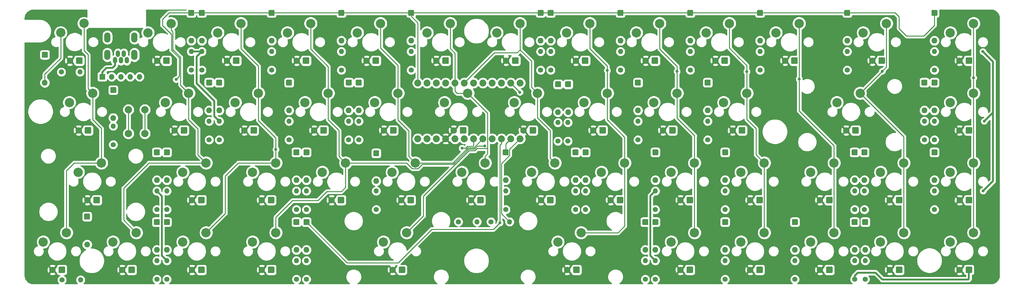
<source format=gbr>
G04 #@! TF.GenerationSoftware,KiCad,Pcbnew,(5.1.6)-1*
G04 #@! TF.CreationDate,2020-07-14T13:57:01-07:00*
G04 #@! TF.ProjectId,Alchemy49,416c6368-656d-4793-9439-2e6b69636164,rev?*
G04 #@! TF.SameCoordinates,Original*
G04 #@! TF.FileFunction,Copper,L1,Top*
G04 #@! TF.FilePolarity,Positive*
%FSLAX46Y46*%
G04 Gerber Fmt 4.6, Leading zero omitted, Abs format (unit mm)*
G04 Created by KiCad (PCBNEW (5.1.6)-1) date 2020-07-14 13:57:01*
%MOMM*%
%LPD*%
G01*
G04 APERTURE LIST*
G04 #@! TA.AperFunction,ComponentPad*
%ADD10C,2.540000*%
G04 #@! TD*
G04 #@! TA.AperFunction,ComponentPad*
%ADD11C,1.200000*%
G04 #@! TD*
G04 #@! TA.AperFunction,ComponentPad*
%ADD12O,1.300000X2.400000*%
G04 #@! TD*
G04 #@! TA.AperFunction,SMDPad,CuDef*
%ADD13O,1.200000X1.800000*%
G04 #@! TD*
G04 #@! TA.AperFunction,SMDPad,CuDef*
%ADD14O,1.700000X2.799999*%
G04 #@! TD*
G04 #@! TA.AperFunction,ComponentPad*
%ADD15O,1.600000X1.600000*%
G04 #@! TD*
G04 #@! TA.AperFunction,ComponentPad*
%ADD16C,2.000000*%
G04 #@! TD*
G04 #@! TA.AperFunction,ComponentPad*
%ADD17C,1.778000*%
G04 #@! TD*
G04 #@! TA.AperFunction,ComponentPad*
%ADD18O,1.400000X1.400000*%
G04 #@! TD*
G04 #@! TA.AperFunction,ComponentPad*
%ADD19C,1.400000*%
G04 #@! TD*
G04 #@! TA.AperFunction,ComponentPad*
%ADD20O,1.524000X1.524000*%
G04 #@! TD*
G04 #@! TA.AperFunction,ComponentPad*
%ADD21R,1.524000X1.524000*%
G04 #@! TD*
G04 #@! TA.AperFunction,ComponentPad*
%ADD22C,1.879600*%
G04 #@! TD*
G04 #@! TA.AperFunction,ViaPad*
%ADD23C,0.800000*%
G04 #@! TD*
G04 #@! TA.AperFunction,Conductor*
%ADD24C,0.250000*%
G04 #@! TD*
G04 #@! TA.AperFunction,Conductor*
%ADD25C,0.500000*%
G04 #@! TD*
G04 #@! TA.AperFunction,Conductor*
%ADD26C,0.254000*%
G04 #@! TD*
G04 APERTURE END LIST*
D10*
X48577500Y-20478750D03*
X54927500Y-17938750D03*
D11*
X41200000Y-27700000D03*
X42800000Y-27700000D03*
X39600000Y-27700000D03*
X40400000Y-26500000D03*
X42000000Y-26500000D03*
D12*
X44900000Y-26500000D03*
X37500000Y-26500000D03*
X44900000Y-21750000D03*
X37500000Y-21750000D03*
D13*
X39600000Y-28000000D03*
X41200000Y-28000000D03*
X42800000Y-28000000D03*
X42000000Y-26200000D03*
X40400000Y-26200000D03*
D14*
X44900000Y-26500000D03*
X44900000Y-21750000D03*
X37500000Y-21750000D03*
X37500000Y-26500000D03*
D10*
X31115000Y-17920000D03*
X24765000Y-20460000D03*
X33496250Y-36988750D03*
X27146250Y-39528750D03*
D15*
X20422500Y-34110000D03*
G04 #@! TA.AperFunction,ComponentPad*
G36*
G01*
X19782500Y-25690000D02*
X21062500Y-25690000D01*
G75*
G02*
X21222500Y-25850000I0J-160000D01*
G01*
X21222500Y-27130000D01*
G75*
G02*
X21062500Y-27290000I-160000J0D01*
G01*
X19782500Y-27290000D01*
G75*
G02*
X19622500Y-27130000I0J160000D01*
G01*
X19622500Y-25850000D01*
G75*
G02*
X19782500Y-25690000I160000J0D01*
G01*
G37*
G04 #@! TD.AperFunction*
X39108750Y-43750000D03*
G04 #@! TA.AperFunction,ComponentPad*
G36*
G01*
X38468750Y-35330000D02*
X39748750Y-35330000D01*
G75*
G02*
X39908750Y-35490000I0J-160000D01*
G01*
X39908750Y-36770000D01*
G75*
G02*
X39748750Y-36930000I-160000J0D01*
G01*
X38468750Y-36930000D01*
G75*
G02*
X38308750Y-36770000I0J160000D01*
G01*
X38308750Y-35490000D01*
G75*
G02*
X38468750Y-35330000I160000J0D01*
G01*
G37*
G04 #@! TD.AperFunction*
X51015000Y-60760000D03*
G04 #@! TA.AperFunction,ComponentPad*
G36*
G01*
X50375000Y-52340000D02*
X51655000Y-52340000D01*
G75*
G02*
X51815000Y-52500000I0J-160000D01*
G01*
X51815000Y-53780000D01*
G75*
G02*
X51655000Y-53940000I-160000J0D01*
G01*
X50375000Y-53940000D01*
G75*
G02*
X50215000Y-53780000I0J160000D01*
G01*
X50215000Y-52500000D01*
G75*
G02*
X50375000Y-52340000I160000J0D01*
G01*
G37*
G04 #@! TD.AperFunction*
X31965000Y-78310000D03*
G04 #@! TA.AperFunction,ComponentPad*
G36*
G01*
X31325000Y-69890000D02*
X32605000Y-69890000D01*
G75*
G02*
X32765000Y-70050000I0J-160000D01*
G01*
X32765000Y-71330000D01*
G75*
G02*
X32605000Y-71490000I-160000J0D01*
G01*
X31325000Y-71490000D01*
G75*
G02*
X31165000Y-71330000I0J160000D01*
G01*
X31165000Y-70050000D01*
G75*
G02*
X31325000Y-69890000I160000J0D01*
G01*
G37*
G04 #@! TD.AperFunction*
X60400000Y-22660000D03*
G04 #@! TA.AperFunction,ComponentPad*
G36*
G01*
X59760000Y-14240000D02*
X61040000Y-14240000D01*
G75*
G02*
X61200000Y-14400000I0J-160000D01*
G01*
X61200000Y-15680000D01*
G75*
G02*
X61040000Y-15840000I-160000J0D01*
G01*
X59760000Y-15840000D01*
G75*
G02*
X59600000Y-15680000I0J160000D01*
G01*
X59600000Y-14400000D01*
G75*
G02*
X59760000Y-14240000I160000J0D01*
G01*
G37*
G04 #@! TD.AperFunction*
X65302500Y-41710000D03*
G04 #@! TA.AperFunction,ComponentPad*
G36*
G01*
X64662500Y-33290000D02*
X65942500Y-33290000D01*
G75*
G02*
X66102500Y-33450000I0J-160000D01*
G01*
X66102500Y-34730000D01*
G75*
G02*
X65942500Y-34890000I-160000J0D01*
G01*
X64662500Y-34890000D01*
G75*
G02*
X64502500Y-34730000I0J160000D01*
G01*
X64502500Y-33450000D01*
G75*
G02*
X64662500Y-33290000I160000J0D01*
G01*
G37*
G04 #@! TD.AperFunction*
X53760000Y-60760000D03*
G04 #@! TA.AperFunction,ComponentPad*
G36*
G01*
X53120000Y-52340000D02*
X54400000Y-52340000D01*
G75*
G02*
X54560000Y-52500000I0J-160000D01*
G01*
X54560000Y-53780000D01*
G75*
G02*
X54400000Y-53940000I-160000J0D01*
G01*
X53120000Y-53940000D01*
G75*
G02*
X52960000Y-53780000I0J160000D01*
G01*
X52960000Y-52500000D01*
G75*
G02*
X53120000Y-52340000I160000J0D01*
G01*
G37*
G04 #@! TD.AperFunction*
X51015000Y-79810000D03*
G04 #@! TA.AperFunction,ComponentPad*
G36*
G01*
X50375000Y-71390000D02*
X51655000Y-71390000D01*
G75*
G02*
X51815000Y-71550000I0J-160000D01*
G01*
X51815000Y-72830000D01*
G75*
G02*
X51655000Y-72990000I-160000J0D01*
G01*
X50375000Y-72990000D01*
G75*
G02*
X50215000Y-72830000I0J160000D01*
G01*
X50215000Y-71550000D01*
G75*
G02*
X50375000Y-71390000I160000J0D01*
G01*
G37*
G04 #@! TD.AperFunction*
X63285000Y-22660000D03*
G04 #@! TA.AperFunction,ComponentPad*
G36*
G01*
X62645000Y-14240000D02*
X63925000Y-14240000D01*
G75*
G02*
X64085000Y-14400000I0J-160000D01*
G01*
X64085000Y-15680000D01*
G75*
G02*
X63925000Y-15840000I-160000J0D01*
G01*
X62645000Y-15840000D01*
G75*
G02*
X62485000Y-15680000I0J160000D01*
G01*
X62485000Y-14400000D01*
G75*
G02*
X62645000Y-14240000I160000J0D01*
G01*
G37*
G04 #@! TD.AperFunction*
X68047500Y-41710000D03*
G04 #@! TA.AperFunction,ComponentPad*
G36*
G01*
X67407500Y-33290000D02*
X68687500Y-33290000D01*
G75*
G02*
X68847500Y-33450000I0J-160000D01*
G01*
X68847500Y-34730000D01*
G75*
G02*
X68687500Y-34890000I-160000J0D01*
G01*
X67407500Y-34890000D01*
G75*
G02*
X67247500Y-34730000I0J160000D01*
G01*
X67247500Y-33450000D01*
G75*
G02*
X67407500Y-33290000I160000J0D01*
G01*
G37*
G04 #@! TD.AperFunction*
X89115000Y-60760000D03*
G04 #@! TA.AperFunction,ComponentPad*
G36*
G01*
X88475000Y-52340000D02*
X89755000Y-52340000D01*
G75*
G02*
X89915000Y-52500000I0J-160000D01*
G01*
X89915000Y-53780000D01*
G75*
G02*
X89755000Y-53940000I-160000J0D01*
G01*
X88475000Y-53940000D01*
G75*
G02*
X88315000Y-53780000I0J160000D01*
G01*
X88315000Y-52500000D01*
G75*
G02*
X88475000Y-52340000I160000J0D01*
G01*
G37*
G04 #@! TD.AperFunction*
X53760000Y-79810000D03*
G04 #@! TA.AperFunction,ComponentPad*
G36*
G01*
X53120000Y-71390000D02*
X54400000Y-71390000D01*
G75*
G02*
X54560000Y-71550000I0J-160000D01*
G01*
X54560000Y-72830000D01*
G75*
G02*
X54400000Y-72990000I-160000J0D01*
G01*
X53120000Y-72990000D01*
G75*
G02*
X52960000Y-72830000I0J160000D01*
G01*
X52960000Y-71550000D01*
G75*
G02*
X53120000Y-71390000I160000J0D01*
G01*
G37*
G04 #@! TD.AperFunction*
X82335000Y-22660000D03*
G04 #@! TA.AperFunction,ComponentPad*
G36*
G01*
X81695000Y-14240000D02*
X82975000Y-14240000D01*
G75*
G02*
X83135000Y-14400000I0J-160000D01*
G01*
X83135000Y-15680000D01*
G75*
G02*
X82975000Y-15840000I-160000J0D01*
G01*
X81695000Y-15840000D01*
G75*
G02*
X81535000Y-15680000I0J160000D01*
G01*
X81535000Y-14400000D01*
G75*
G02*
X81695000Y-14240000I160000J0D01*
G01*
G37*
G04 #@! TD.AperFunction*
X87097500Y-41710000D03*
G04 #@! TA.AperFunction,ComponentPad*
G36*
G01*
X86457500Y-33290000D02*
X87737500Y-33290000D01*
G75*
G02*
X87897500Y-33450000I0J-160000D01*
G01*
X87897500Y-34730000D01*
G75*
G02*
X87737500Y-34890000I-160000J0D01*
G01*
X86457500Y-34890000D01*
G75*
G02*
X86297500Y-34730000I0J160000D01*
G01*
X86297500Y-33450000D01*
G75*
G02*
X86457500Y-33290000I160000J0D01*
G01*
G37*
G04 #@! TD.AperFunction*
X91860000Y-60760000D03*
G04 #@! TA.AperFunction,ComponentPad*
G36*
G01*
X91220000Y-52340000D02*
X92500000Y-52340000D01*
G75*
G02*
X92660000Y-52500000I0J-160000D01*
G01*
X92660000Y-53780000D01*
G75*
G02*
X92500000Y-53940000I-160000J0D01*
G01*
X91220000Y-53940000D01*
G75*
G02*
X91060000Y-53780000I0J160000D01*
G01*
X91060000Y-52500000D01*
G75*
G02*
X91220000Y-52340000I160000J0D01*
G01*
G37*
G04 #@! TD.AperFunction*
X89115000Y-79810000D03*
G04 #@! TA.AperFunction,ComponentPad*
G36*
G01*
X88475000Y-71390000D02*
X89755000Y-71390000D01*
G75*
G02*
X89915000Y-71550000I0J-160000D01*
G01*
X89915000Y-72830000D01*
G75*
G02*
X89755000Y-72990000I-160000J0D01*
G01*
X88475000Y-72990000D01*
G75*
G02*
X88315000Y-72830000I0J160000D01*
G01*
X88315000Y-71550000D01*
G75*
G02*
X88475000Y-71390000I160000J0D01*
G01*
G37*
G04 #@! TD.AperFunction*
X101385000Y-22660000D03*
G04 #@! TA.AperFunction,ComponentPad*
G36*
G01*
X100745000Y-14240000D02*
X102025000Y-14240000D01*
G75*
G02*
X102185000Y-14400000I0J-160000D01*
G01*
X102185000Y-15680000D01*
G75*
G02*
X102025000Y-15840000I-160000J0D01*
G01*
X100745000Y-15840000D01*
G75*
G02*
X100585000Y-15680000I0J160000D01*
G01*
X100585000Y-14400000D01*
G75*
G02*
X100745000Y-14240000I160000J0D01*
G01*
G37*
G04 #@! TD.AperFunction*
X106147500Y-41710000D03*
G04 #@! TA.AperFunction,ComponentPad*
G36*
G01*
X105507500Y-33290000D02*
X106787500Y-33290000D01*
G75*
G02*
X106947500Y-33450000I0J-160000D01*
G01*
X106947500Y-34730000D01*
G75*
G02*
X106787500Y-34890000I-160000J0D01*
G01*
X105507500Y-34890000D01*
G75*
G02*
X105347500Y-34730000I0J160000D01*
G01*
X105347500Y-33450000D01*
G75*
G02*
X105507500Y-33290000I160000J0D01*
G01*
G37*
G04 #@! TD.AperFunction*
X110900000Y-61010000D03*
G04 #@! TA.AperFunction,ComponentPad*
G36*
G01*
X110260000Y-52590000D02*
X111540000Y-52590000D01*
G75*
G02*
X111700000Y-52750000I0J-160000D01*
G01*
X111700000Y-54030000D01*
G75*
G02*
X111540000Y-54190000I-160000J0D01*
G01*
X110260000Y-54190000D01*
G75*
G02*
X110100000Y-54030000I0J160000D01*
G01*
X110100000Y-52750000D01*
G75*
G02*
X110260000Y-52590000I160000J0D01*
G01*
G37*
G04 #@! TD.AperFunction*
X120435000Y-22660000D03*
G04 #@! TA.AperFunction,ComponentPad*
G36*
G01*
X119795000Y-14240000D02*
X121075000Y-14240000D01*
G75*
G02*
X121235000Y-14400000I0J-160000D01*
G01*
X121235000Y-15680000D01*
G75*
G02*
X121075000Y-15840000I-160000J0D01*
G01*
X119795000Y-15840000D01*
G75*
G02*
X119635000Y-15680000I0J160000D01*
G01*
X119635000Y-14400000D01*
G75*
G02*
X119795000Y-14240000I160000J0D01*
G01*
G37*
G04 #@! TD.AperFunction*
X103402500Y-41710000D03*
G04 #@! TA.AperFunction,ComponentPad*
G36*
G01*
X102762500Y-33290000D02*
X104042500Y-33290000D01*
G75*
G02*
X104202500Y-33450000I0J-160000D01*
G01*
X104202500Y-34730000D01*
G75*
G02*
X104042500Y-34890000I-160000J0D01*
G01*
X102762500Y-34890000D01*
G75*
G02*
X102602500Y-34730000I0J160000D01*
G01*
X102602500Y-33450000D01*
G75*
G02*
X102762500Y-33290000I160000J0D01*
G01*
G37*
G04 #@! TD.AperFunction*
X146265000Y-60760000D03*
G04 #@! TA.AperFunction,ComponentPad*
G36*
G01*
X145625000Y-52340000D02*
X146905000Y-52340000D01*
G75*
G02*
X147065000Y-52500000I0J-160000D01*
G01*
X147065000Y-53780000D01*
G75*
G02*
X146905000Y-53940000I-160000J0D01*
G01*
X145625000Y-53940000D01*
G75*
G02*
X145465000Y-53780000I0J160000D01*
G01*
X145465000Y-52500000D01*
G75*
G02*
X145625000Y-52340000I160000J0D01*
G01*
G37*
G04 #@! TD.AperFunction*
X91860000Y-79810000D03*
G04 #@! TA.AperFunction,ComponentPad*
G36*
G01*
X91220000Y-71390000D02*
X92500000Y-71390000D01*
G75*
G02*
X92660000Y-71550000I0J-160000D01*
G01*
X92660000Y-72830000D01*
G75*
G02*
X92500000Y-72990000I-160000J0D01*
G01*
X91220000Y-72990000D01*
G75*
G02*
X91060000Y-72830000I0J160000D01*
G01*
X91060000Y-71550000D01*
G75*
G02*
X91220000Y-71390000I160000J0D01*
G01*
G37*
G04 #@! TD.AperFunction*
X155790000Y-22660000D03*
G04 #@! TA.AperFunction,ComponentPad*
G36*
G01*
X155150000Y-14240000D02*
X156430000Y-14240000D01*
G75*
G02*
X156590000Y-14400000I0J-160000D01*
G01*
X156590000Y-15680000D01*
G75*
G02*
X156430000Y-15840000I-160000J0D01*
G01*
X155150000Y-15840000D01*
G75*
G02*
X154990000Y-15680000I0J160000D01*
G01*
X154990000Y-14400000D01*
G75*
G02*
X155150000Y-14240000I160000J0D01*
G01*
G37*
G04 #@! TD.AperFunction*
X160552500Y-42160000D03*
G04 #@! TA.AperFunction,ComponentPad*
G36*
G01*
X159912500Y-33740000D02*
X161192500Y-33740000D01*
G75*
G02*
X161352500Y-33900000I0J-160000D01*
G01*
X161352500Y-35180000D01*
G75*
G02*
X161192500Y-35340000I-160000J0D01*
G01*
X159912500Y-35340000D01*
G75*
G02*
X159752500Y-35180000I0J160000D01*
G01*
X159752500Y-33900000D01*
G75*
G02*
X159912500Y-33740000I160000J0D01*
G01*
G37*
G04 #@! TD.AperFunction*
X165315000Y-60760000D03*
G04 #@! TA.AperFunction,ComponentPad*
G36*
G01*
X164675000Y-52340000D02*
X165955000Y-52340000D01*
G75*
G02*
X166115000Y-52500000I0J-160000D01*
G01*
X166115000Y-53780000D01*
G75*
G02*
X165955000Y-53940000I-160000J0D01*
G01*
X164675000Y-53940000D01*
G75*
G02*
X164515000Y-53780000I0J160000D01*
G01*
X164515000Y-52500000D01*
G75*
G02*
X164675000Y-52340000I160000J0D01*
G01*
G37*
G04 #@! TD.AperFunction*
X158535000Y-22660000D03*
G04 #@! TA.AperFunction,ComponentPad*
G36*
G01*
X157895000Y-14240000D02*
X159175000Y-14240000D01*
G75*
G02*
X159335000Y-14400000I0J-160000D01*
G01*
X159335000Y-15680000D01*
G75*
G02*
X159175000Y-15840000I-160000J0D01*
G01*
X157895000Y-15840000D01*
G75*
G02*
X157735000Y-15680000I0J160000D01*
G01*
X157735000Y-14400000D01*
G75*
G02*
X157895000Y-14240000I160000J0D01*
G01*
G37*
G04 #@! TD.AperFunction*
X163297500Y-42160000D03*
G04 #@! TA.AperFunction,ComponentPad*
G36*
G01*
X162657500Y-33740000D02*
X163937500Y-33740000D01*
G75*
G02*
X164097500Y-33900000I0J-160000D01*
G01*
X164097500Y-35180000D01*
G75*
G02*
X163937500Y-35340000I-160000J0D01*
G01*
X162657500Y-35340000D01*
G75*
G02*
X162497500Y-35180000I0J160000D01*
G01*
X162497500Y-33900000D01*
G75*
G02*
X162657500Y-33740000I160000J0D01*
G01*
G37*
G04 #@! TD.AperFunction*
X168060000Y-60760000D03*
G04 #@! TA.AperFunction,ComponentPad*
G36*
G01*
X167420000Y-52340000D02*
X168700000Y-52340000D01*
G75*
G02*
X168860000Y-52500000I0J-160000D01*
G01*
X168860000Y-53780000D01*
G75*
G02*
X168700000Y-53940000I-160000J0D01*
G01*
X167420000Y-53940000D01*
G75*
G02*
X167260000Y-53780000I0J160000D01*
G01*
X167260000Y-52500000D01*
G75*
G02*
X167420000Y-52340000I160000J0D01*
G01*
G37*
G04 #@! TD.AperFunction*
X184365000Y-79810000D03*
G04 #@! TA.AperFunction,ComponentPad*
G36*
G01*
X183725000Y-71390000D02*
X185005000Y-71390000D01*
G75*
G02*
X185165000Y-71550000I0J-160000D01*
G01*
X185165000Y-72830000D01*
G75*
G02*
X185005000Y-72990000I-160000J0D01*
G01*
X183725000Y-72990000D01*
G75*
G02*
X183565000Y-72830000I0J160000D01*
G01*
X183565000Y-71550000D01*
G75*
G02*
X183725000Y-71390000I160000J0D01*
G01*
G37*
G04 #@! TD.AperFunction*
X177585000Y-22660000D03*
G04 #@! TA.AperFunction,ComponentPad*
G36*
G01*
X176945000Y-14240000D02*
X178225000Y-14240000D01*
G75*
G02*
X178385000Y-14400000I0J-160000D01*
G01*
X178385000Y-15680000D01*
G75*
G02*
X178225000Y-15840000I-160000J0D01*
G01*
X176945000Y-15840000D01*
G75*
G02*
X176785000Y-15680000I0J160000D01*
G01*
X176785000Y-14400000D01*
G75*
G02*
X176945000Y-14240000I160000J0D01*
G01*
G37*
G04 #@! TD.AperFunction*
X182347500Y-41710000D03*
G04 #@! TA.AperFunction,ComponentPad*
G36*
G01*
X181707500Y-33290000D02*
X182987500Y-33290000D01*
G75*
G02*
X183147500Y-33450000I0J-160000D01*
G01*
X183147500Y-34730000D01*
G75*
G02*
X182987500Y-34890000I-160000J0D01*
G01*
X181707500Y-34890000D01*
G75*
G02*
X181547500Y-34730000I0J160000D01*
G01*
X181547500Y-33450000D01*
G75*
G02*
X181707500Y-33290000I160000J0D01*
G01*
G37*
G04 #@! TD.AperFunction*
X187110000Y-60760000D03*
G04 #@! TA.AperFunction,ComponentPad*
G36*
G01*
X186470000Y-52340000D02*
X187750000Y-52340000D01*
G75*
G02*
X187910000Y-52500000I0J-160000D01*
G01*
X187910000Y-53780000D01*
G75*
G02*
X187750000Y-53940000I-160000J0D01*
G01*
X186470000Y-53940000D01*
G75*
G02*
X186310000Y-53780000I0J160000D01*
G01*
X186310000Y-52500000D01*
G75*
G02*
X186470000Y-52340000I160000J0D01*
G01*
G37*
G04 #@! TD.AperFunction*
X187110000Y-79810000D03*
G04 #@! TA.AperFunction,ComponentPad*
G36*
G01*
X186470000Y-71390000D02*
X187750000Y-71390000D01*
G75*
G02*
X187910000Y-71550000I0J-160000D01*
G01*
X187910000Y-72830000D01*
G75*
G02*
X187750000Y-72990000I-160000J0D01*
G01*
X186470000Y-72990000D01*
G75*
G02*
X186310000Y-72830000I0J160000D01*
G01*
X186310000Y-71550000D01*
G75*
G02*
X186470000Y-71390000I160000J0D01*
G01*
G37*
G04 #@! TD.AperFunction*
X196635000Y-22660000D03*
G04 #@! TA.AperFunction,ComponentPad*
G36*
G01*
X195995000Y-14240000D02*
X197275000Y-14240000D01*
G75*
G02*
X197435000Y-14400000I0J-160000D01*
G01*
X197435000Y-15680000D01*
G75*
G02*
X197275000Y-15840000I-160000J0D01*
G01*
X195995000Y-15840000D01*
G75*
G02*
X195835000Y-15680000I0J160000D01*
G01*
X195835000Y-14400000D01*
G75*
G02*
X195995000Y-14240000I160000J0D01*
G01*
G37*
G04 #@! TD.AperFunction*
X201397500Y-41710000D03*
G04 #@! TA.AperFunction,ComponentPad*
G36*
G01*
X200757500Y-33290000D02*
X202037500Y-33290000D01*
G75*
G02*
X202197500Y-33450000I0J-160000D01*
G01*
X202197500Y-34730000D01*
G75*
G02*
X202037500Y-34890000I-160000J0D01*
G01*
X200757500Y-34890000D01*
G75*
G02*
X200597500Y-34730000I0J160000D01*
G01*
X200597500Y-33450000D01*
G75*
G02*
X200757500Y-33290000I160000J0D01*
G01*
G37*
G04 #@! TD.AperFunction*
X206160000Y-60760000D03*
G04 #@! TA.AperFunction,ComponentPad*
G36*
G01*
X205520000Y-52340000D02*
X206800000Y-52340000D01*
G75*
G02*
X206960000Y-52500000I0J-160000D01*
G01*
X206960000Y-53780000D01*
G75*
G02*
X206800000Y-53940000I-160000J0D01*
G01*
X205520000Y-53940000D01*
G75*
G02*
X205360000Y-53780000I0J160000D01*
G01*
X205360000Y-52500000D01*
G75*
G02*
X205520000Y-52340000I160000J0D01*
G01*
G37*
G04 #@! TD.AperFunction*
X206160000Y-79810000D03*
G04 #@! TA.AperFunction,ComponentPad*
G36*
G01*
X205520000Y-71390000D02*
X206800000Y-71390000D01*
G75*
G02*
X206960000Y-71550000I0J-160000D01*
G01*
X206960000Y-72830000D01*
G75*
G02*
X206800000Y-72990000I-160000J0D01*
G01*
X205520000Y-72990000D01*
G75*
G02*
X205360000Y-72830000I0J160000D01*
G01*
X205360000Y-71550000D01*
G75*
G02*
X205520000Y-71390000I160000J0D01*
G01*
G37*
G04 #@! TD.AperFunction*
X215685000Y-22660000D03*
G04 #@! TA.AperFunction,ComponentPad*
G36*
G01*
X215045000Y-14240000D02*
X216325000Y-14240000D01*
G75*
G02*
X216485000Y-14400000I0J-160000D01*
G01*
X216485000Y-15680000D01*
G75*
G02*
X216325000Y-15840000I-160000J0D01*
G01*
X215045000Y-15840000D01*
G75*
G02*
X214885000Y-15680000I0J160000D01*
G01*
X214885000Y-14400000D01*
G75*
G02*
X215045000Y-14240000I160000J0D01*
G01*
G37*
G04 #@! TD.AperFunction*
X241515000Y-60760000D03*
G04 #@! TA.AperFunction,ComponentPad*
G36*
G01*
X240875000Y-52340000D02*
X242155000Y-52340000D01*
G75*
G02*
X242315000Y-52500000I0J-160000D01*
G01*
X242315000Y-53780000D01*
G75*
G02*
X242155000Y-53940000I-160000J0D01*
G01*
X240875000Y-53940000D01*
G75*
G02*
X240715000Y-53780000I0J160000D01*
G01*
X240715000Y-52500000D01*
G75*
G02*
X240875000Y-52340000I160000J0D01*
G01*
G37*
G04 #@! TD.AperFunction*
X225210000Y-79810000D03*
G04 #@! TA.AperFunction,ComponentPad*
G36*
G01*
X224570000Y-71390000D02*
X225850000Y-71390000D01*
G75*
G02*
X226010000Y-71550000I0J-160000D01*
G01*
X226010000Y-72830000D01*
G75*
G02*
X225850000Y-72990000I-160000J0D01*
G01*
X224570000Y-72990000D01*
G75*
G02*
X224410000Y-72830000I0J160000D01*
G01*
X224410000Y-71550000D01*
G75*
G02*
X224570000Y-71390000I160000J0D01*
G01*
G37*
G04 #@! TD.AperFunction*
X239497500Y-22660000D03*
G04 #@! TA.AperFunction,ComponentPad*
G36*
G01*
X238857500Y-14240000D02*
X240137500Y-14240000D01*
G75*
G02*
X240297500Y-14400000I0J-160000D01*
G01*
X240297500Y-15680000D01*
G75*
G02*
X240137500Y-15840000I-160000J0D01*
G01*
X238857500Y-15840000D01*
G75*
G02*
X238697500Y-15680000I0J160000D01*
G01*
X238697500Y-14400000D01*
G75*
G02*
X238857500Y-14240000I160000J0D01*
G01*
G37*
G04 #@! TD.AperFunction*
X260565000Y-41710000D03*
G04 #@! TA.AperFunction,ComponentPad*
G36*
G01*
X259925000Y-33290000D02*
X261205000Y-33290000D01*
G75*
G02*
X261365000Y-33450000I0J-160000D01*
G01*
X261365000Y-34730000D01*
G75*
G02*
X261205000Y-34890000I-160000J0D01*
G01*
X259925000Y-34890000D01*
G75*
G02*
X259765000Y-34730000I0J160000D01*
G01*
X259765000Y-33450000D01*
G75*
G02*
X259925000Y-33290000I160000J0D01*
G01*
G37*
G04 #@! TD.AperFunction*
X244200000Y-60760000D03*
G04 #@! TA.AperFunction,ComponentPad*
G36*
G01*
X243560000Y-52340000D02*
X244840000Y-52340000D01*
G75*
G02*
X245000000Y-52500000I0J-160000D01*
G01*
X245000000Y-53780000D01*
G75*
G02*
X244840000Y-53940000I-160000J0D01*
G01*
X243560000Y-53940000D01*
G75*
G02*
X243400000Y-53780000I0J160000D01*
G01*
X243400000Y-52500000D01*
G75*
G02*
X243560000Y-52340000I160000J0D01*
G01*
G37*
G04 #@! TD.AperFunction*
X244400000Y-79810000D03*
G04 #@! TA.AperFunction,ComponentPad*
G36*
G01*
X243760000Y-71390000D02*
X245040000Y-71390000D01*
G75*
G02*
X245200000Y-71550000I0J-160000D01*
G01*
X245200000Y-72830000D01*
G75*
G02*
X245040000Y-72990000I-160000J0D01*
G01*
X243760000Y-72990000D01*
G75*
G02*
X243600000Y-72830000I0J160000D01*
G01*
X243600000Y-71550000D01*
G75*
G02*
X243760000Y-71390000I160000J0D01*
G01*
G37*
G04 #@! TD.AperFunction*
X263310000Y-22660000D03*
G04 #@! TA.AperFunction,ComponentPad*
G36*
G01*
X262670000Y-14240000D02*
X263950000Y-14240000D01*
G75*
G02*
X264110000Y-14400000I0J-160000D01*
G01*
X264110000Y-15680000D01*
G75*
G02*
X263950000Y-15840000I-160000J0D01*
G01*
X262670000Y-15840000D01*
G75*
G02*
X262510000Y-15680000I0J160000D01*
G01*
X262510000Y-14400000D01*
G75*
G02*
X262670000Y-14240000I160000J0D01*
G01*
G37*
G04 #@! TD.AperFunction*
X263310000Y-41710000D03*
G04 #@! TA.AperFunction,ComponentPad*
G36*
G01*
X262670000Y-33290000D02*
X263950000Y-33290000D01*
G75*
G02*
X264110000Y-33450000I0J-160000D01*
G01*
X264110000Y-34730000D01*
G75*
G02*
X263950000Y-34890000I-160000J0D01*
G01*
X262670000Y-34890000D01*
G75*
G02*
X262510000Y-34730000I0J160000D01*
G01*
X262510000Y-33450000D01*
G75*
G02*
X262670000Y-33290000I160000J0D01*
G01*
G37*
G04 #@! TD.AperFunction*
X263310000Y-60760000D03*
G04 #@! TA.AperFunction,ComponentPad*
G36*
G01*
X262670000Y-52340000D02*
X263950000Y-52340000D01*
G75*
G02*
X264110000Y-52500000I0J-160000D01*
G01*
X264110000Y-53780000D01*
G75*
G02*
X263950000Y-53940000I-160000J0D01*
G01*
X262670000Y-53940000D01*
G75*
G02*
X262510000Y-53780000I0J160000D01*
G01*
X262510000Y-52500000D01*
G75*
G02*
X262670000Y-52340000I160000J0D01*
G01*
G37*
G04 #@! TD.AperFunction*
X241515000Y-79810000D03*
G04 #@! TA.AperFunction,ComponentPad*
G36*
G01*
X240875000Y-71390000D02*
X242155000Y-71390000D01*
G75*
G02*
X242315000Y-71550000I0J-160000D01*
G01*
X242315000Y-72830000D01*
G75*
G02*
X242155000Y-72990000I-160000J0D01*
G01*
X240875000Y-72990000D01*
G75*
G02*
X240715000Y-72830000I0J160000D01*
G01*
X240715000Y-71550000D01*
G75*
G02*
X240875000Y-71390000I160000J0D01*
G01*
G37*
G04 #@! TD.AperFunction*
D16*
X47750000Y-41500000D03*
X43250000Y-41500000D03*
X47750000Y-48000000D03*
X43250000Y-48000000D03*
D10*
X35877500Y-56038750D03*
X29527500Y-58578750D03*
X20002500Y-77628750D03*
X26352500Y-75088750D03*
X53340000Y-39528750D03*
X59690000Y-36988750D03*
X58102500Y-58578750D03*
X64452500Y-56038750D03*
X39052500Y-77628750D03*
X45402500Y-75088750D03*
X67627500Y-20478750D03*
X73977500Y-17938750D03*
X72390000Y-39528750D03*
X78740000Y-36988750D03*
X77152500Y-58578750D03*
X83502500Y-56038750D03*
X58102500Y-77628750D03*
X64452500Y-75088750D03*
X86677500Y-20478750D03*
X93027500Y-17938750D03*
X91440000Y-39528750D03*
X97790000Y-36988750D03*
X96202500Y-58578750D03*
X102552500Y-56038750D03*
X77152500Y-77628750D03*
X83502500Y-75088750D03*
X105727500Y-20478750D03*
X112077500Y-17938750D03*
X110490000Y-39528750D03*
X116840000Y-36988750D03*
X115252500Y-58578750D03*
X121602500Y-56038750D03*
X124777500Y-20478750D03*
X131127500Y-17938750D03*
X129540000Y-39528750D03*
X135890000Y-36988750D03*
X134302500Y-58578750D03*
X140652500Y-56038750D03*
X143827500Y-20478750D03*
X150177500Y-17938750D03*
X148590000Y-39528750D03*
X154940000Y-36988750D03*
X153352500Y-58578750D03*
X159702500Y-56038750D03*
X162877500Y-20478750D03*
X169227500Y-17938750D03*
X167640000Y-39528750D03*
X173990000Y-36988750D03*
X172402500Y-58578750D03*
X178752500Y-56038750D03*
X181927500Y-20478750D03*
X188277500Y-17938750D03*
X186690000Y-39528750D03*
X193040000Y-36988750D03*
X191452500Y-58578750D03*
X197802500Y-56038750D03*
X191452500Y-77628750D03*
X197802500Y-75088750D03*
X200977500Y-20478750D03*
X207327500Y-17938750D03*
X205740000Y-39528750D03*
X212090000Y-36988750D03*
X210502500Y-58578750D03*
X216852500Y-56038750D03*
X210502500Y-77628750D03*
X216852500Y-75088750D03*
X220027500Y-20478750D03*
X226377500Y-17938750D03*
X229552500Y-58578750D03*
X235902500Y-56038750D03*
X229552500Y-77628750D03*
X235902500Y-75088750D03*
X250190000Y-17938750D03*
X243840000Y-20478750D03*
X243046250Y-36988750D03*
X236696250Y-39528750D03*
X248602500Y-58578750D03*
X254952500Y-56038750D03*
X248602500Y-77628750D03*
X254952500Y-75088750D03*
X267652500Y-20478750D03*
X274002500Y-17938750D03*
X267652500Y-39528750D03*
X274002500Y-36988750D03*
X267652500Y-58578750D03*
X274002500Y-56038750D03*
X267652500Y-77628750D03*
X274002500Y-75088750D03*
X119221250Y-75088750D03*
X112871250Y-77628750D03*
X166846250Y-75088750D03*
X160496250Y-77628750D03*
D17*
X27305000Y-28100000D03*
G04 #@! TA.AperFunction,ComponentPad*
G36*
G01*
X28956000Y-28811200D02*
X28956000Y-27388800D01*
G75*
G02*
X29133800Y-27211000I177800J0D01*
G01*
X30556200Y-27211000D01*
G75*
G02*
X30734000Y-27388800I0J-177800D01*
G01*
X30734000Y-28811200D01*
G75*
G02*
X30556200Y-28989000I-177800J0D01*
G01*
X29133800Y-28989000D01*
G75*
G02*
X28956000Y-28811200I0J177800D01*
G01*
G37*
G04 #@! TD.AperFunction*
X51117500Y-28100000D03*
G04 #@! TA.AperFunction,ComponentPad*
G36*
G01*
X52768500Y-28811200D02*
X52768500Y-27388800D01*
G75*
G02*
X52946300Y-27211000I177800J0D01*
G01*
X54368700Y-27211000D01*
G75*
G02*
X54546500Y-27388800I0J-177800D01*
G01*
X54546500Y-28811200D01*
G75*
G02*
X54368700Y-28989000I-177800J0D01*
G01*
X52946300Y-28989000D01*
G75*
G02*
X52768500Y-28811200I0J177800D01*
G01*
G37*
G04 #@! TD.AperFunction*
X70167500Y-28100000D03*
G04 #@! TA.AperFunction,ComponentPad*
G36*
G01*
X71818500Y-28811200D02*
X71818500Y-27388800D01*
G75*
G02*
X71996300Y-27211000I177800J0D01*
G01*
X73418700Y-27211000D01*
G75*
G02*
X73596500Y-27388800I0J-177800D01*
G01*
X73596500Y-28811200D01*
G75*
G02*
X73418700Y-28989000I-177800J0D01*
G01*
X71996300Y-28989000D01*
G75*
G02*
X71818500Y-28811200I0J177800D01*
G01*
G37*
G04 #@! TD.AperFunction*
X89217500Y-28100000D03*
G04 #@! TA.AperFunction,ComponentPad*
G36*
G01*
X90868500Y-28811200D02*
X90868500Y-27388800D01*
G75*
G02*
X91046300Y-27211000I177800J0D01*
G01*
X92468700Y-27211000D01*
G75*
G02*
X92646500Y-27388800I0J-177800D01*
G01*
X92646500Y-28811200D01*
G75*
G02*
X92468700Y-28989000I-177800J0D01*
G01*
X91046300Y-28989000D01*
G75*
G02*
X90868500Y-28811200I0J177800D01*
G01*
G37*
G04 #@! TD.AperFunction*
X108267500Y-28100000D03*
G04 #@! TA.AperFunction,ComponentPad*
G36*
G01*
X109918500Y-28811200D02*
X109918500Y-27388800D01*
G75*
G02*
X110096300Y-27211000I177800J0D01*
G01*
X111518700Y-27211000D01*
G75*
G02*
X111696500Y-27388800I0J-177800D01*
G01*
X111696500Y-28811200D01*
G75*
G02*
X111518700Y-28989000I-177800J0D01*
G01*
X110096300Y-28989000D01*
G75*
G02*
X109918500Y-28811200I0J177800D01*
G01*
G37*
G04 #@! TD.AperFunction*
X127317500Y-28100000D03*
G04 #@! TA.AperFunction,ComponentPad*
G36*
G01*
X128968500Y-28811200D02*
X128968500Y-27388800D01*
G75*
G02*
X129146300Y-27211000I177800J0D01*
G01*
X130568700Y-27211000D01*
G75*
G02*
X130746500Y-27388800I0J-177800D01*
G01*
X130746500Y-28811200D01*
G75*
G02*
X130568700Y-28989000I-177800J0D01*
G01*
X129146300Y-28989000D01*
G75*
G02*
X128968500Y-28811200I0J177800D01*
G01*
G37*
G04 #@! TD.AperFunction*
X146367500Y-28100000D03*
G04 #@! TA.AperFunction,ComponentPad*
G36*
G01*
X148018500Y-28811200D02*
X148018500Y-27388800D01*
G75*
G02*
X148196300Y-27211000I177800J0D01*
G01*
X149618700Y-27211000D01*
G75*
G02*
X149796500Y-27388800I0J-177800D01*
G01*
X149796500Y-28811200D01*
G75*
G02*
X149618700Y-28989000I-177800J0D01*
G01*
X148196300Y-28989000D01*
G75*
G02*
X148018500Y-28811200I0J177800D01*
G01*
G37*
G04 #@! TD.AperFunction*
X165417500Y-28100000D03*
G04 #@! TA.AperFunction,ComponentPad*
G36*
G01*
X167068500Y-28811200D02*
X167068500Y-27388800D01*
G75*
G02*
X167246300Y-27211000I177800J0D01*
G01*
X168668700Y-27211000D01*
G75*
G02*
X168846500Y-27388800I0J-177800D01*
G01*
X168846500Y-28811200D01*
G75*
G02*
X168668700Y-28989000I-177800J0D01*
G01*
X167246300Y-28989000D01*
G75*
G02*
X167068500Y-28811200I0J177800D01*
G01*
G37*
G04 #@! TD.AperFunction*
X184467500Y-28100000D03*
G04 #@! TA.AperFunction,ComponentPad*
G36*
G01*
X186118500Y-28811200D02*
X186118500Y-27388800D01*
G75*
G02*
X186296300Y-27211000I177800J0D01*
G01*
X187718700Y-27211000D01*
G75*
G02*
X187896500Y-27388800I0J-177800D01*
G01*
X187896500Y-28811200D01*
G75*
G02*
X187718700Y-28989000I-177800J0D01*
G01*
X186296300Y-28989000D01*
G75*
G02*
X186118500Y-28811200I0J177800D01*
G01*
G37*
G04 #@! TD.AperFunction*
X203517500Y-28100000D03*
G04 #@! TA.AperFunction,ComponentPad*
G36*
G01*
X205168500Y-28811200D02*
X205168500Y-27388800D01*
G75*
G02*
X205346300Y-27211000I177800J0D01*
G01*
X206768700Y-27211000D01*
G75*
G02*
X206946500Y-27388800I0J-177800D01*
G01*
X206946500Y-28811200D01*
G75*
G02*
X206768700Y-28989000I-177800J0D01*
G01*
X205346300Y-28989000D01*
G75*
G02*
X205168500Y-28811200I0J177800D01*
G01*
G37*
G04 #@! TD.AperFunction*
X222567500Y-28100000D03*
G04 #@! TA.AperFunction,ComponentPad*
G36*
G01*
X224218500Y-28811200D02*
X224218500Y-27388800D01*
G75*
G02*
X224396300Y-27211000I177800J0D01*
G01*
X225818700Y-27211000D01*
G75*
G02*
X225996500Y-27388800I0J-177800D01*
G01*
X225996500Y-28811200D01*
G75*
G02*
X225818700Y-28989000I-177800J0D01*
G01*
X224396300Y-28989000D01*
G75*
G02*
X224218500Y-28811200I0J177800D01*
G01*
G37*
G04 #@! TD.AperFunction*
X246380000Y-28100000D03*
G04 #@! TA.AperFunction,ComponentPad*
G36*
G01*
X248031000Y-28811200D02*
X248031000Y-27388800D01*
G75*
G02*
X248208800Y-27211000I177800J0D01*
G01*
X249631200Y-27211000D01*
G75*
G02*
X249809000Y-27388800I0J-177800D01*
G01*
X249809000Y-28811200D01*
G75*
G02*
X249631200Y-28989000I-177800J0D01*
G01*
X248208800Y-28989000D01*
G75*
G02*
X248031000Y-28811200I0J177800D01*
G01*
G37*
G04 #@! TD.AperFunction*
X270192500Y-28100000D03*
G04 #@! TA.AperFunction,ComponentPad*
G36*
G01*
X271843500Y-28811200D02*
X271843500Y-27388800D01*
G75*
G02*
X272021300Y-27211000I177800J0D01*
G01*
X273443700Y-27211000D01*
G75*
G02*
X273621500Y-27388800I0J-177800D01*
G01*
X273621500Y-28811200D01*
G75*
G02*
X273443700Y-28989000I-177800J0D01*
G01*
X272021300Y-28989000D01*
G75*
G02*
X271843500Y-28811200I0J177800D01*
G01*
G37*
G04 #@! TD.AperFunction*
X29686250Y-47150000D03*
G04 #@! TA.AperFunction,ComponentPad*
G36*
G01*
X31337250Y-47861200D02*
X31337250Y-46438800D01*
G75*
G02*
X31515050Y-46261000I177800J0D01*
G01*
X32937450Y-46261000D01*
G75*
G02*
X33115250Y-46438800I0J-177800D01*
G01*
X33115250Y-47861200D01*
G75*
G02*
X32937450Y-48039000I-177800J0D01*
G01*
X31515050Y-48039000D01*
G75*
G02*
X31337250Y-47861200I0J177800D01*
G01*
G37*
G04 #@! TD.AperFunction*
X55880000Y-47150000D03*
G04 #@! TA.AperFunction,ComponentPad*
G36*
G01*
X57531000Y-47861200D02*
X57531000Y-46438800D01*
G75*
G02*
X57708800Y-46261000I177800J0D01*
G01*
X59131200Y-46261000D01*
G75*
G02*
X59309000Y-46438800I0J-177800D01*
G01*
X59309000Y-47861200D01*
G75*
G02*
X59131200Y-48039000I-177800J0D01*
G01*
X57708800Y-48039000D01*
G75*
G02*
X57531000Y-47861200I0J177800D01*
G01*
G37*
G04 #@! TD.AperFunction*
X74930000Y-47150000D03*
G04 #@! TA.AperFunction,ComponentPad*
G36*
G01*
X76581000Y-47861200D02*
X76581000Y-46438800D01*
G75*
G02*
X76758800Y-46261000I177800J0D01*
G01*
X78181200Y-46261000D01*
G75*
G02*
X78359000Y-46438800I0J-177800D01*
G01*
X78359000Y-47861200D01*
G75*
G02*
X78181200Y-48039000I-177800J0D01*
G01*
X76758800Y-48039000D01*
G75*
G02*
X76581000Y-47861200I0J177800D01*
G01*
G37*
G04 #@! TD.AperFunction*
X93980000Y-47150000D03*
G04 #@! TA.AperFunction,ComponentPad*
G36*
G01*
X95631000Y-47861200D02*
X95631000Y-46438800D01*
G75*
G02*
X95808800Y-46261000I177800J0D01*
G01*
X97231200Y-46261000D01*
G75*
G02*
X97409000Y-46438800I0J-177800D01*
G01*
X97409000Y-47861200D01*
G75*
G02*
X97231200Y-48039000I-177800J0D01*
G01*
X95808800Y-48039000D01*
G75*
G02*
X95631000Y-47861200I0J177800D01*
G01*
G37*
G04 #@! TD.AperFunction*
X113030000Y-47150000D03*
G04 #@! TA.AperFunction,ComponentPad*
G36*
G01*
X114681000Y-47861200D02*
X114681000Y-46438800D01*
G75*
G02*
X114858800Y-46261000I177800J0D01*
G01*
X116281200Y-46261000D01*
G75*
G02*
X116459000Y-46438800I0J-177800D01*
G01*
X116459000Y-47861200D01*
G75*
G02*
X116281200Y-48039000I-177800J0D01*
G01*
X114858800Y-48039000D01*
G75*
G02*
X114681000Y-47861200I0J177800D01*
G01*
G37*
G04 #@! TD.AperFunction*
X132080000Y-47150000D03*
G04 #@! TA.AperFunction,ComponentPad*
G36*
G01*
X133731000Y-47861200D02*
X133731000Y-46438800D01*
G75*
G02*
X133908800Y-46261000I177800J0D01*
G01*
X135331200Y-46261000D01*
G75*
G02*
X135509000Y-46438800I0J-177800D01*
G01*
X135509000Y-47861200D01*
G75*
G02*
X135331200Y-48039000I-177800J0D01*
G01*
X133908800Y-48039000D01*
G75*
G02*
X133731000Y-47861200I0J177800D01*
G01*
G37*
G04 #@! TD.AperFunction*
X151130000Y-47150000D03*
G04 #@! TA.AperFunction,ComponentPad*
G36*
G01*
X152781000Y-47861200D02*
X152781000Y-46438800D01*
G75*
G02*
X152958800Y-46261000I177800J0D01*
G01*
X154381200Y-46261000D01*
G75*
G02*
X154559000Y-46438800I0J-177800D01*
G01*
X154559000Y-47861200D01*
G75*
G02*
X154381200Y-48039000I-177800J0D01*
G01*
X152958800Y-48039000D01*
G75*
G02*
X152781000Y-47861200I0J177800D01*
G01*
G37*
G04 #@! TD.AperFunction*
X170180000Y-47150000D03*
G04 #@! TA.AperFunction,ComponentPad*
G36*
G01*
X171831000Y-47861200D02*
X171831000Y-46438800D01*
G75*
G02*
X172008800Y-46261000I177800J0D01*
G01*
X173431200Y-46261000D01*
G75*
G02*
X173609000Y-46438800I0J-177800D01*
G01*
X173609000Y-47861200D01*
G75*
G02*
X173431200Y-48039000I-177800J0D01*
G01*
X172008800Y-48039000D01*
G75*
G02*
X171831000Y-47861200I0J177800D01*
G01*
G37*
G04 #@! TD.AperFunction*
X189230000Y-47150000D03*
G04 #@! TA.AperFunction,ComponentPad*
G36*
G01*
X190881000Y-47861200D02*
X190881000Y-46438800D01*
G75*
G02*
X191058800Y-46261000I177800J0D01*
G01*
X192481200Y-46261000D01*
G75*
G02*
X192659000Y-46438800I0J-177800D01*
G01*
X192659000Y-47861200D01*
G75*
G02*
X192481200Y-48039000I-177800J0D01*
G01*
X191058800Y-48039000D01*
G75*
G02*
X190881000Y-47861200I0J177800D01*
G01*
G37*
G04 #@! TD.AperFunction*
X208255000Y-47150000D03*
G04 #@! TA.AperFunction,ComponentPad*
G36*
G01*
X209906000Y-47861200D02*
X209906000Y-46438800D01*
G75*
G02*
X210083800Y-46261000I177800J0D01*
G01*
X211506200Y-46261000D01*
G75*
G02*
X211684000Y-46438800I0J-177800D01*
G01*
X211684000Y-47861200D01*
G75*
G02*
X211506200Y-48039000I-177800J0D01*
G01*
X210083800Y-48039000D01*
G75*
G02*
X209906000Y-47861200I0J177800D01*
G01*
G37*
G04 #@! TD.AperFunction*
X239236250Y-47150000D03*
G04 #@! TA.AperFunction,ComponentPad*
G36*
G01*
X240887250Y-47861200D02*
X240887250Y-46438800D01*
G75*
G02*
X241065050Y-46261000I177800J0D01*
G01*
X242487450Y-46261000D01*
G75*
G02*
X242665250Y-46438800I0J-177800D01*
G01*
X242665250Y-47861200D01*
G75*
G02*
X242487450Y-48039000I-177800J0D01*
G01*
X241065050Y-48039000D01*
G75*
G02*
X240887250Y-47861200I0J177800D01*
G01*
G37*
G04 #@! TD.AperFunction*
X270192500Y-47150000D03*
G04 #@! TA.AperFunction,ComponentPad*
G36*
G01*
X271843500Y-47861200D02*
X271843500Y-46438800D01*
G75*
G02*
X272021300Y-46261000I177800J0D01*
G01*
X273443700Y-46261000D01*
G75*
G02*
X273621500Y-46438800I0J-177800D01*
G01*
X273621500Y-47861200D01*
G75*
G02*
X273443700Y-48039000I-177800J0D01*
G01*
X272021300Y-48039000D01*
G75*
G02*
X271843500Y-47861200I0J177800D01*
G01*
G37*
G04 #@! TD.AperFunction*
X32067500Y-66200000D03*
G04 #@! TA.AperFunction,ComponentPad*
G36*
G01*
X33718500Y-66911200D02*
X33718500Y-65488800D01*
G75*
G02*
X33896300Y-65311000I177800J0D01*
G01*
X35318700Y-65311000D01*
G75*
G02*
X35496500Y-65488800I0J-177800D01*
G01*
X35496500Y-66911200D01*
G75*
G02*
X35318700Y-67089000I-177800J0D01*
G01*
X33896300Y-67089000D01*
G75*
G02*
X33718500Y-66911200I0J177800D01*
G01*
G37*
G04 #@! TD.AperFunction*
X60642500Y-66200000D03*
G04 #@! TA.AperFunction,ComponentPad*
G36*
G01*
X62293500Y-66911200D02*
X62293500Y-65488800D01*
G75*
G02*
X62471300Y-65311000I177800J0D01*
G01*
X63893700Y-65311000D01*
G75*
G02*
X64071500Y-65488800I0J-177800D01*
G01*
X64071500Y-66911200D01*
G75*
G02*
X63893700Y-67089000I-177800J0D01*
G01*
X62471300Y-67089000D01*
G75*
G02*
X62293500Y-66911200I0J177800D01*
G01*
G37*
G04 #@! TD.AperFunction*
X79680000Y-66200000D03*
G04 #@! TA.AperFunction,ComponentPad*
G36*
G01*
X81331000Y-66911200D02*
X81331000Y-65488800D01*
G75*
G02*
X81508800Y-65311000I177800J0D01*
G01*
X82931200Y-65311000D01*
G75*
G02*
X83109000Y-65488800I0J-177800D01*
G01*
X83109000Y-66911200D01*
G75*
G02*
X82931200Y-67089000I-177800J0D01*
G01*
X81508800Y-67089000D01*
G75*
G02*
X81331000Y-66911200I0J177800D01*
G01*
G37*
G04 #@! TD.AperFunction*
X98742500Y-66200000D03*
G04 #@! TA.AperFunction,ComponentPad*
G36*
G01*
X100393500Y-66911200D02*
X100393500Y-65488800D01*
G75*
G02*
X100571300Y-65311000I177800J0D01*
G01*
X101993700Y-65311000D01*
G75*
G02*
X102171500Y-65488800I0J-177800D01*
G01*
X102171500Y-66911200D01*
G75*
G02*
X101993700Y-67089000I-177800J0D01*
G01*
X100571300Y-67089000D01*
G75*
G02*
X100393500Y-66911200I0J177800D01*
G01*
G37*
G04 #@! TD.AperFunction*
X117792500Y-66200000D03*
G04 #@! TA.AperFunction,ComponentPad*
G36*
G01*
X119443500Y-66911200D02*
X119443500Y-65488800D01*
G75*
G02*
X119621300Y-65311000I177800J0D01*
G01*
X121043700Y-65311000D01*
G75*
G02*
X121221500Y-65488800I0J-177800D01*
G01*
X121221500Y-66911200D01*
G75*
G02*
X121043700Y-67089000I-177800J0D01*
G01*
X119621300Y-67089000D01*
G75*
G02*
X119443500Y-66911200I0J177800D01*
G01*
G37*
G04 #@! TD.AperFunction*
X136842500Y-66200000D03*
G04 #@! TA.AperFunction,ComponentPad*
G36*
G01*
X138493500Y-66911200D02*
X138493500Y-65488800D01*
G75*
G02*
X138671300Y-65311000I177800J0D01*
G01*
X140093700Y-65311000D01*
G75*
G02*
X140271500Y-65488800I0J-177800D01*
G01*
X140271500Y-66911200D01*
G75*
G02*
X140093700Y-67089000I-177800J0D01*
G01*
X138671300Y-67089000D01*
G75*
G02*
X138493500Y-66911200I0J177800D01*
G01*
G37*
G04 #@! TD.AperFunction*
X155905000Y-66200000D03*
G04 #@! TA.AperFunction,ComponentPad*
G36*
G01*
X157556000Y-66911200D02*
X157556000Y-65488800D01*
G75*
G02*
X157733800Y-65311000I177800J0D01*
G01*
X159156200Y-65311000D01*
G75*
G02*
X159334000Y-65488800I0J-177800D01*
G01*
X159334000Y-66911200D01*
G75*
G02*
X159156200Y-67089000I-177800J0D01*
G01*
X157733800Y-67089000D01*
G75*
G02*
X157556000Y-66911200I0J177800D01*
G01*
G37*
G04 #@! TD.AperFunction*
X174930000Y-66200000D03*
G04 #@! TA.AperFunction,ComponentPad*
G36*
G01*
X176581000Y-66911200D02*
X176581000Y-65488800D01*
G75*
G02*
X176758800Y-65311000I177800J0D01*
G01*
X178181200Y-65311000D01*
G75*
G02*
X178359000Y-65488800I0J-177800D01*
G01*
X178359000Y-66911200D01*
G75*
G02*
X178181200Y-67089000I-177800J0D01*
G01*
X176758800Y-67089000D01*
G75*
G02*
X176581000Y-66911200I0J177800D01*
G01*
G37*
G04 #@! TD.AperFunction*
X193992500Y-66200000D03*
G04 #@! TA.AperFunction,ComponentPad*
G36*
G01*
X195643500Y-66911200D02*
X195643500Y-65488800D01*
G75*
G02*
X195821300Y-65311000I177800J0D01*
G01*
X197243700Y-65311000D01*
G75*
G02*
X197421500Y-65488800I0J-177800D01*
G01*
X197421500Y-66911200D01*
G75*
G02*
X197243700Y-67089000I-177800J0D01*
G01*
X195821300Y-67089000D01*
G75*
G02*
X195643500Y-66911200I0J177800D01*
G01*
G37*
G04 #@! TD.AperFunction*
X213042500Y-66200000D03*
G04 #@! TA.AperFunction,ComponentPad*
G36*
G01*
X214693500Y-66911200D02*
X214693500Y-65488800D01*
G75*
G02*
X214871300Y-65311000I177800J0D01*
G01*
X216293700Y-65311000D01*
G75*
G02*
X216471500Y-65488800I0J-177800D01*
G01*
X216471500Y-66911200D01*
G75*
G02*
X216293700Y-67089000I-177800J0D01*
G01*
X214871300Y-67089000D01*
G75*
G02*
X214693500Y-66911200I0J177800D01*
G01*
G37*
G04 #@! TD.AperFunction*
X232092500Y-66200000D03*
G04 #@! TA.AperFunction,ComponentPad*
G36*
G01*
X233743500Y-66911200D02*
X233743500Y-65488800D01*
G75*
G02*
X233921300Y-65311000I177800J0D01*
G01*
X235343700Y-65311000D01*
G75*
G02*
X235521500Y-65488800I0J-177800D01*
G01*
X235521500Y-66911200D01*
G75*
G02*
X235343700Y-67089000I-177800J0D01*
G01*
X233921300Y-67089000D01*
G75*
G02*
X233743500Y-66911200I0J177800D01*
G01*
G37*
G04 #@! TD.AperFunction*
X251142500Y-66200000D03*
G04 #@! TA.AperFunction,ComponentPad*
G36*
G01*
X252793500Y-66911200D02*
X252793500Y-65488800D01*
G75*
G02*
X252971300Y-65311000I177800J0D01*
G01*
X254393700Y-65311000D01*
G75*
G02*
X254571500Y-65488800I0J-177800D01*
G01*
X254571500Y-66911200D01*
G75*
G02*
X254393700Y-67089000I-177800J0D01*
G01*
X252971300Y-67089000D01*
G75*
G02*
X252793500Y-66911200I0J177800D01*
G01*
G37*
G04 #@! TD.AperFunction*
X270205000Y-66200000D03*
G04 #@! TA.AperFunction,ComponentPad*
G36*
G01*
X271856000Y-66911200D02*
X271856000Y-65488800D01*
G75*
G02*
X272033800Y-65311000I177800J0D01*
G01*
X273456200Y-65311000D01*
G75*
G02*
X273634000Y-65488800I0J-177800D01*
G01*
X273634000Y-66911200D01*
G75*
G02*
X273456200Y-67089000I-177800J0D01*
G01*
X272033800Y-67089000D01*
G75*
G02*
X271856000Y-66911200I0J177800D01*
G01*
G37*
G04 #@! TD.AperFunction*
X22542500Y-85250000D03*
G04 #@! TA.AperFunction,ComponentPad*
G36*
G01*
X24193500Y-85961200D02*
X24193500Y-84538800D01*
G75*
G02*
X24371300Y-84361000I177800J0D01*
G01*
X25793700Y-84361000D01*
G75*
G02*
X25971500Y-84538800I0J-177800D01*
G01*
X25971500Y-85961200D01*
G75*
G02*
X25793700Y-86139000I-177800J0D01*
G01*
X24371300Y-86139000D01*
G75*
G02*
X24193500Y-85961200I0J177800D01*
G01*
G37*
G04 #@! TD.AperFunction*
X41592500Y-85250000D03*
G04 #@! TA.AperFunction,ComponentPad*
G36*
G01*
X43243500Y-85961200D02*
X43243500Y-84538800D01*
G75*
G02*
X43421300Y-84361000I177800J0D01*
G01*
X44843700Y-84361000D01*
G75*
G02*
X45021500Y-84538800I0J-177800D01*
G01*
X45021500Y-85961200D01*
G75*
G02*
X44843700Y-86139000I-177800J0D01*
G01*
X43421300Y-86139000D01*
G75*
G02*
X43243500Y-85961200I0J177800D01*
G01*
G37*
G04 #@! TD.AperFunction*
X60642500Y-85250000D03*
G04 #@! TA.AperFunction,ComponentPad*
G36*
G01*
X62293500Y-85961200D02*
X62293500Y-84538800D01*
G75*
G02*
X62471300Y-84361000I177800J0D01*
G01*
X63893700Y-84361000D01*
G75*
G02*
X64071500Y-84538800I0J-177800D01*
G01*
X64071500Y-85961200D01*
G75*
G02*
X63893700Y-86139000I-177800J0D01*
G01*
X62471300Y-86139000D01*
G75*
G02*
X62293500Y-85961200I0J177800D01*
G01*
G37*
G04 #@! TD.AperFunction*
X79692500Y-85250000D03*
G04 #@! TA.AperFunction,ComponentPad*
G36*
G01*
X81343500Y-85961200D02*
X81343500Y-84538800D01*
G75*
G02*
X81521300Y-84361000I177800J0D01*
G01*
X82943700Y-84361000D01*
G75*
G02*
X83121500Y-84538800I0J-177800D01*
G01*
X83121500Y-85961200D01*
G75*
G02*
X82943700Y-86139000I-177800J0D01*
G01*
X81521300Y-86139000D01*
G75*
G02*
X81343500Y-85961200I0J177800D01*
G01*
G37*
G04 #@! TD.AperFunction*
X115411250Y-85250000D03*
G04 #@! TA.AperFunction,ComponentPad*
G36*
G01*
X117062250Y-85961200D02*
X117062250Y-84538800D01*
G75*
G02*
X117240050Y-84361000I177800J0D01*
G01*
X118662450Y-84361000D01*
G75*
G02*
X118840250Y-84538800I0J-177800D01*
G01*
X118840250Y-85961200D01*
G75*
G02*
X118662450Y-86139000I-177800J0D01*
G01*
X117240050Y-86139000D01*
G75*
G02*
X117062250Y-85961200I0J177800D01*
G01*
G37*
G04 #@! TD.AperFunction*
X163055000Y-85250000D03*
G04 #@! TA.AperFunction,ComponentPad*
G36*
G01*
X164706000Y-85961200D02*
X164706000Y-84538800D01*
G75*
G02*
X164883800Y-84361000I177800J0D01*
G01*
X166306200Y-84361000D01*
G75*
G02*
X166484000Y-84538800I0J-177800D01*
G01*
X166484000Y-85961200D01*
G75*
G02*
X166306200Y-86139000I-177800J0D01*
G01*
X164883800Y-86139000D01*
G75*
G02*
X164706000Y-85961200I0J177800D01*
G01*
G37*
G04 #@! TD.AperFunction*
X193992500Y-85250000D03*
G04 #@! TA.AperFunction,ComponentPad*
G36*
G01*
X195643500Y-85961200D02*
X195643500Y-84538800D01*
G75*
G02*
X195821300Y-84361000I177800J0D01*
G01*
X197243700Y-84361000D01*
G75*
G02*
X197421500Y-84538800I0J-177800D01*
G01*
X197421500Y-85961200D01*
G75*
G02*
X197243700Y-86139000I-177800J0D01*
G01*
X195821300Y-86139000D01*
G75*
G02*
X195643500Y-85961200I0J177800D01*
G01*
G37*
G04 #@! TD.AperFunction*
X213042500Y-85250000D03*
G04 #@! TA.AperFunction,ComponentPad*
G36*
G01*
X214693500Y-85961200D02*
X214693500Y-84538800D01*
G75*
G02*
X214871300Y-84361000I177800J0D01*
G01*
X216293700Y-84361000D01*
G75*
G02*
X216471500Y-84538800I0J-177800D01*
G01*
X216471500Y-85961200D01*
G75*
G02*
X216293700Y-86139000I-177800J0D01*
G01*
X214871300Y-86139000D01*
G75*
G02*
X214693500Y-85961200I0J177800D01*
G01*
G37*
G04 #@! TD.AperFunction*
X232092500Y-85250000D03*
G04 #@! TA.AperFunction,ComponentPad*
G36*
G01*
X233743500Y-85961200D02*
X233743500Y-84538800D01*
G75*
G02*
X233921300Y-84361000I177800J0D01*
G01*
X235343700Y-84361000D01*
G75*
G02*
X235521500Y-84538800I0J-177800D01*
G01*
X235521500Y-85961200D01*
G75*
G02*
X235343700Y-86139000I-177800J0D01*
G01*
X233921300Y-86139000D01*
G75*
G02*
X233743500Y-85961200I0J177800D01*
G01*
G37*
G04 #@! TD.AperFunction*
X251142500Y-85250000D03*
G04 #@! TA.AperFunction,ComponentPad*
G36*
G01*
X252793500Y-85961200D02*
X252793500Y-84538800D01*
G75*
G02*
X252971300Y-84361000I177800J0D01*
G01*
X254393700Y-84361000D01*
G75*
G02*
X254571500Y-84538800I0J-177800D01*
G01*
X254571500Y-85961200D01*
G75*
G02*
X254393700Y-86139000I-177800J0D01*
G01*
X252971300Y-86139000D01*
G75*
G02*
X252793500Y-85961200I0J177800D01*
G01*
G37*
G04 #@! TD.AperFunction*
X270192500Y-85250000D03*
G04 #@! TA.AperFunction,ComponentPad*
G36*
G01*
X271843500Y-85961200D02*
X271843500Y-84538800D01*
G75*
G02*
X272021300Y-84361000I177800J0D01*
G01*
X273443700Y-84361000D01*
G75*
G02*
X273621500Y-84538800I0J-177800D01*
G01*
X273621500Y-85961200D01*
G75*
G02*
X273443700Y-86139000I-177800J0D01*
G01*
X272021300Y-86139000D01*
G75*
G02*
X271843500Y-85961200I0J177800D01*
G01*
G37*
G04 #@! TD.AperFunction*
D18*
X30015000Y-31200000D03*
D19*
X24935000Y-31200000D03*
D18*
X60400000Y-25610000D03*
D19*
X60400000Y-30690000D03*
D18*
X63285000Y-25610000D03*
D19*
X63285000Y-30690000D03*
D18*
X82335000Y-25610000D03*
D19*
X82335000Y-30690000D03*
D18*
X101385000Y-25610000D03*
D19*
X101385000Y-30690000D03*
D18*
X120435000Y-25610000D03*
D19*
X120435000Y-30690000D03*
D18*
X155790000Y-25610000D03*
D19*
X155790000Y-30690000D03*
D18*
X158535000Y-25610000D03*
D19*
X158535000Y-30690000D03*
D18*
X177585000Y-25610000D03*
D19*
X177585000Y-30690000D03*
D18*
X196635000Y-25610000D03*
D19*
X196635000Y-30690000D03*
D18*
X147320000Y-72120000D03*
D19*
X142240000Y-72120000D03*
D18*
X138430000Y-72120000D03*
D19*
X133350000Y-72120000D03*
D18*
X215685000Y-25610000D03*
D19*
X215685000Y-30690000D03*
D18*
X239497500Y-25610000D03*
D19*
X239497500Y-30690000D03*
D18*
X263310000Y-25610000D03*
D19*
X263310000Y-30690000D03*
D18*
X39108750Y-45960000D03*
D19*
X39108750Y-51040000D03*
D18*
X65302500Y-44660000D03*
D19*
X65302500Y-49740000D03*
D18*
X68047500Y-44660000D03*
D19*
X68047500Y-49740000D03*
D18*
X87097500Y-44660000D03*
D19*
X87097500Y-49740000D03*
D18*
X103402500Y-44660000D03*
D19*
X103402500Y-49740000D03*
D18*
X106147500Y-44660000D03*
D19*
X106147500Y-49740000D03*
D18*
X160502500Y-45010000D03*
D19*
X160502500Y-50090000D03*
D18*
X163247500Y-45010000D03*
D19*
X163247500Y-50090000D03*
D18*
X182347500Y-44660000D03*
D19*
X182347500Y-49740000D03*
D18*
X201397500Y-44660000D03*
D19*
X201397500Y-49740000D03*
D18*
X260565000Y-44660000D03*
D19*
X260565000Y-49740000D03*
D18*
X263310000Y-44660000D03*
D19*
X263310000Y-49740000D03*
D18*
X51015000Y-63710000D03*
D19*
X51015000Y-68790000D03*
D18*
X53760000Y-63710000D03*
D19*
X53760000Y-68790000D03*
D18*
X89115000Y-63710000D03*
D19*
X89115000Y-68790000D03*
D18*
X91860000Y-63710000D03*
D19*
X91860000Y-68790000D03*
D18*
X110910000Y-63710000D03*
D19*
X110910000Y-68790000D03*
D18*
X146265000Y-63710000D03*
D19*
X146265000Y-68790000D03*
D18*
X165315000Y-63710000D03*
D19*
X165315000Y-68790000D03*
D18*
X168060000Y-63710000D03*
D19*
X168060000Y-68790000D03*
D18*
X187110000Y-63710000D03*
D19*
X187110000Y-68790000D03*
D18*
X206160000Y-63710000D03*
D19*
X206160000Y-68790000D03*
D18*
X241515000Y-63710000D03*
D19*
X241515000Y-68790000D03*
D18*
X244200000Y-63710000D03*
D19*
X244200000Y-68790000D03*
D18*
X263310000Y-63710000D03*
D19*
X263310000Y-68790000D03*
D18*
X30180000Y-88000000D03*
D19*
X25100000Y-88000000D03*
D18*
X51015000Y-82760000D03*
D19*
X51015000Y-87840000D03*
D18*
X53760000Y-82760000D03*
D19*
X53760000Y-87840000D03*
D18*
X89115000Y-82760000D03*
D19*
X89115000Y-87840000D03*
D18*
X91860000Y-82760000D03*
D19*
X91860000Y-87840000D03*
D18*
X184365000Y-82760000D03*
D19*
X184365000Y-87840000D03*
D18*
X187110000Y-82760000D03*
D19*
X187110000Y-87840000D03*
D18*
X206160000Y-82760000D03*
D19*
X206160000Y-87840000D03*
D18*
X225210000Y-82760000D03*
D19*
X225210000Y-87840000D03*
D18*
X244400000Y-82760000D03*
D19*
X244400000Y-87840000D03*
D18*
X241515000Y-82760000D03*
D19*
X241515000Y-87840000D03*
D20*
X41200000Y-32500000D03*
X38660000Y-32500000D03*
D21*
X36120000Y-32500000D03*
D20*
X43740000Y-32500000D03*
X46280000Y-32500000D03*
D22*
X122250000Y-34200000D03*
X124790000Y-34200000D03*
X127330000Y-34200000D03*
X129870000Y-34200000D03*
X132410000Y-34200000D03*
X134950000Y-34200000D03*
X137490000Y-34200000D03*
X140030000Y-34200000D03*
X142570000Y-34200000D03*
X145110000Y-34200000D03*
X147650000Y-34200000D03*
X150190000Y-34200000D03*
X150190000Y-49440000D03*
X147650000Y-49440000D03*
X145110000Y-49440000D03*
X142570000Y-49440000D03*
X140030000Y-49440000D03*
X137490000Y-49440000D03*
X134950000Y-49440000D03*
X132410000Y-49440000D03*
X129870000Y-49440000D03*
X127330000Y-49440000D03*
X124790000Y-49440000D03*
X122250000Y-49440000D03*
D23*
X56250000Y-33250000D03*
X144700000Y-72400000D03*
X134350000Y-52000000D03*
X83502500Y-52352500D03*
X140560000Y-51450000D03*
X173990000Y-30790000D03*
X193040000Y-31040000D03*
X212090000Y-31090000D03*
X226377500Y-33140021D03*
X150125000Y-36725000D03*
X249067500Y-30967500D03*
X274002500Y-32797500D03*
X276510000Y-25610000D03*
X276590000Y-63710000D03*
X276890000Y-44660000D03*
D24*
X60540000Y-15040000D02*
X63285000Y-15040000D01*
X63285000Y-15040000D02*
X82335000Y-15040000D01*
X83235000Y-15040000D02*
X101385000Y-15040000D01*
X82335000Y-15040000D02*
X83235000Y-15040000D01*
X101385000Y-15040000D02*
X120435000Y-15040000D01*
X121335000Y-15040000D02*
X155790000Y-15040000D01*
X120435000Y-15040000D02*
X121335000Y-15040000D01*
X155790000Y-15040000D02*
X158535000Y-15040000D01*
X159435000Y-15040000D02*
X177585000Y-15040000D01*
X158535000Y-15040000D02*
X159435000Y-15040000D01*
X178485000Y-15040000D02*
X196635000Y-15040000D01*
X177585000Y-15040000D02*
X178485000Y-15040000D01*
X196635000Y-15040000D02*
X215685000Y-15040000D01*
X216585000Y-15040000D02*
X239497500Y-15040000D01*
X215685000Y-15040000D02*
X216585000Y-15040000D01*
X122280000Y-33080000D02*
X122280000Y-34130000D01*
X122280000Y-17785000D02*
X122280000Y-33080000D01*
X120435000Y-15940000D02*
X122280000Y-17785000D01*
X120435000Y-15040000D02*
X120435000Y-15940000D01*
X57099990Y-27315689D02*
X57099990Y-32400010D01*
X54310000Y-15040000D02*
X52550000Y-16800000D01*
X60400000Y-15040000D02*
X54310000Y-15040000D01*
X52550000Y-16800000D02*
X52550000Y-18450000D01*
X52550000Y-18450000D02*
X54999990Y-20899990D01*
X54999990Y-20899990D02*
X54999990Y-25215689D01*
X54999990Y-25215689D02*
X57099990Y-27315689D01*
X56250000Y-33250000D02*
X57099990Y-32400010D01*
X263310000Y-18440000D02*
X263310000Y-15040000D01*
X252590000Y-15040000D02*
X253650000Y-16100000D01*
X239497500Y-15040000D02*
X252590000Y-15040000D01*
X253650000Y-16100000D02*
X253650000Y-19300000D01*
X253650000Y-19300000D02*
X255700000Y-21350000D01*
X255700000Y-21350000D02*
X260400000Y-21350000D01*
X260400000Y-21350000D02*
X263310000Y-18440000D01*
X24765000Y-20460000D02*
X24765000Y-27435000D01*
X20422500Y-31777500D02*
X20422500Y-34110000D01*
X24765000Y-27435000D02*
X20422500Y-31777500D01*
X146265000Y-50825000D02*
X146265000Y-53140000D01*
X147650000Y-49440000D02*
X146265000Y-50825000D01*
X145110000Y-50769077D02*
X145110000Y-49440000D01*
X144700000Y-72400000D02*
X144700000Y-51179077D01*
X144700000Y-51179077D02*
X145110000Y-50769077D01*
X142917349Y-74182651D02*
X144700000Y-72400000D01*
X126025323Y-74182651D02*
X142917349Y-74182651D01*
X116907974Y-83300000D02*
X126025323Y-74182651D01*
X91860000Y-72190000D02*
X102970000Y-83300000D01*
X102970000Y-83300000D02*
X116907974Y-83300000D01*
D25*
X39600000Y-29400000D02*
X38900000Y-30100000D01*
X39600000Y-28000000D02*
X39600000Y-29400000D01*
X36120000Y-31238000D02*
X36120000Y-32500000D01*
X37258000Y-30100000D02*
X36120000Y-31238000D01*
X38900000Y-30100000D02*
X37258000Y-30100000D01*
D24*
X35877500Y-46627500D02*
X35877500Y-56038750D01*
X33496250Y-36988750D02*
X33496250Y-44246250D01*
X33496250Y-44246250D02*
X35877500Y-46627500D01*
X35877500Y-56038750D02*
X28461250Y-56038750D01*
X26352500Y-58147500D02*
X26352500Y-75088750D01*
X28461250Y-56038750D02*
X26352500Y-58147500D01*
X33496250Y-36988750D02*
X32226251Y-35718751D01*
X32226251Y-26476251D02*
X32226251Y-34226251D01*
X31115000Y-25365000D02*
X32226251Y-26476251D01*
X31115000Y-17920000D02*
X31115000Y-25365000D01*
X32226251Y-35718751D02*
X32226251Y-34226251D01*
X32226251Y-34226251D02*
X32226251Y-33273749D01*
X59690000Y-36988750D02*
X59690000Y-44190000D01*
X59690000Y-44190000D02*
X62250000Y-46750000D01*
X62250000Y-53836250D02*
X64452500Y-56038750D01*
X62250000Y-46750000D02*
X62250000Y-53836250D01*
X48861250Y-56038750D02*
X64452500Y-56038750D01*
X41950000Y-62950000D02*
X48861250Y-56038750D01*
X45402500Y-75088750D02*
X41950000Y-71636250D01*
X41950000Y-71636250D02*
X41950000Y-62950000D01*
X136900000Y-51499980D02*
X135752924Y-51499980D01*
X57500000Y-34798750D02*
X59690000Y-36988750D01*
X57500000Y-27150000D02*
X57500000Y-34798750D01*
X55400000Y-25050000D02*
X57500000Y-27150000D01*
X55400000Y-20207301D02*
X55400000Y-25050000D01*
X54927500Y-17938750D02*
X54927500Y-19734801D01*
X54927500Y-19734801D02*
X55400000Y-20207301D01*
X137350020Y-51499980D02*
X136900000Y-51499980D01*
X137490000Y-49440000D02*
X137490000Y-51360000D01*
X137490000Y-51360000D02*
X137350020Y-51499980D01*
X135752925Y-51499980D02*
X136900000Y-51499980D01*
X134350000Y-52000000D02*
X135252905Y-52000000D01*
X135252905Y-52000000D02*
X135752925Y-51499980D01*
X73977500Y-17938750D02*
X73977500Y-24827500D01*
X73977500Y-24827500D02*
X78750000Y-29600000D01*
X78740000Y-29610000D02*
X78740000Y-36988750D01*
X78750000Y-29600000D02*
X78740000Y-29610000D01*
X83502500Y-56038750D02*
X73261250Y-56038750D01*
X73261250Y-56038750D02*
X69700000Y-59600000D01*
X69700000Y-69841250D02*
X64452500Y-75088750D01*
X69700000Y-59600000D02*
X69700000Y-69841250D01*
X83502500Y-52352500D02*
X83502500Y-56038750D01*
X83502500Y-49197500D02*
X83502500Y-52352500D01*
X78740000Y-36988750D02*
X78740000Y-44435000D01*
X78740000Y-44435000D02*
X83502500Y-49197500D01*
X97790000Y-36988750D02*
X97790000Y-44240000D01*
X97790000Y-44240000D02*
X100750000Y-47200000D01*
X100750000Y-54236250D02*
X102552500Y-56038750D01*
X100750000Y-47200000D02*
X100750000Y-54236250D01*
X97790000Y-29710000D02*
X97790000Y-36988750D01*
X93027500Y-17938750D02*
X93027500Y-24947500D01*
X93027500Y-24947500D02*
X97790000Y-29710000D01*
X102552500Y-56038750D02*
X102552500Y-62697500D01*
X102552500Y-62697500D02*
X101400000Y-63850000D01*
X101400000Y-63850000D02*
X97450000Y-63850000D01*
X97450000Y-63850000D02*
X95000000Y-66300000D01*
X95000000Y-66300000D02*
X88050000Y-66300000D01*
X88050000Y-66300000D02*
X83500000Y-70850000D01*
X83502500Y-70852500D02*
X83502500Y-75088750D01*
X83500000Y-70850000D02*
X83502500Y-70852500D01*
X119188750Y-56038750D02*
X102552500Y-56038750D01*
X120733751Y-57583751D02*
X119188750Y-56038750D01*
X122344101Y-57583751D02*
X120733751Y-57583751D01*
X137695697Y-52300000D02*
X136084302Y-52300000D01*
X136084302Y-52300000D02*
X131945542Y-56438760D01*
X131945542Y-56438760D02*
X123489092Y-56438760D01*
X123489092Y-56438760D02*
X122344101Y-57583751D01*
X138545697Y-51450000D02*
X137695697Y-52300000D01*
X140560000Y-51450000D02*
X138545697Y-51450000D01*
X116840000Y-36988750D02*
X116840000Y-44340000D01*
X116840000Y-44340000D02*
X119800000Y-47300000D01*
X119800000Y-54236250D02*
X121602500Y-56038750D01*
X119800000Y-47300000D02*
X119800000Y-54236250D01*
X116840000Y-29410000D02*
X116840000Y-36988750D01*
X112077500Y-17938750D02*
X112077500Y-24647500D01*
X112077500Y-24647500D02*
X116840000Y-29410000D01*
X121602500Y-56038750D02*
X131779854Y-56038750D01*
X131779854Y-56038750D02*
X135918613Y-51899990D01*
X137530010Y-51899990D02*
X140060000Y-49370000D01*
X135918613Y-51899990D02*
X137530010Y-51899990D01*
X131127500Y-17938750D02*
X131127500Y-24777500D01*
X135298750Y-36988750D02*
X135890000Y-36988750D01*
X132410000Y-34200000D02*
X132410000Y-36410000D01*
X132988750Y-36988750D02*
X135890000Y-36988750D01*
X132410000Y-36410000D02*
X132988750Y-36988750D01*
X132410000Y-26060000D02*
X131127500Y-24777500D01*
X132410000Y-34200000D02*
X132410000Y-26060000D01*
X141300000Y-42398750D02*
X135890000Y-36988750D01*
X140652500Y-54242699D02*
X141300000Y-53595199D01*
X140652500Y-56038750D02*
X140652500Y-54242699D01*
X140974999Y-52125001D02*
X141300000Y-51800000D01*
X138436395Y-52125001D02*
X140974999Y-52125001D01*
X141300000Y-51800000D02*
X141300000Y-42398750D01*
X141300000Y-53595199D02*
X141300000Y-51800000D01*
X119221250Y-75088750D02*
X123800000Y-70510000D01*
X137861386Y-52700010D02*
X138436395Y-52125001D01*
X123800000Y-70510000D02*
X123800000Y-65150000D01*
X123800000Y-65150000D02*
X136249990Y-52700010D01*
X136249990Y-52700010D02*
X137861386Y-52700010D01*
X150177500Y-17938750D02*
X150177500Y-25127500D01*
X150177500Y-25127500D02*
X153300000Y-28250000D01*
X153300000Y-35348750D02*
X154940000Y-36988750D01*
X153300000Y-28250000D02*
X153300000Y-35348750D01*
X154940000Y-36988750D02*
X154940000Y-43740000D01*
X154940000Y-43740000D02*
X158400000Y-47200000D01*
X158400000Y-54736250D02*
X159702500Y-56038750D01*
X158400000Y-47200000D02*
X158400000Y-54736250D01*
X150177500Y-25127500D02*
X149355000Y-25950000D01*
X143160000Y-25950000D02*
X134980000Y-34130000D01*
X149355000Y-25950000D02*
X143160000Y-25950000D01*
X169227500Y-17938750D02*
X169227500Y-24827500D01*
X178752500Y-49002500D02*
X178752500Y-56038750D01*
X173990000Y-36988750D02*
X173990000Y-44240000D01*
X173990000Y-44240000D02*
X178752500Y-49002500D01*
X178752500Y-56038750D02*
X178634001Y-56157249D01*
X176911250Y-75088750D02*
X166846250Y-75088750D01*
X173990000Y-30790000D02*
X173990000Y-36988750D01*
X178752500Y-73247500D02*
X176911250Y-75088750D01*
X178752500Y-56038750D02*
X178752500Y-73247500D01*
X173990000Y-29590000D02*
X169227500Y-24827500D01*
X173990000Y-30790000D02*
X173990000Y-29590000D01*
X197802500Y-56038750D02*
X197802500Y-75088750D01*
X188277500Y-17938750D02*
X188277500Y-24877500D01*
X193040000Y-36988750D02*
X193040000Y-43790000D01*
X193040000Y-43790000D02*
X197850000Y-48600000D01*
X197802500Y-48647500D02*
X197802500Y-56038750D01*
X197850000Y-48600000D02*
X197802500Y-48647500D01*
X193040000Y-31040000D02*
X193040000Y-36988750D01*
X193040000Y-29640000D02*
X188277500Y-24877500D01*
X193040000Y-31040000D02*
X193040000Y-29640000D01*
X216852500Y-66652722D02*
X216852500Y-75088750D01*
X216852500Y-56038750D02*
X216852500Y-66652722D01*
X207327500Y-17938750D02*
X207327500Y-24677500D01*
X212090000Y-36988750D02*
X212090000Y-44140000D01*
X212090000Y-44140000D02*
X214600000Y-46650000D01*
X214600000Y-53786250D02*
X216852500Y-56038750D01*
X214600000Y-46650000D02*
X214600000Y-53786250D01*
X210000000Y-27350000D02*
X212090000Y-29440000D01*
X207327500Y-24677500D02*
X210000000Y-27350000D01*
X212090000Y-29440000D02*
X212090000Y-31090000D01*
X212090000Y-31090000D02*
X212090000Y-36988750D01*
X235902500Y-56038750D02*
X235902500Y-75088750D01*
X226377500Y-17938750D02*
X226377500Y-37422500D01*
X235902500Y-51352500D02*
X235902500Y-56038750D01*
X226377500Y-41827500D02*
X229175000Y-44625000D01*
X229175000Y-44625000D02*
X235902500Y-51352500D01*
X226377500Y-37422500D02*
X226377500Y-41827500D01*
X147650000Y-34200000D02*
X150125000Y-36675000D01*
X254952500Y-73292699D02*
X254952500Y-56038750D01*
X254952500Y-75088750D02*
X254952500Y-73292699D01*
X250190000Y-17938750D02*
X250190000Y-29845000D01*
X254952500Y-48895000D02*
X254952500Y-56038750D01*
X243046250Y-36988750D02*
X254952500Y-48895000D01*
X250190000Y-29845000D02*
X249067500Y-30967500D01*
X249067500Y-30967500D02*
X243046250Y-36988750D01*
X274002500Y-36988750D02*
X274002500Y-56038750D01*
X274002500Y-57834801D02*
X274002500Y-75088750D01*
X274002500Y-56038750D02*
X274002500Y-57834801D01*
X274002500Y-17938750D02*
X274002500Y-32047500D01*
X274002500Y-32997500D02*
X274002500Y-36988750D01*
X274002500Y-32047500D02*
X274002500Y-32797500D01*
X274002500Y-32797500D02*
X274002500Y-32997500D01*
D25*
X53760000Y-82760000D02*
X52400000Y-81400000D01*
X52400000Y-65095000D02*
X51015000Y-63710000D01*
X52400000Y-81400000D02*
X52400000Y-65095000D01*
X187110000Y-82760000D02*
X185750000Y-81400000D01*
X185750000Y-65070000D02*
X187110000Y-63710000D01*
X185750000Y-81400000D02*
X185750000Y-65070000D01*
X60540000Y-25610000D02*
X63285000Y-25610000D01*
X63285000Y-25610000D02*
X61900000Y-26995000D01*
X61900000Y-26995000D02*
X61900000Y-34350000D01*
X61900000Y-34350000D02*
X66700000Y-39150000D01*
X66700000Y-43312500D02*
X68047500Y-44660000D01*
X66700000Y-39150000D02*
X66700000Y-43312500D01*
X276590000Y-63710000D02*
X279300000Y-61000000D01*
X279300000Y-28400000D02*
X276510000Y-25610000D01*
X279300000Y-42250000D02*
X279300000Y-39950000D01*
X276890000Y-44660000D02*
X279300000Y-42250000D01*
X279300000Y-39950000D02*
X279300000Y-28400000D01*
X279300000Y-61000000D02*
X279300000Y-39950000D01*
D24*
X147340010Y-52289990D02*
X150190000Y-49440000D01*
X147340010Y-53960188D02*
X147340010Y-52289990D01*
X145100010Y-56200188D02*
X147340010Y-53960188D01*
X147320000Y-72120000D02*
X145100010Y-69900010D01*
X145100010Y-69900010D02*
X145100010Y-56200188D01*
X43250000Y-42914213D02*
X43250000Y-48000000D01*
X43250000Y-41500000D02*
X43250000Y-42914213D01*
X47750000Y-42914213D02*
X47750000Y-48000000D01*
X47750000Y-41500000D02*
X47750000Y-42914213D01*
D25*
X272732500Y-87717500D02*
X272732500Y-85250000D01*
X242365051Y-86000000D02*
X247200000Y-86000000D01*
X241515000Y-87840000D02*
X241515000Y-86850051D01*
X247200000Y-86000000D02*
X249100000Y-87900000D01*
X249100000Y-87900000D02*
X272550000Y-87900000D01*
X241515000Y-86850051D02*
X242365051Y-86000000D01*
X272550000Y-87900000D02*
X272732500Y-87717500D01*
D26*
G36*
X31915001Y-16189414D02*
G01*
X31670668Y-16088209D01*
X31302626Y-16015000D01*
X30927374Y-16015000D01*
X30559332Y-16088209D01*
X30212644Y-16231811D01*
X29900634Y-16440290D01*
X29635290Y-16705634D01*
X29426811Y-17017644D01*
X29283209Y-17364332D01*
X29210000Y-17732374D01*
X29210000Y-18107626D01*
X29283209Y-18475668D01*
X29426811Y-18822356D01*
X29635290Y-19134366D01*
X29900634Y-19399710D01*
X30212644Y-19608189D01*
X30355000Y-19667155D01*
X30355000Y-21062174D01*
X30250826Y-20958000D01*
X29820251Y-20670299D01*
X29341822Y-20472127D01*
X28833924Y-20371100D01*
X28316076Y-20371100D01*
X27808178Y-20472127D01*
X27329749Y-20670299D01*
X26899174Y-20958000D01*
X26533000Y-21324174D01*
X26245299Y-21754749D01*
X26047127Y-22233178D01*
X25946100Y-22741076D01*
X25946100Y-23258924D01*
X26047127Y-23766822D01*
X26245299Y-24245251D01*
X26533000Y-24675826D01*
X26899174Y-25042000D01*
X27329749Y-25329701D01*
X27808178Y-25527873D01*
X28316076Y-25628900D01*
X28833924Y-25628900D01*
X29341822Y-25527873D01*
X29820251Y-25329701D01*
X30250826Y-25042000D01*
X30355001Y-24937825D01*
X30355001Y-25327668D01*
X30351324Y-25365000D01*
X30355001Y-25402333D01*
X30365998Y-25513986D01*
X30374246Y-25541177D01*
X30409454Y-25657246D01*
X30480026Y-25789276D01*
X30530406Y-25850663D01*
X30575000Y-25905001D01*
X30603998Y-25928799D01*
X31466251Y-26791053D01*
X31466252Y-33236416D01*
X31466251Y-34263583D01*
X31466252Y-34263593D01*
X31466251Y-35681428D01*
X31462575Y-35718751D01*
X31466251Y-35756073D01*
X31466251Y-35756083D01*
X31477248Y-35867736D01*
X31512432Y-35983724D01*
X31520705Y-36010997D01*
X31591277Y-36143027D01*
X31608487Y-36163997D01*
X31686250Y-36258752D01*
X31715254Y-36282555D01*
X31723425Y-36290726D01*
X31664459Y-36433082D01*
X31591250Y-36801124D01*
X31591250Y-37176376D01*
X31664459Y-37544418D01*
X31808061Y-37891106D01*
X32016540Y-38203116D01*
X32281884Y-38468460D01*
X32593894Y-38676939D01*
X32736250Y-38735905D01*
X32736250Y-40130924D01*
X32632076Y-40026750D01*
X32201501Y-39739049D01*
X31723072Y-39540877D01*
X31215174Y-39439850D01*
X30697326Y-39439850D01*
X30189428Y-39540877D01*
X29710999Y-39739049D01*
X29280424Y-40026750D01*
X28914250Y-40392924D01*
X28626549Y-40823499D01*
X28428377Y-41301928D01*
X28327350Y-41809826D01*
X28327350Y-42327674D01*
X28428377Y-42835572D01*
X28626549Y-43314001D01*
X28914250Y-43744576D01*
X29280424Y-44110750D01*
X29710999Y-44398451D01*
X30189428Y-44596623D01*
X30697326Y-44697650D01*
X31215174Y-44697650D01*
X31723072Y-44596623D01*
X32201501Y-44398451D01*
X32632076Y-44110750D01*
X32736251Y-44006575D01*
X32736251Y-44208918D01*
X32732574Y-44246250D01*
X32736251Y-44283583D01*
X32747248Y-44395236D01*
X32751383Y-44408866D01*
X32790704Y-44538496D01*
X32861276Y-44670526D01*
X32927322Y-44751002D01*
X32956250Y-44786251D01*
X32985248Y-44810049D01*
X35117500Y-46942302D01*
X35117501Y-54291595D01*
X34975144Y-54350561D01*
X34663134Y-54559040D01*
X34397790Y-54824384D01*
X34189311Y-55136394D01*
X34130346Y-55278750D01*
X28498573Y-55278750D01*
X28461250Y-55275074D01*
X28423927Y-55278750D01*
X28423917Y-55278750D01*
X28312264Y-55289747D01*
X28169003Y-55333204D01*
X28036974Y-55403776D01*
X27921249Y-55498749D01*
X27897451Y-55527747D01*
X25841503Y-57583696D01*
X25812499Y-57607499D01*
X25757371Y-57674674D01*
X25717526Y-57723224D01*
X25677841Y-57797469D01*
X25646954Y-57855254D01*
X25603497Y-57998515D01*
X25592500Y-58110168D01*
X25592500Y-58110178D01*
X25588824Y-58147500D01*
X25592500Y-58184822D01*
X25592501Y-73341595D01*
X25450144Y-73400561D01*
X25138134Y-73609040D01*
X24872790Y-73874384D01*
X24664311Y-74186394D01*
X24520709Y-74533082D01*
X24447500Y-74901124D01*
X24447500Y-75276376D01*
X24520709Y-75644418D01*
X24664311Y-75991106D01*
X24872790Y-76303116D01*
X25138134Y-76568460D01*
X25450144Y-76776939D01*
X25796832Y-76920541D01*
X26164874Y-76993750D01*
X26540126Y-76993750D01*
X26908168Y-76920541D01*
X27254856Y-76776939D01*
X27566866Y-76568460D01*
X27832210Y-76303116D01*
X28040689Y-75991106D01*
X28184291Y-75644418D01*
X28257500Y-75276376D01*
X28257500Y-74901124D01*
X28184291Y-74533082D01*
X28040689Y-74186394D01*
X27832210Y-73874384D01*
X27566866Y-73609040D01*
X27254856Y-73400561D01*
X27112500Y-73341596D01*
X27112500Y-70050000D01*
X30526928Y-70050000D01*
X30526928Y-71330000D01*
X30542263Y-71485696D01*
X30587678Y-71635409D01*
X30661427Y-71773385D01*
X30760678Y-71894322D01*
X30881615Y-71993573D01*
X31019591Y-72067322D01*
X31169304Y-72112737D01*
X31325000Y-72128072D01*
X32605000Y-72128072D01*
X32760696Y-72112737D01*
X32910409Y-72067322D01*
X33048385Y-71993573D01*
X33169322Y-71894322D01*
X33268573Y-71773385D01*
X33342322Y-71635409D01*
X33387737Y-71485696D01*
X33403072Y-71330000D01*
X33403072Y-70050000D01*
X33387737Y-69894304D01*
X33342322Y-69744591D01*
X33268573Y-69606615D01*
X33169322Y-69485678D01*
X33048385Y-69386427D01*
X32910409Y-69312678D01*
X32760696Y-69267263D01*
X32605000Y-69251928D01*
X31325000Y-69251928D01*
X31169304Y-69267263D01*
X31019591Y-69312678D01*
X30881615Y-69386427D01*
X30760678Y-69485678D01*
X30661427Y-69606615D01*
X30587678Y-69744591D01*
X30542263Y-69894304D01*
X30526928Y-70050000D01*
X27112500Y-70050000D01*
X27112500Y-67256231D01*
X31190874Y-67256231D01*
X31273227Y-67509289D01*
X31543918Y-67639086D01*
X31834730Y-67713580D01*
X32134488Y-67729908D01*
X32431671Y-67687443D01*
X32714859Y-67587816D01*
X32861773Y-67509289D01*
X32944126Y-67256231D01*
X32067500Y-66379605D01*
X31190874Y-67256231D01*
X27112500Y-67256231D01*
X27112500Y-66266988D01*
X30537592Y-66266988D01*
X30580057Y-66564171D01*
X30679684Y-66847359D01*
X30758211Y-66994273D01*
X31011269Y-67076626D01*
X31887895Y-66200000D01*
X32247105Y-66200000D01*
X33093770Y-67046665D01*
X33096105Y-67070369D01*
X33142533Y-67223421D01*
X33217927Y-67364474D01*
X33319391Y-67488109D01*
X33443026Y-67589573D01*
X33584079Y-67664967D01*
X33737131Y-67711395D01*
X33896300Y-67727072D01*
X35318700Y-67727072D01*
X35477869Y-67711395D01*
X35630921Y-67664967D01*
X35771974Y-67589573D01*
X35895609Y-67488109D01*
X35997073Y-67364474D01*
X36072467Y-67223421D01*
X36118895Y-67070369D01*
X36134572Y-66911200D01*
X36134572Y-65488800D01*
X36118895Y-65329631D01*
X36072467Y-65176579D01*
X35997073Y-65035526D01*
X35895609Y-64911891D01*
X35771974Y-64810427D01*
X35630921Y-64735033D01*
X35477869Y-64688605D01*
X35318700Y-64672928D01*
X33896300Y-64672928D01*
X33737131Y-64688605D01*
X33584079Y-64735033D01*
X33443026Y-64810427D01*
X33319391Y-64911891D01*
X33217927Y-65035526D01*
X33142533Y-65176579D01*
X33096105Y-65329631D01*
X33093770Y-65353335D01*
X32247105Y-66200000D01*
X31887895Y-66200000D01*
X31011269Y-65323374D01*
X30758211Y-65405727D01*
X30628414Y-65676418D01*
X30553920Y-65967230D01*
X30537592Y-66266988D01*
X27112500Y-66266988D01*
X27112500Y-65143769D01*
X31190874Y-65143769D01*
X32067500Y-66020395D01*
X32944126Y-65143769D01*
X32861773Y-64890711D01*
X32591082Y-64760914D01*
X32300270Y-64686420D01*
X32000512Y-64670092D01*
X31703329Y-64712557D01*
X31420141Y-64812184D01*
X31273227Y-64890711D01*
X31190874Y-65143769D01*
X27112500Y-65143769D01*
X27112500Y-62075130D01*
X27310294Y-62272924D01*
X27553662Y-62435538D01*
X27824079Y-62547548D01*
X28111152Y-62604650D01*
X28403848Y-62604650D01*
X28690921Y-62547548D01*
X28961338Y-62435538D01*
X29204706Y-62272924D01*
X29411674Y-62065956D01*
X29574288Y-61822588D01*
X29686298Y-61552171D01*
X29743400Y-61265098D01*
X29743400Y-60972402D01*
X29721008Y-60859826D01*
X30708600Y-60859826D01*
X30708600Y-61377674D01*
X30809627Y-61885572D01*
X31007799Y-62364001D01*
X31295500Y-62794576D01*
X31661674Y-63160750D01*
X32092249Y-63448451D01*
X32570678Y-63646623D01*
X33078576Y-63747650D01*
X33596424Y-63747650D01*
X34104322Y-63646623D01*
X34582751Y-63448451D01*
X35013326Y-63160750D01*
X35379500Y-62794576D01*
X35667201Y-62364001D01*
X35865373Y-61885572D01*
X35966400Y-61377674D01*
X35966400Y-60972402D01*
X36931600Y-60972402D01*
X36931600Y-61265098D01*
X36988702Y-61552171D01*
X37100712Y-61822588D01*
X37263326Y-62065956D01*
X37470294Y-62272924D01*
X37713662Y-62435538D01*
X37984079Y-62547548D01*
X38271152Y-62604650D01*
X38563848Y-62604650D01*
X38850921Y-62547548D01*
X39121338Y-62435538D01*
X39364706Y-62272924D01*
X39571674Y-62065956D01*
X39734288Y-61822588D01*
X39846298Y-61552171D01*
X39903400Y-61265098D01*
X39903400Y-60972402D01*
X39846298Y-60685329D01*
X39734288Y-60414912D01*
X39571674Y-60171544D01*
X39364706Y-59964576D01*
X39121338Y-59801962D01*
X38850921Y-59689952D01*
X38563848Y-59632850D01*
X38271152Y-59632850D01*
X37984079Y-59689952D01*
X37713662Y-59801962D01*
X37470294Y-59964576D01*
X37263326Y-60171544D01*
X37100712Y-60414912D01*
X36988702Y-60685329D01*
X36931600Y-60972402D01*
X35966400Y-60972402D01*
X35966400Y-60859826D01*
X35865373Y-60351928D01*
X35667201Y-59873499D01*
X35379500Y-59442924D01*
X35013326Y-59076750D01*
X34582751Y-58789049D01*
X34104322Y-58590877D01*
X33596424Y-58489850D01*
X33078576Y-58489850D01*
X32570678Y-58590877D01*
X32092249Y-58789049D01*
X31661674Y-59076750D01*
X31295500Y-59442924D01*
X31007799Y-59873499D01*
X30809627Y-60351928D01*
X30708600Y-60859826D01*
X29721008Y-60859826D01*
X29686298Y-60685329D01*
X29602802Y-60483750D01*
X29715126Y-60483750D01*
X30083168Y-60410541D01*
X30429856Y-60266939D01*
X30741866Y-60058460D01*
X31007210Y-59793116D01*
X31215689Y-59481106D01*
X31359291Y-59134418D01*
X31432500Y-58766376D01*
X31432500Y-58391124D01*
X31359291Y-58023082D01*
X31215689Y-57676394D01*
X31007210Y-57364384D01*
X30741866Y-57099040D01*
X30429856Y-56890561D01*
X30208203Y-56798750D01*
X34130346Y-56798750D01*
X34189311Y-56941106D01*
X34397790Y-57253116D01*
X34663134Y-57518460D01*
X34975144Y-57726939D01*
X35321832Y-57870541D01*
X35689874Y-57943750D01*
X36065126Y-57943750D01*
X36433168Y-57870541D01*
X36779856Y-57726939D01*
X37091866Y-57518460D01*
X37357210Y-57253116D01*
X37565689Y-56941106D01*
X37709291Y-56594418D01*
X37782500Y-56226376D01*
X37782500Y-55851124D01*
X37709291Y-55483082D01*
X37565689Y-55136394D01*
X37357210Y-54824384D01*
X37091866Y-54559040D01*
X36779856Y-54350561D01*
X36637500Y-54291596D01*
X36637500Y-53921107D01*
X43116500Y-53921107D01*
X43116500Y-54346393D01*
X43199470Y-54763507D01*
X43362219Y-55156420D01*
X43598496Y-55510032D01*
X43899218Y-55810754D01*
X44252830Y-56047031D01*
X44645743Y-56209780D01*
X45062857Y-56292750D01*
X45488143Y-56292750D01*
X45905257Y-56209780D01*
X46298170Y-56047031D01*
X46651782Y-55810754D01*
X46952504Y-55510032D01*
X47188781Y-55156420D01*
X47351530Y-54763507D01*
X47434500Y-54346393D01*
X47434500Y-53921107D01*
X47351530Y-53503993D01*
X47188781Y-53111080D01*
X46952504Y-52757468D01*
X46695036Y-52500000D01*
X49576928Y-52500000D01*
X49576928Y-53780000D01*
X49592263Y-53935696D01*
X49637678Y-54085409D01*
X49711427Y-54223385D01*
X49810678Y-54344322D01*
X49931615Y-54443573D01*
X50069591Y-54517322D01*
X50219304Y-54562737D01*
X50375000Y-54578072D01*
X51655000Y-54578072D01*
X51810696Y-54562737D01*
X51960409Y-54517322D01*
X52098385Y-54443573D01*
X52219322Y-54344322D01*
X52318573Y-54223385D01*
X52387500Y-54094430D01*
X52456427Y-54223385D01*
X52555678Y-54344322D01*
X52676615Y-54443573D01*
X52814591Y-54517322D01*
X52964304Y-54562737D01*
X53120000Y-54578072D01*
X54400000Y-54578072D01*
X54555696Y-54562737D01*
X54705409Y-54517322D01*
X54843385Y-54443573D01*
X54964322Y-54344322D01*
X55063573Y-54223385D01*
X55137322Y-54085409D01*
X55182737Y-53935696D01*
X55198072Y-53780000D01*
X55198072Y-52500000D01*
X55182737Y-52344304D01*
X55137322Y-52194591D01*
X55063573Y-52056615D01*
X54964322Y-51935678D01*
X54843385Y-51836427D01*
X54705409Y-51762678D01*
X54555696Y-51717263D01*
X54400000Y-51701928D01*
X53120000Y-51701928D01*
X52964304Y-51717263D01*
X52814591Y-51762678D01*
X52676615Y-51836427D01*
X52555678Y-51935678D01*
X52456427Y-52056615D01*
X52387500Y-52185570D01*
X52318573Y-52056615D01*
X52219322Y-51935678D01*
X52098385Y-51836427D01*
X51960409Y-51762678D01*
X51810696Y-51717263D01*
X51655000Y-51701928D01*
X50375000Y-51701928D01*
X50219304Y-51717263D01*
X50069591Y-51762678D01*
X49931615Y-51836427D01*
X49810678Y-51935678D01*
X49711427Y-52056615D01*
X49637678Y-52194591D01*
X49592263Y-52344304D01*
X49576928Y-52500000D01*
X46695036Y-52500000D01*
X46651782Y-52456746D01*
X46298170Y-52220469D01*
X45905257Y-52057720D01*
X45488143Y-51974750D01*
X45062857Y-51974750D01*
X44645743Y-52057720D01*
X44252830Y-52220469D01*
X43899218Y-52456746D01*
X43598496Y-52757468D01*
X43362219Y-53111080D01*
X43199470Y-53503993D01*
X43116500Y-53921107D01*
X36637500Y-53921107D01*
X36637500Y-50908514D01*
X37773750Y-50908514D01*
X37773750Y-51171486D01*
X37825054Y-51429405D01*
X37925689Y-51672359D01*
X38071788Y-51891013D01*
X38257737Y-52076962D01*
X38476391Y-52223061D01*
X38719345Y-52323696D01*
X38977264Y-52375000D01*
X39240236Y-52375000D01*
X39498155Y-52323696D01*
X39741109Y-52223061D01*
X39959763Y-52076962D01*
X40145712Y-51891013D01*
X40291811Y-51672359D01*
X40392446Y-51429405D01*
X40443750Y-51171486D01*
X40443750Y-50908514D01*
X40392446Y-50650595D01*
X40291811Y-50407641D01*
X40145712Y-50188987D01*
X39959763Y-50003038D01*
X39741109Y-49856939D01*
X39498155Y-49756304D01*
X39240236Y-49705000D01*
X38977264Y-49705000D01*
X38719345Y-49756304D01*
X38476391Y-49856939D01*
X38257737Y-50003038D01*
X38071788Y-50188987D01*
X37925689Y-50407641D01*
X37825054Y-50650595D01*
X37773750Y-50908514D01*
X36637500Y-50908514D01*
X36637500Y-46664822D01*
X36641176Y-46627499D01*
X36637500Y-46590176D01*
X36637500Y-46590167D01*
X36626503Y-46478514D01*
X36583046Y-46335253D01*
X36549971Y-46273374D01*
X36512474Y-46203223D01*
X36441299Y-46116497D01*
X36417501Y-46087499D01*
X36388504Y-46063702D01*
X34256250Y-43931449D01*
X34256250Y-43608665D01*
X37673750Y-43608665D01*
X37673750Y-43891335D01*
X37728897Y-44168574D01*
X37837070Y-44429727D01*
X37994113Y-44664759D01*
X38193991Y-44864637D01*
X38269566Y-44915134D01*
X38257737Y-44923038D01*
X38071788Y-45108987D01*
X37925689Y-45327641D01*
X37825054Y-45570595D01*
X37773750Y-45828514D01*
X37773750Y-46091486D01*
X37825054Y-46349405D01*
X37925689Y-46592359D01*
X38071788Y-46811013D01*
X38257737Y-46996962D01*
X38476391Y-47143061D01*
X38719345Y-47243696D01*
X38977264Y-47295000D01*
X39240236Y-47295000D01*
X39498155Y-47243696D01*
X39741109Y-47143061D01*
X39959763Y-46996962D01*
X40145712Y-46811013D01*
X40291811Y-46592359D01*
X40392446Y-46349405D01*
X40443750Y-46091486D01*
X40443750Y-45828514D01*
X40392446Y-45570595D01*
X40291811Y-45327641D01*
X40145712Y-45108987D01*
X39959763Y-44923038D01*
X39947934Y-44915134D01*
X40023509Y-44864637D01*
X40223387Y-44664759D01*
X40380430Y-44429727D01*
X40488603Y-44168574D01*
X40543750Y-43891335D01*
X40543750Y-43608665D01*
X40488603Y-43331426D01*
X40380430Y-43070273D01*
X40223387Y-42835241D01*
X40023509Y-42635363D01*
X39788477Y-42478320D01*
X39527324Y-42370147D01*
X39250085Y-42315000D01*
X38967415Y-42315000D01*
X38690176Y-42370147D01*
X38429023Y-42478320D01*
X38193991Y-42635363D01*
X37994113Y-42835241D01*
X37837070Y-43070273D01*
X37728897Y-43331426D01*
X37673750Y-43608665D01*
X34256250Y-43608665D01*
X34256250Y-41922402D01*
X34550350Y-41922402D01*
X34550350Y-42215098D01*
X34607452Y-42502171D01*
X34719462Y-42772588D01*
X34882076Y-43015956D01*
X35089044Y-43222924D01*
X35332412Y-43385538D01*
X35602829Y-43497548D01*
X35889902Y-43554650D01*
X36182598Y-43554650D01*
X36469671Y-43497548D01*
X36740088Y-43385538D01*
X36983456Y-43222924D01*
X37190424Y-43015956D01*
X37353038Y-42772588D01*
X37465048Y-42502171D01*
X37522150Y-42215098D01*
X37522150Y-41922402D01*
X37465048Y-41635329D01*
X37353038Y-41364912D01*
X37335703Y-41338967D01*
X41615000Y-41338967D01*
X41615000Y-41661033D01*
X41677832Y-41976912D01*
X41801082Y-42274463D01*
X41980013Y-42542252D01*
X42207748Y-42769987D01*
X42475537Y-42948918D01*
X42490000Y-42954909D01*
X42490001Y-46545091D01*
X42475537Y-46551082D01*
X42207748Y-46730013D01*
X41980013Y-46957748D01*
X41801082Y-47225537D01*
X41677832Y-47523088D01*
X41615000Y-47838967D01*
X41615000Y-48161033D01*
X41677832Y-48476912D01*
X41801082Y-48774463D01*
X41980013Y-49042252D01*
X42207748Y-49269987D01*
X42475537Y-49448918D01*
X42773088Y-49572168D01*
X43088967Y-49635000D01*
X43411033Y-49635000D01*
X43726912Y-49572168D01*
X44024463Y-49448918D01*
X44292252Y-49269987D01*
X44519987Y-49042252D01*
X44698918Y-48774463D01*
X44822168Y-48476912D01*
X44885000Y-48161033D01*
X44885000Y-47838967D01*
X44822168Y-47523088D01*
X44698918Y-47225537D01*
X44519987Y-46957748D01*
X44292252Y-46730013D01*
X44024463Y-46551082D01*
X44010000Y-46545091D01*
X44010000Y-42954909D01*
X44024463Y-42948918D01*
X44292252Y-42769987D01*
X44519987Y-42542252D01*
X44698918Y-42274463D01*
X44822168Y-41976912D01*
X44885000Y-41661033D01*
X44885000Y-41338967D01*
X46115000Y-41338967D01*
X46115000Y-41661033D01*
X46177832Y-41976912D01*
X46301082Y-42274463D01*
X46480013Y-42542252D01*
X46707748Y-42769987D01*
X46975537Y-42948918D01*
X46990000Y-42954909D01*
X46990001Y-46545091D01*
X46975537Y-46551082D01*
X46707748Y-46730013D01*
X46480013Y-46957748D01*
X46301082Y-47225537D01*
X46177832Y-47523088D01*
X46115000Y-47838967D01*
X46115000Y-48161033D01*
X46177832Y-48476912D01*
X46301082Y-48774463D01*
X46480013Y-49042252D01*
X46707748Y-49269987D01*
X46975537Y-49448918D01*
X47273088Y-49572168D01*
X47588967Y-49635000D01*
X47911033Y-49635000D01*
X48226912Y-49572168D01*
X48524463Y-49448918D01*
X48792252Y-49269987D01*
X49019987Y-49042252D01*
X49198918Y-48774463D01*
X49322168Y-48476912D01*
X49376009Y-48206231D01*
X55003374Y-48206231D01*
X55085727Y-48459289D01*
X55356418Y-48589086D01*
X55647230Y-48663580D01*
X55946988Y-48679908D01*
X56244171Y-48637443D01*
X56527359Y-48537816D01*
X56674273Y-48459289D01*
X56756626Y-48206231D01*
X55880000Y-47329605D01*
X55003374Y-48206231D01*
X49376009Y-48206231D01*
X49385000Y-48161033D01*
X49385000Y-47838967D01*
X49322168Y-47523088D01*
X49198918Y-47225537D01*
X49193206Y-47216988D01*
X54350092Y-47216988D01*
X54392557Y-47514171D01*
X54492184Y-47797359D01*
X54570711Y-47944273D01*
X54823769Y-48026626D01*
X55700395Y-47150000D01*
X56059605Y-47150000D01*
X56906270Y-47996665D01*
X56908605Y-48020369D01*
X56955033Y-48173421D01*
X57030427Y-48314474D01*
X57131891Y-48438109D01*
X57255526Y-48539573D01*
X57396579Y-48614967D01*
X57549631Y-48661395D01*
X57708800Y-48677072D01*
X59131200Y-48677072D01*
X59290369Y-48661395D01*
X59443421Y-48614967D01*
X59584474Y-48539573D01*
X59708109Y-48438109D01*
X59809573Y-48314474D01*
X59884967Y-48173421D01*
X59931395Y-48020369D01*
X59947072Y-47861200D01*
X59947072Y-46438800D01*
X59931395Y-46279631D01*
X59884967Y-46126579D01*
X59809573Y-45985526D01*
X59708109Y-45861891D01*
X59584474Y-45760427D01*
X59443421Y-45685033D01*
X59290369Y-45638605D01*
X59131200Y-45622928D01*
X57708800Y-45622928D01*
X57549631Y-45638605D01*
X57396579Y-45685033D01*
X57255526Y-45760427D01*
X57131891Y-45861891D01*
X57030427Y-45985526D01*
X56955033Y-46126579D01*
X56908605Y-46279631D01*
X56906270Y-46303335D01*
X56059605Y-47150000D01*
X55700395Y-47150000D01*
X54823769Y-46273374D01*
X54570711Y-46355727D01*
X54440914Y-46626418D01*
X54366420Y-46917230D01*
X54350092Y-47216988D01*
X49193206Y-47216988D01*
X49019987Y-46957748D01*
X48792252Y-46730013D01*
X48524463Y-46551082D01*
X48510000Y-46545091D01*
X48510000Y-46093769D01*
X55003374Y-46093769D01*
X55880000Y-46970395D01*
X56756626Y-46093769D01*
X56674273Y-45840711D01*
X56403582Y-45710914D01*
X56112770Y-45636420D01*
X55813012Y-45620092D01*
X55515829Y-45662557D01*
X55232641Y-45762184D01*
X55085727Y-45840711D01*
X55003374Y-46093769D01*
X48510000Y-46093769D01*
X48510000Y-42954909D01*
X48524463Y-42948918D01*
X48792252Y-42769987D01*
X49019987Y-42542252D01*
X49198918Y-42274463D01*
X49322168Y-41976912D01*
X49333010Y-41922402D01*
X50584100Y-41922402D01*
X50584100Y-42215098D01*
X50641202Y-42502171D01*
X50753212Y-42772588D01*
X50915826Y-43015956D01*
X51122794Y-43222924D01*
X51366162Y-43385538D01*
X51636579Y-43497548D01*
X51923652Y-43554650D01*
X52216348Y-43554650D01*
X52503421Y-43497548D01*
X52773838Y-43385538D01*
X53017206Y-43222924D01*
X53224174Y-43015956D01*
X53386788Y-42772588D01*
X53498798Y-42502171D01*
X53555900Y-42215098D01*
X53555900Y-41922402D01*
X53498798Y-41635329D01*
X53415302Y-41433750D01*
X53527626Y-41433750D01*
X53895668Y-41360541D01*
X54242356Y-41216939D01*
X54554366Y-41008460D01*
X54819710Y-40743116D01*
X55028189Y-40431106D01*
X55171791Y-40084418D01*
X55245000Y-39716376D01*
X55245000Y-39341124D01*
X55171791Y-38973082D01*
X55028189Y-38626394D01*
X54819710Y-38314384D01*
X54554366Y-38049040D01*
X54242356Y-37840561D01*
X53895668Y-37696959D01*
X53527626Y-37623750D01*
X53152374Y-37623750D01*
X52784332Y-37696959D01*
X52437644Y-37840561D01*
X52125634Y-38049040D01*
X51860290Y-38314384D01*
X51651811Y-38626394D01*
X51508209Y-38973082D01*
X51435000Y-39341124D01*
X51435000Y-39716376D01*
X51508209Y-40084418D01*
X51651811Y-40431106D01*
X51773200Y-40612777D01*
X51636579Y-40639952D01*
X51366162Y-40751962D01*
X51122794Y-40914576D01*
X50915826Y-41121544D01*
X50753212Y-41364912D01*
X50641202Y-41635329D01*
X50584100Y-41922402D01*
X49333010Y-41922402D01*
X49385000Y-41661033D01*
X49385000Y-41338967D01*
X49322168Y-41023088D01*
X49198918Y-40725537D01*
X49019987Y-40457748D01*
X48792252Y-40230013D01*
X48524463Y-40051082D01*
X48226912Y-39927832D01*
X47911033Y-39865000D01*
X47588967Y-39865000D01*
X47273088Y-39927832D01*
X46975537Y-40051082D01*
X46707748Y-40230013D01*
X46480013Y-40457748D01*
X46301082Y-40725537D01*
X46177832Y-41023088D01*
X46115000Y-41338967D01*
X44885000Y-41338967D01*
X44822168Y-41023088D01*
X44698918Y-40725537D01*
X44519987Y-40457748D01*
X44292252Y-40230013D01*
X44024463Y-40051082D01*
X43726912Y-39927832D01*
X43411033Y-39865000D01*
X43088967Y-39865000D01*
X42773088Y-39927832D01*
X42475537Y-40051082D01*
X42207748Y-40230013D01*
X41980013Y-40457748D01*
X41801082Y-40725537D01*
X41677832Y-41023088D01*
X41615000Y-41338967D01*
X37335703Y-41338967D01*
X37190424Y-41121544D01*
X36983456Y-40914576D01*
X36740088Y-40751962D01*
X36469671Y-40639952D01*
X36182598Y-40582850D01*
X35889902Y-40582850D01*
X35602829Y-40639952D01*
X35332412Y-40751962D01*
X35089044Y-40914576D01*
X34882076Y-41121544D01*
X34719462Y-41364912D01*
X34607452Y-41635329D01*
X34550350Y-41922402D01*
X34256250Y-41922402D01*
X34256250Y-38735904D01*
X34398606Y-38676939D01*
X34710616Y-38468460D01*
X34975960Y-38203116D01*
X35184439Y-37891106D01*
X35328041Y-37544418D01*
X35401250Y-37176376D01*
X35401250Y-36801124D01*
X35328041Y-36433082D01*
X35184439Y-36086394D01*
X34975960Y-35774384D01*
X34710616Y-35509040D01*
X34682121Y-35490000D01*
X37670678Y-35490000D01*
X37670678Y-36770000D01*
X37686013Y-36925696D01*
X37731428Y-37075409D01*
X37805177Y-37213385D01*
X37904428Y-37334322D01*
X38025365Y-37433573D01*
X38163341Y-37507322D01*
X38313054Y-37552737D01*
X38468750Y-37568072D01*
X39748750Y-37568072D01*
X39904446Y-37552737D01*
X40054159Y-37507322D01*
X40192135Y-37433573D01*
X40313072Y-37334322D01*
X40412323Y-37213385D01*
X40486072Y-37075409D01*
X40531487Y-36925696D01*
X40546822Y-36770000D01*
X40546822Y-35490000D01*
X40531487Y-35334304D01*
X40486072Y-35184591D01*
X40412323Y-35046615D01*
X40313072Y-34925678D01*
X40192135Y-34826427D01*
X40054159Y-34752678D01*
X39904446Y-34707263D01*
X39748750Y-34691928D01*
X38468750Y-34691928D01*
X38313054Y-34707263D01*
X38163341Y-34752678D01*
X38025365Y-34826427D01*
X37904428Y-34925678D01*
X37805177Y-35046615D01*
X37731428Y-35184591D01*
X37686013Y-35334304D01*
X37670678Y-35490000D01*
X34682121Y-35490000D01*
X34398606Y-35300561D01*
X34051918Y-35156959D01*
X33683876Y-35083750D01*
X33308624Y-35083750D01*
X32986251Y-35147875D01*
X32986251Y-31738000D01*
X34719928Y-31738000D01*
X34719928Y-33262000D01*
X34732188Y-33386482D01*
X34768498Y-33506180D01*
X34827463Y-33616494D01*
X34906815Y-33713185D01*
X35003506Y-33792537D01*
X35113820Y-33851502D01*
X35233518Y-33887812D01*
X35358000Y-33900072D01*
X36882000Y-33900072D01*
X37006482Y-33887812D01*
X37126180Y-33851502D01*
X37236494Y-33792537D01*
X37333185Y-33713185D01*
X37412537Y-33616494D01*
X37471502Y-33506180D01*
X37507812Y-33386482D01*
X37516080Y-33302535D01*
X37574880Y-33390535D01*
X37769465Y-33585120D01*
X37998273Y-33738005D01*
X38252510Y-33843314D01*
X38522408Y-33897000D01*
X38797592Y-33897000D01*
X39067490Y-33843314D01*
X39321727Y-33738005D01*
X39550535Y-33585120D01*
X39745120Y-33390535D01*
X39898005Y-33161727D01*
X39930000Y-33084485D01*
X39961995Y-33161727D01*
X40114880Y-33390535D01*
X40309465Y-33585120D01*
X40538273Y-33738005D01*
X40792510Y-33843314D01*
X41062408Y-33897000D01*
X41337592Y-33897000D01*
X41607490Y-33843314D01*
X41861727Y-33738005D01*
X42090535Y-33585120D01*
X42285120Y-33390535D01*
X42438005Y-33161727D01*
X42470000Y-33084485D01*
X42501995Y-33161727D01*
X42654880Y-33390535D01*
X42849465Y-33585120D01*
X43078273Y-33738005D01*
X43332510Y-33843314D01*
X43602408Y-33897000D01*
X43877592Y-33897000D01*
X44147490Y-33843314D01*
X44401727Y-33738005D01*
X44630535Y-33585120D01*
X44825120Y-33390535D01*
X44978005Y-33161727D01*
X45010000Y-33084485D01*
X45041995Y-33161727D01*
X45194880Y-33390535D01*
X45389465Y-33585120D01*
X45618273Y-33738005D01*
X45872510Y-33843314D01*
X46142408Y-33897000D01*
X46417592Y-33897000D01*
X46687490Y-33843314D01*
X46941727Y-33738005D01*
X47170535Y-33585120D01*
X47365120Y-33390535D01*
X47518005Y-33161727D01*
X47623314Y-32907490D01*
X47677000Y-32637592D01*
X47677000Y-32362408D01*
X47623314Y-32092510D01*
X47518005Y-31838273D01*
X47365120Y-31609465D01*
X47170535Y-31414880D01*
X46941727Y-31261995D01*
X46687490Y-31156686D01*
X46417592Y-31103000D01*
X46142408Y-31103000D01*
X45872510Y-31156686D01*
X45618273Y-31261995D01*
X45389465Y-31414880D01*
X45194880Y-31609465D01*
X45041995Y-31838273D01*
X45010000Y-31915515D01*
X44978005Y-31838273D01*
X44825120Y-31609465D01*
X44630535Y-31414880D01*
X44401727Y-31261995D01*
X44147490Y-31156686D01*
X43877592Y-31103000D01*
X43602408Y-31103000D01*
X43332510Y-31156686D01*
X43078273Y-31261995D01*
X42849465Y-31414880D01*
X42654880Y-31609465D01*
X42501995Y-31838273D01*
X42470000Y-31915515D01*
X42438005Y-31838273D01*
X42285120Y-31609465D01*
X42090535Y-31414880D01*
X41861727Y-31261995D01*
X41607490Y-31156686D01*
X41337592Y-31103000D01*
X41062408Y-31103000D01*
X40792510Y-31156686D01*
X40538273Y-31261995D01*
X40309465Y-31414880D01*
X40114880Y-31609465D01*
X39961995Y-31838273D01*
X39930000Y-31915515D01*
X39898005Y-31838273D01*
X39745120Y-31609465D01*
X39550535Y-31414880D01*
X39321727Y-31261995D01*
X39067490Y-31156686D01*
X38797592Y-31103000D01*
X38522408Y-31103000D01*
X38252510Y-31156686D01*
X37998273Y-31261995D01*
X37769465Y-31414880D01*
X37574880Y-31609465D01*
X37516080Y-31697465D01*
X37507812Y-31613518D01*
X37471502Y-31493820D01*
X37412537Y-31383506D01*
X37333185Y-31286815D01*
X37327461Y-31282117D01*
X37624579Y-30985000D01*
X38856531Y-30985000D01*
X38900000Y-30989281D01*
X38943469Y-30985000D01*
X38943477Y-30985000D01*
X39073490Y-30972195D01*
X39240313Y-30921589D01*
X39394059Y-30839411D01*
X39528817Y-30728817D01*
X39556534Y-30695044D01*
X40195049Y-30056530D01*
X40228817Y-30028817D01*
X40257403Y-29993986D01*
X40339410Y-29894060D01*
X40340380Y-29892246D01*
X40421589Y-29740313D01*
X40472195Y-29573490D01*
X40485000Y-29443477D01*
X40485000Y-29443467D01*
X40489281Y-29400001D01*
X40485000Y-29356535D01*
X40485000Y-29310863D01*
X40510552Y-29331833D01*
X40725100Y-29446511D01*
X40957899Y-29517130D01*
X41200000Y-29540975D01*
X41442102Y-29517130D01*
X41674901Y-29446511D01*
X41889449Y-29331833D01*
X42000001Y-29241106D01*
X42110552Y-29331833D01*
X42325100Y-29446511D01*
X42557899Y-29517130D01*
X42800000Y-29540975D01*
X43042102Y-29517130D01*
X43274901Y-29446511D01*
X43489449Y-29331833D01*
X43677502Y-29177502D01*
X43694958Y-29156231D01*
X50240874Y-29156231D01*
X50323227Y-29409289D01*
X50593918Y-29539086D01*
X50884730Y-29613580D01*
X51184488Y-29629908D01*
X51481671Y-29587443D01*
X51764859Y-29487816D01*
X51911773Y-29409289D01*
X51994126Y-29156231D01*
X51117500Y-28279605D01*
X50240874Y-29156231D01*
X43694958Y-29156231D01*
X43831833Y-28989449D01*
X43946511Y-28774901D01*
X44017130Y-28542101D01*
X44035000Y-28360664D01*
X44035000Y-28261171D01*
X44070987Y-28290705D01*
X44328967Y-28428598D01*
X44608890Y-28513512D01*
X44900000Y-28542184D01*
X45191111Y-28513512D01*
X45471034Y-28428598D01*
X45729014Y-28290705D01*
X45879763Y-28166988D01*
X49587592Y-28166988D01*
X49630057Y-28464171D01*
X49729684Y-28747359D01*
X49808211Y-28894273D01*
X50061269Y-28976626D01*
X50937895Y-28100000D01*
X51297105Y-28100000D01*
X52143770Y-28946665D01*
X52146105Y-28970369D01*
X52192533Y-29123421D01*
X52267927Y-29264474D01*
X52369391Y-29388109D01*
X52493026Y-29489573D01*
X52634079Y-29564967D01*
X52787131Y-29611395D01*
X52946300Y-29627072D01*
X54368700Y-29627072D01*
X54527869Y-29611395D01*
X54680921Y-29564967D01*
X54821974Y-29489573D01*
X54945609Y-29388109D01*
X55047073Y-29264474D01*
X55122467Y-29123421D01*
X55168895Y-28970369D01*
X55184572Y-28811200D01*
X55184572Y-27388800D01*
X55168895Y-27229631D01*
X55122467Y-27076579D01*
X55047073Y-26935526D01*
X54945609Y-26811891D01*
X54821974Y-26710427D01*
X54680921Y-26635033D01*
X54527869Y-26588605D01*
X54368700Y-26572928D01*
X52946300Y-26572928D01*
X52787131Y-26588605D01*
X52634079Y-26635033D01*
X52493026Y-26710427D01*
X52369391Y-26811891D01*
X52267927Y-26935526D01*
X52192533Y-27076579D01*
X52146105Y-27229631D01*
X52143770Y-27253335D01*
X51297105Y-28100000D01*
X50937895Y-28100000D01*
X50061269Y-27223374D01*
X49808211Y-27305727D01*
X49678414Y-27576418D01*
X49603920Y-27867230D01*
X49587592Y-28166988D01*
X45879763Y-28166988D01*
X45955134Y-28105133D01*
X46140706Y-27879013D01*
X46278599Y-27621033D01*
X46363513Y-27341110D01*
X46385000Y-27122949D01*
X46385000Y-27043769D01*
X50240874Y-27043769D01*
X51117500Y-27920395D01*
X51994126Y-27043769D01*
X51911773Y-26790711D01*
X51641082Y-26660914D01*
X51350270Y-26586420D01*
X51050512Y-26570092D01*
X50753329Y-26612557D01*
X50470141Y-26712184D01*
X50323227Y-26790711D01*
X50240874Y-27043769D01*
X46385000Y-27043769D01*
X46385000Y-25877051D01*
X46363513Y-25658890D01*
X46278599Y-25378967D01*
X46140706Y-25120987D01*
X45955134Y-24894867D01*
X45729013Y-24709295D01*
X45471033Y-24571402D01*
X45191110Y-24486488D01*
X44900000Y-24457816D01*
X44608889Y-24486488D01*
X44328966Y-24571402D01*
X44070986Y-24709295D01*
X43844866Y-24894867D01*
X43659294Y-25120988D01*
X43521401Y-25378968D01*
X43436487Y-25658891D01*
X43415000Y-25877052D01*
X43415000Y-26625608D01*
X43384992Y-26605557D01*
X43328654Y-26582221D01*
X43274900Y-26553489D01*
X43235000Y-26541385D01*
X43235000Y-25839335D01*
X43217130Y-25657898D01*
X43146511Y-25425099D01*
X43031833Y-25210551D01*
X42877502Y-25022498D01*
X42689448Y-24868167D01*
X42474900Y-24753489D01*
X42242101Y-24682870D01*
X42000000Y-24659025D01*
X41757898Y-24682870D01*
X41525099Y-24753489D01*
X41310551Y-24868167D01*
X41200000Y-24958894D01*
X41089448Y-24868167D01*
X40874900Y-24753489D01*
X40642101Y-24682870D01*
X40400000Y-24659025D01*
X40157898Y-24682870D01*
X39925099Y-24753489D01*
X39710551Y-24868167D01*
X39522498Y-25022498D01*
X39368167Y-25210552D01*
X39253489Y-25425100D01*
X39182870Y-25657899D01*
X39165000Y-25839336D01*
X39165000Y-26541385D01*
X39125099Y-26553489D01*
X39071342Y-26582223D01*
X39015008Y-26605557D01*
X38985000Y-26625608D01*
X38985000Y-25877051D01*
X38963513Y-25658890D01*
X38878599Y-25378967D01*
X38740706Y-25120987D01*
X38555134Y-24894867D01*
X38329013Y-24709295D01*
X38071033Y-24571402D01*
X37791110Y-24486488D01*
X37500000Y-24457816D01*
X37208889Y-24486488D01*
X36928966Y-24571402D01*
X36670986Y-24709295D01*
X36444866Y-24894867D01*
X36259294Y-25120988D01*
X36121401Y-25378968D01*
X36036487Y-25658891D01*
X36015000Y-25877052D01*
X36015000Y-27122949D01*
X36036487Y-27341110D01*
X36121401Y-27621033D01*
X36259295Y-27879013D01*
X36444867Y-28105133D01*
X36670987Y-28290705D01*
X36928967Y-28428598D01*
X37208890Y-28513512D01*
X37500000Y-28542184D01*
X37791111Y-28513512D01*
X38071034Y-28428598D01*
X38329014Y-28290705D01*
X38365000Y-28261172D01*
X38365000Y-28360665D01*
X38382870Y-28542102D01*
X38453489Y-28774901D01*
X38568168Y-28989449D01*
X38654174Y-29094248D01*
X38533422Y-29215000D01*
X37301466Y-29215000D01*
X37257999Y-29210719D01*
X37214533Y-29215000D01*
X37214523Y-29215000D01*
X37084510Y-29227805D01*
X36917687Y-29278411D01*
X36763941Y-29360589D01*
X36763939Y-29360590D01*
X36763940Y-29360590D01*
X36662953Y-29443468D01*
X36662951Y-29443470D01*
X36629183Y-29471183D01*
X36601470Y-29504951D01*
X35524956Y-30581466D01*
X35491183Y-30609183D01*
X35380589Y-30743942D01*
X35298411Y-30897688D01*
X35266565Y-31002668D01*
X35251398Y-31052668D01*
X35247805Y-31064511D01*
X35243203Y-31111234D01*
X35233518Y-31112188D01*
X35113820Y-31148498D01*
X35003506Y-31207463D01*
X34906815Y-31286815D01*
X34827463Y-31383506D01*
X34768498Y-31493820D01*
X34732188Y-31613518D01*
X34719928Y-31738000D01*
X32986251Y-31738000D01*
X32986251Y-26513573D01*
X32989927Y-26476250D01*
X32986251Y-26438927D01*
X32986251Y-26438918D01*
X32975254Y-26327265D01*
X32931797Y-26184004D01*
X32861225Y-26051975D01*
X32766252Y-25936250D01*
X32737255Y-25912453D01*
X31875000Y-25050199D01*
X31875000Y-22853652D01*
X32169100Y-22853652D01*
X32169100Y-23146348D01*
X32226202Y-23433421D01*
X32338212Y-23703838D01*
X32500826Y-23947206D01*
X32707794Y-24154174D01*
X32951162Y-24316788D01*
X33221579Y-24428798D01*
X33508652Y-24485900D01*
X33801348Y-24485900D01*
X34088421Y-24428798D01*
X34358838Y-24316788D01*
X34602206Y-24154174D01*
X34809174Y-23947206D01*
X34971788Y-23703838D01*
X35083798Y-23433421D01*
X35140900Y-23146348D01*
X35140900Y-22853652D01*
X35083798Y-22566579D01*
X34971788Y-22296162D01*
X34809174Y-22052794D01*
X34602206Y-21845826D01*
X34358838Y-21683212D01*
X34088421Y-21571202D01*
X33801348Y-21514100D01*
X33508652Y-21514100D01*
X33221579Y-21571202D01*
X32951162Y-21683212D01*
X32707794Y-21845826D01*
X32500826Y-22052794D01*
X32338212Y-22296162D01*
X32226202Y-22566579D01*
X32169100Y-22853652D01*
X31875000Y-22853652D01*
X31875000Y-21127052D01*
X36015000Y-21127052D01*
X36015000Y-22372949D01*
X36036487Y-22591110D01*
X36121401Y-22871033D01*
X36259295Y-23129013D01*
X36444867Y-23355133D01*
X36670987Y-23540705D01*
X36928967Y-23678598D01*
X37208890Y-23763512D01*
X37500000Y-23792184D01*
X37791111Y-23763512D01*
X38071034Y-23678598D01*
X38329014Y-23540705D01*
X38555134Y-23355133D01*
X38740706Y-23129013D01*
X38878599Y-22871033D01*
X38963513Y-22591110D01*
X38985000Y-22372949D01*
X38985000Y-21127051D01*
X38963513Y-20908890D01*
X38878599Y-20628967D01*
X38740706Y-20370987D01*
X38555134Y-20144867D01*
X38329013Y-19959295D01*
X38071033Y-19821402D01*
X37791110Y-19736488D01*
X37500000Y-19707816D01*
X37208889Y-19736488D01*
X36928966Y-19821402D01*
X36670986Y-19959295D01*
X36444866Y-20144867D01*
X36259294Y-20370988D01*
X36121401Y-20628968D01*
X36036487Y-20908891D01*
X36015000Y-21127052D01*
X31875000Y-21127052D01*
X31875000Y-19667154D01*
X32017356Y-19608189D01*
X32329366Y-19399710D01*
X32504991Y-19224085D01*
X32505915Y-19224365D01*
X32613895Y-19235000D01*
X32650000Y-19238556D01*
X32686105Y-19235000D01*
X47127174Y-19235000D01*
X47097790Y-19264384D01*
X46889311Y-19576394D01*
X46745709Y-19923082D01*
X46672500Y-20291124D01*
X46672500Y-20666376D01*
X46745709Y-21034418D01*
X46889311Y-21381106D01*
X47010700Y-21562777D01*
X46874079Y-21589952D01*
X46603662Y-21701962D01*
X46385000Y-21848068D01*
X46385000Y-21127051D01*
X46363513Y-20908890D01*
X46278599Y-20628967D01*
X46140706Y-20370987D01*
X45955134Y-20144867D01*
X45729013Y-19959295D01*
X45471033Y-19821402D01*
X45191110Y-19736488D01*
X44900000Y-19707816D01*
X44608889Y-19736488D01*
X44328966Y-19821402D01*
X44070986Y-19959295D01*
X43844866Y-20144867D01*
X43659294Y-20370988D01*
X43521401Y-20628968D01*
X43436487Y-20908891D01*
X43415000Y-21127052D01*
X43415000Y-22372949D01*
X43436487Y-22591110D01*
X43521401Y-22871033D01*
X43659295Y-23129013D01*
X43844867Y-23355133D01*
X44070987Y-23540705D01*
X44328967Y-23678598D01*
X44608890Y-23763512D01*
X44900000Y-23792184D01*
X45191111Y-23763512D01*
X45471034Y-23678598D01*
X45729014Y-23540705D01*
X45872835Y-23422674D01*
X45878702Y-23452171D01*
X45990712Y-23722588D01*
X46153326Y-23965956D01*
X46360294Y-24172924D01*
X46603662Y-24335538D01*
X46874079Y-24447548D01*
X47161152Y-24504650D01*
X47453848Y-24504650D01*
X47740921Y-24447548D01*
X48011338Y-24335538D01*
X48254706Y-24172924D01*
X48461674Y-23965956D01*
X48624288Y-23722588D01*
X48736298Y-23452171D01*
X48793400Y-23165098D01*
X48793400Y-22872402D01*
X48736298Y-22585329D01*
X48652802Y-22383750D01*
X48765126Y-22383750D01*
X49133168Y-22310541D01*
X49479856Y-22166939D01*
X49791866Y-21958460D01*
X50057210Y-21693116D01*
X50265689Y-21381106D01*
X50409291Y-21034418D01*
X50482500Y-20666376D01*
X50482500Y-20291124D01*
X50409291Y-19923082D01*
X50265689Y-19576394D01*
X50057210Y-19264384D01*
X49791866Y-18999040D01*
X49479856Y-18790561D01*
X49133168Y-18646959D01*
X48765126Y-18573750D01*
X48389874Y-18573750D01*
X48126125Y-18626214D01*
X48138556Y-18500000D01*
X48135000Y-18463895D01*
X48135000Y-14235000D01*
X58980085Y-14235000D01*
X58977263Y-14244304D01*
X58973747Y-14280000D01*
X54347323Y-14280000D01*
X54310000Y-14276324D01*
X54272677Y-14280000D01*
X54272667Y-14280000D01*
X54161014Y-14290997D01*
X54017753Y-14334454D01*
X53885724Y-14405026D01*
X53769999Y-14499999D01*
X53746201Y-14528997D01*
X52039003Y-16236196D01*
X52009999Y-16259999D01*
X51954871Y-16327174D01*
X51915026Y-16375724D01*
X51858424Y-16481618D01*
X51844454Y-16507754D01*
X51800997Y-16651015D01*
X51790000Y-16762668D01*
X51790000Y-16762678D01*
X51786324Y-16800000D01*
X51790000Y-16837323D01*
X51790001Y-18412668D01*
X51786324Y-18450000D01*
X51790001Y-18487333D01*
X51800998Y-18598986D01*
X51814180Y-18642442D01*
X51844454Y-18742246D01*
X51915026Y-18874276D01*
X51980768Y-18954382D01*
X52010000Y-18990001D01*
X52038998Y-19013799D01*
X53878354Y-20853155D01*
X53632751Y-20689049D01*
X53154322Y-20490877D01*
X52646424Y-20389850D01*
X52128576Y-20389850D01*
X51620678Y-20490877D01*
X51142249Y-20689049D01*
X50711674Y-20976750D01*
X50345500Y-21342924D01*
X50057799Y-21773499D01*
X49859627Y-22251928D01*
X49758600Y-22759826D01*
X49758600Y-23277674D01*
X49859627Y-23785572D01*
X50057799Y-24264001D01*
X50345500Y-24694576D01*
X50711674Y-25060750D01*
X51142249Y-25348451D01*
X51620678Y-25546623D01*
X52128576Y-25647650D01*
X52646424Y-25647650D01*
X53154322Y-25546623D01*
X53632751Y-25348451D01*
X54063326Y-25060750D01*
X54239991Y-24884085D01*
X54239991Y-25178357D01*
X54236314Y-25215689D01*
X54239991Y-25253022D01*
X54250988Y-25364675D01*
X54255324Y-25378968D01*
X54294444Y-25507935D01*
X54365016Y-25639965D01*
X54424736Y-25712733D01*
X54459990Y-25755690D01*
X54488988Y-25779488D01*
X56339990Y-27630492D01*
X56339991Y-32085207D01*
X56210198Y-32215000D01*
X56148061Y-32215000D01*
X55948102Y-32254774D01*
X55759744Y-32332795D01*
X55590226Y-32446063D01*
X55446063Y-32590226D01*
X55332795Y-32759744D01*
X55254774Y-32948102D01*
X55215000Y-33148061D01*
X55215000Y-33351939D01*
X55254774Y-33551898D01*
X55332795Y-33740256D01*
X55446063Y-33909774D01*
X55590226Y-34053937D01*
X55759744Y-34167205D01*
X55948102Y-34245226D01*
X56148061Y-34285000D01*
X56351939Y-34285000D01*
X56551898Y-34245226D01*
X56740001Y-34167311D01*
X56740001Y-34761418D01*
X56736324Y-34798750D01*
X56740001Y-34836083D01*
X56750998Y-34947736D01*
X56759345Y-34975254D01*
X56794454Y-35090996D01*
X56865026Y-35223026D01*
X56928658Y-35300561D01*
X56960000Y-35338751D01*
X56988998Y-35362549D01*
X57917174Y-36290726D01*
X57858209Y-36433082D01*
X57785000Y-36801124D01*
X57785000Y-37176376D01*
X57858209Y-37544418D01*
X58001811Y-37891106D01*
X58210290Y-38203116D01*
X58475634Y-38468460D01*
X58787644Y-38676939D01*
X58930000Y-38735905D01*
X58930000Y-40130924D01*
X58825826Y-40026750D01*
X58395251Y-39739049D01*
X57916822Y-39540877D01*
X57408924Y-39439850D01*
X56891076Y-39439850D01*
X56383178Y-39540877D01*
X55904749Y-39739049D01*
X55474174Y-40026750D01*
X55108000Y-40392924D01*
X54820299Y-40823499D01*
X54622127Y-41301928D01*
X54521100Y-41809826D01*
X54521100Y-42327674D01*
X54622127Y-42835572D01*
X54820299Y-43314001D01*
X55108000Y-43744576D01*
X55474174Y-44110750D01*
X55904749Y-44398451D01*
X56383178Y-44596623D01*
X56891076Y-44697650D01*
X57408924Y-44697650D01*
X57916822Y-44596623D01*
X58395251Y-44398451D01*
X58825826Y-44110750D01*
X58930001Y-44006575D01*
X58930001Y-44152668D01*
X58926324Y-44190000D01*
X58940998Y-44338985D01*
X58984454Y-44482246D01*
X59055026Y-44614276D01*
X59096457Y-44664759D01*
X59150000Y-44730001D01*
X59178998Y-44753799D01*
X61490000Y-47064802D01*
X61490001Y-53798918D01*
X61486324Y-53836250D01*
X61490001Y-53873583D01*
X61500998Y-53985236D01*
X61504724Y-53997520D01*
X61544454Y-54128496D01*
X61615026Y-54260526D01*
X61685496Y-54346393D01*
X61710000Y-54376251D01*
X61738998Y-54400049D01*
X62617699Y-55278750D01*
X48898572Y-55278750D01*
X48861249Y-55275074D01*
X48823926Y-55278750D01*
X48823917Y-55278750D01*
X48712264Y-55289747D01*
X48569003Y-55333204D01*
X48436974Y-55403776D01*
X48436972Y-55403777D01*
X48436973Y-55403777D01*
X48350246Y-55474951D01*
X48350242Y-55474955D01*
X48321249Y-55498749D01*
X48297455Y-55527742D01*
X41438998Y-62386201D01*
X41410000Y-62409999D01*
X41386202Y-62438997D01*
X41386201Y-62438998D01*
X41315026Y-62525724D01*
X41244454Y-62657754D01*
X41200998Y-62801015D01*
X41186324Y-62950000D01*
X41190001Y-62987332D01*
X41190000Y-71598928D01*
X41186324Y-71636250D01*
X41190000Y-71673572D01*
X41190000Y-71673582D01*
X41200997Y-71785235D01*
X41223676Y-71859999D01*
X41244454Y-71928496D01*
X41315026Y-72060526D01*
X41345864Y-72098102D01*
X41409999Y-72176251D01*
X41439003Y-72200054D01*
X43629674Y-74390726D01*
X43570709Y-74533082D01*
X43497500Y-74901124D01*
X43497500Y-75276376D01*
X43570709Y-75644418D01*
X43714311Y-75991106D01*
X43922790Y-76303116D01*
X44188134Y-76568460D01*
X44500144Y-76776939D01*
X44846832Y-76920541D01*
X45214874Y-76993750D01*
X45590126Y-76993750D01*
X45958168Y-76920541D01*
X46304856Y-76776939D01*
X46616866Y-76568460D01*
X46882210Y-76303116D01*
X47090689Y-75991106D01*
X47234291Y-75644418D01*
X47307500Y-75276376D01*
X47307500Y-74901124D01*
X47234291Y-74533082D01*
X47090689Y-74186394D01*
X46882210Y-73874384D01*
X46616866Y-73609040D01*
X46304856Y-73400561D01*
X45958168Y-73256959D01*
X45590126Y-73183750D01*
X45214874Y-73183750D01*
X44846832Y-73256959D01*
X44704476Y-73315924D01*
X42710000Y-71321449D01*
X42710000Y-69951408D01*
X42747627Y-70140572D01*
X42945799Y-70619001D01*
X43233500Y-71049576D01*
X43599674Y-71415750D01*
X44030249Y-71703451D01*
X44508678Y-71901623D01*
X45016576Y-72002650D01*
X45534424Y-72002650D01*
X46042322Y-71901623D01*
X46520751Y-71703451D01*
X46750406Y-71550000D01*
X49576928Y-71550000D01*
X49576928Y-72830000D01*
X49592263Y-72985696D01*
X49637678Y-73135409D01*
X49711427Y-73273385D01*
X49810678Y-73394322D01*
X49931615Y-73493573D01*
X50069591Y-73567322D01*
X50219304Y-73612737D01*
X50375000Y-73628072D01*
X51515000Y-73628072D01*
X51515000Y-78463875D01*
X51433574Y-78430147D01*
X51156335Y-78375000D01*
X50873665Y-78375000D01*
X50596426Y-78430147D01*
X50335273Y-78538320D01*
X50100241Y-78695363D01*
X49900363Y-78895241D01*
X49743320Y-79130273D01*
X49635147Y-79391426D01*
X49580000Y-79668665D01*
X49580000Y-79951335D01*
X49635147Y-80228574D01*
X49743320Y-80489727D01*
X49900363Y-80724759D01*
X50100241Y-80924637D01*
X50335273Y-81081680D01*
X50596426Y-81189853D01*
X50873665Y-81245000D01*
X51156335Y-81245000D01*
X51433574Y-81189853D01*
X51515000Y-81156125D01*
X51515000Y-81356531D01*
X51510719Y-81400000D01*
X51515000Y-81443469D01*
X51515000Y-81443476D01*
X51519143Y-81485538D01*
X51523075Y-81525459D01*
X51404405Y-81476304D01*
X51146486Y-81425000D01*
X50883514Y-81425000D01*
X50625595Y-81476304D01*
X50382641Y-81576939D01*
X50163987Y-81723038D01*
X49978038Y-81908987D01*
X49831939Y-82127641D01*
X49731304Y-82370595D01*
X49680000Y-82628514D01*
X49680000Y-82891486D01*
X49731304Y-83149405D01*
X49831939Y-83392359D01*
X49978038Y-83611013D01*
X50163987Y-83796962D01*
X50382641Y-83943061D01*
X50625595Y-84043696D01*
X50883514Y-84095000D01*
X51146486Y-84095000D01*
X51404405Y-84043696D01*
X51647359Y-83943061D01*
X51866013Y-83796962D01*
X52051962Y-83611013D01*
X52198061Y-83392359D01*
X52298696Y-83149405D01*
X52350000Y-82891486D01*
X52350000Y-82628514D01*
X52343312Y-82594890D01*
X52425000Y-82676578D01*
X52425000Y-82891486D01*
X52476304Y-83149405D01*
X52576939Y-83392359D01*
X52723038Y-83611013D01*
X52908987Y-83796962D01*
X53127641Y-83943061D01*
X53370595Y-84043696D01*
X53628514Y-84095000D01*
X53891486Y-84095000D01*
X54149405Y-84043696D01*
X54392359Y-83943061D01*
X54611013Y-83796962D01*
X54796962Y-83611013D01*
X54943061Y-83392359D01*
X55043696Y-83149405D01*
X55095000Y-82891486D01*
X55095000Y-82628514D01*
X55043696Y-82370595D01*
X54943061Y-82127641D01*
X54796962Y-81908987D01*
X54611013Y-81723038D01*
X54392359Y-81576939D01*
X54149405Y-81476304D01*
X53891486Y-81425000D01*
X53676578Y-81425000D01*
X53466263Y-81214685D01*
X53618665Y-81245000D01*
X53901335Y-81245000D01*
X54178574Y-81189853D01*
X54439727Y-81081680D01*
X54674759Y-80924637D01*
X54874637Y-80724759D01*
X55031680Y-80489727D01*
X55139853Y-80228574D01*
X55180863Y-80022402D01*
X55346600Y-80022402D01*
X55346600Y-80315098D01*
X55403702Y-80602171D01*
X55515712Y-80872588D01*
X55678326Y-81115956D01*
X55885294Y-81322924D01*
X56128662Y-81485538D01*
X56399079Y-81597548D01*
X56686152Y-81654650D01*
X56978848Y-81654650D01*
X57265921Y-81597548D01*
X57536338Y-81485538D01*
X57779706Y-81322924D01*
X57986674Y-81115956D01*
X58149288Y-80872588D01*
X58261298Y-80602171D01*
X58318400Y-80315098D01*
X58318400Y-80022402D01*
X58296008Y-79909826D01*
X59283600Y-79909826D01*
X59283600Y-80427674D01*
X59384627Y-80935572D01*
X59582799Y-81414001D01*
X59870500Y-81844576D01*
X60236674Y-82210750D01*
X60667249Y-82498451D01*
X61145678Y-82696623D01*
X61653576Y-82797650D01*
X62171424Y-82797650D01*
X62679322Y-82696623D01*
X63157751Y-82498451D01*
X63588326Y-82210750D01*
X63954500Y-81844576D01*
X64242201Y-81414001D01*
X64440373Y-80935572D01*
X64541400Y-80427674D01*
X64541400Y-80022402D01*
X65506600Y-80022402D01*
X65506600Y-80315098D01*
X65563702Y-80602171D01*
X65675712Y-80872588D01*
X65838326Y-81115956D01*
X66045294Y-81322924D01*
X66288662Y-81485538D01*
X66559079Y-81597548D01*
X66846152Y-81654650D01*
X67138848Y-81654650D01*
X67425921Y-81597548D01*
X67696338Y-81485538D01*
X67939706Y-81322924D01*
X68146674Y-81115956D01*
X68309288Y-80872588D01*
X68421298Y-80602171D01*
X68478400Y-80315098D01*
X68478400Y-80022402D01*
X74396600Y-80022402D01*
X74396600Y-80315098D01*
X74453702Y-80602171D01*
X74565712Y-80872588D01*
X74728326Y-81115956D01*
X74935294Y-81322924D01*
X75178662Y-81485538D01*
X75449079Y-81597548D01*
X75736152Y-81654650D01*
X76028848Y-81654650D01*
X76315921Y-81597548D01*
X76586338Y-81485538D01*
X76829706Y-81322924D01*
X77036674Y-81115956D01*
X77199288Y-80872588D01*
X77311298Y-80602171D01*
X77368400Y-80315098D01*
X77368400Y-80022402D01*
X77346008Y-79909826D01*
X78333600Y-79909826D01*
X78333600Y-80427674D01*
X78434627Y-80935572D01*
X78632799Y-81414001D01*
X78920500Y-81844576D01*
X79286674Y-82210750D01*
X79717249Y-82498451D01*
X80195678Y-82696623D01*
X80703576Y-82797650D01*
X81221424Y-82797650D01*
X81729322Y-82696623D01*
X81893751Y-82628514D01*
X87780000Y-82628514D01*
X87780000Y-82891486D01*
X87831304Y-83149405D01*
X87931939Y-83392359D01*
X88078038Y-83611013D01*
X88263987Y-83796962D01*
X88482641Y-83943061D01*
X88725595Y-84043696D01*
X88983514Y-84095000D01*
X89246486Y-84095000D01*
X89504405Y-84043696D01*
X89747359Y-83943061D01*
X89966013Y-83796962D01*
X90151962Y-83611013D01*
X90298061Y-83392359D01*
X90398696Y-83149405D01*
X90450000Y-82891486D01*
X90450000Y-82628514D01*
X90525000Y-82628514D01*
X90525000Y-82891486D01*
X90576304Y-83149405D01*
X90676939Y-83392359D01*
X90823038Y-83611013D01*
X91008987Y-83796962D01*
X91227641Y-83943061D01*
X91470595Y-84043696D01*
X91728514Y-84095000D01*
X91991486Y-84095000D01*
X92249405Y-84043696D01*
X92492359Y-83943061D01*
X92711013Y-83796962D01*
X92896962Y-83611013D01*
X93043061Y-83392359D01*
X93143696Y-83149405D01*
X93195000Y-82891486D01*
X93195000Y-82628514D01*
X93143696Y-82370595D01*
X93043061Y-82127641D01*
X92896962Y-81908987D01*
X92711013Y-81723038D01*
X92492359Y-81576939D01*
X92249405Y-81476304D01*
X91991486Y-81425000D01*
X91728514Y-81425000D01*
X91470595Y-81476304D01*
X91227641Y-81576939D01*
X91008987Y-81723038D01*
X90823038Y-81908987D01*
X90676939Y-82127641D01*
X90576304Y-82370595D01*
X90525000Y-82628514D01*
X90450000Y-82628514D01*
X90398696Y-82370595D01*
X90298061Y-82127641D01*
X90151962Y-81908987D01*
X89966013Y-81723038D01*
X89747359Y-81576939D01*
X89504405Y-81476304D01*
X89246486Y-81425000D01*
X88983514Y-81425000D01*
X88725595Y-81476304D01*
X88482641Y-81576939D01*
X88263987Y-81723038D01*
X88078038Y-81908987D01*
X87931939Y-82127641D01*
X87831304Y-82370595D01*
X87780000Y-82628514D01*
X81893751Y-82628514D01*
X82207751Y-82498451D01*
X82638326Y-82210750D01*
X83004500Y-81844576D01*
X83292201Y-81414001D01*
X83490373Y-80935572D01*
X83591400Y-80427674D01*
X83591400Y-80022402D01*
X84556600Y-80022402D01*
X84556600Y-80315098D01*
X84613702Y-80602171D01*
X84725712Y-80872588D01*
X84888326Y-81115956D01*
X85095294Y-81322924D01*
X85338662Y-81485538D01*
X85609079Y-81597548D01*
X85896152Y-81654650D01*
X86188848Y-81654650D01*
X86475921Y-81597548D01*
X86746338Y-81485538D01*
X86989706Y-81322924D01*
X87196674Y-81115956D01*
X87359288Y-80872588D01*
X87471298Y-80602171D01*
X87528400Y-80315098D01*
X87528400Y-80022402D01*
X87471298Y-79735329D01*
X87443685Y-79668665D01*
X87680000Y-79668665D01*
X87680000Y-79951335D01*
X87735147Y-80228574D01*
X87843320Y-80489727D01*
X88000363Y-80724759D01*
X88200241Y-80924637D01*
X88435273Y-81081680D01*
X88696426Y-81189853D01*
X88973665Y-81245000D01*
X89256335Y-81245000D01*
X89533574Y-81189853D01*
X89794727Y-81081680D01*
X90029759Y-80924637D01*
X90229637Y-80724759D01*
X90386680Y-80489727D01*
X90487500Y-80246326D01*
X90588320Y-80489727D01*
X90745363Y-80724759D01*
X90945241Y-80924637D01*
X91180273Y-81081680D01*
X91441426Y-81189853D01*
X91718665Y-81245000D01*
X92001335Y-81245000D01*
X92278574Y-81189853D01*
X92539727Y-81081680D01*
X92774759Y-80924637D01*
X92974637Y-80724759D01*
X93131680Y-80489727D01*
X93239853Y-80228574D01*
X93295000Y-79951335D01*
X93295000Y-79668665D01*
X93239853Y-79391426D01*
X93131680Y-79130273D01*
X92974637Y-78895241D01*
X92774759Y-78695363D01*
X92539727Y-78538320D01*
X92278574Y-78430147D01*
X92001335Y-78375000D01*
X91718665Y-78375000D01*
X91441426Y-78430147D01*
X91180273Y-78538320D01*
X90945241Y-78695363D01*
X90745363Y-78895241D01*
X90588320Y-79130273D01*
X90487500Y-79373674D01*
X90386680Y-79130273D01*
X90229637Y-78895241D01*
X90029759Y-78695363D01*
X89794727Y-78538320D01*
X89533574Y-78430147D01*
X89256335Y-78375000D01*
X88973665Y-78375000D01*
X88696426Y-78430147D01*
X88435273Y-78538320D01*
X88200241Y-78695363D01*
X88000363Y-78895241D01*
X87843320Y-79130273D01*
X87735147Y-79391426D01*
X87680000Y-79668665D01*
X87443685Y-79668665D01*
X87359288Y-79464912D01*
X87196674Y-79221544D01*
X86989706Y-79014576D01*
X86746338Y-78851962D01*
X86475921Y-78739952D01*
X86188848Y-78682850D01*
X85896152Y-78682850D01*
X85609079Y-78739952D01*
X85338662Y-78851962D01*
X85095294Y-79014576D01*
X84888326Y-79221544D01*
X84725712Y-79464912D01*
X84613702Y-79735329D01*
X84556600Y-80022402D01*
X83591400Y-80022402D01*
X83591400Y-79909826D01*
X83490373Y-79401928D01*
X83292201Y-78923499D01*
X83004500Y-78492924D01*
X82638326Y-78126750D01*
X82207751Y-77839049D01*
X81729322Y-77640877D01*
X81221424Y-77539850D01*
X80703576Y-77539850D01*
X80195678Y-77640877D01*
X79717249Y-77839049D01*
X79286674Y-78126750D01*
X78920500Y-78492924D01*
X78632799Y-78923499D01*
X78434627Y-79401928D01*
X78333600Y-79909826D01*
X77346008Y-79909826D01*
X77311298Y-79735329D01*
X77227802Y-79533750D01*
X77340126Y-79533750D01*
X77708168Y-79460541D01*
X78054856Y-79316939D01*
X78366866Y-79108460D01*
X78632210Y-78843116D01*
X78840689Y-78531106D01*
X78984291Y-78184418D01*
X79057500Y-77816376D01*
X79057500Y-77441124D01*
X78984291Y-77073082D01*
X78840689Y-76726394D01*
X78632210Y-76414384D01*
X78366866Y-76149040D01*
X78054856Y-75940561D01*
X77708168Y-75796959D01*
X77340126Y-75723750D01*
X76964874Y-75723750D01*
X76596832Y-75796959D01*
X76250144Y-75940561D01*
X75938134Y-76149040D01*
X75672790Y-76414384D01*
X75464311Y-76726394D01*
X75320709Y-77073082D01*
X75247500Y-77441124D01*
X75247500Y-77816376D01*
X75320709Y-78184418D01*
X75464311Y-78531106D01*
X75585700Y-78712777D01*
X75449079Y-78739952D01*
X75178662Y-78851962D01*
X74935294Y-79014576D01*
X74728326Y-79221544D01*
X74565712Y-79464912D01*
X74453702Y-79735329D01*
X74396600Y-80022402D01*
X68478400Y-80022402D01*
X68421298Y-79735329D01*
X68309288Y-79464912D01*
X68146674Y-79221544D01*
X67939706Y-79014576D01*
X67696338Y-78851962D01*
X67425921Y-78739952D01*
X67138848Y-78682850D01*
X66846152Y-78682850D01*
X66559079Y-78739952D01*
X66288662Y-78851962D01*
X66045294Y-79014576D01*
X65838326Y-79221544D01*
X65675712Y-79464912D01*
X65563702Y-79735329D01*
X65506600Y-80022402D01*
X64541400Y-80022402D01*
X64541400Y-79909826D01*
X64440373Y-79401928D01*
X64242201Y-78923499D01*
X63954500Y-78492924D01*
X63588326Y-78126750D01*
X63157751Y-77839049D01*
X62679322Y-77640877D01*
X62171424Y-77539850D01*
X61653576Y-77539850D01*
X61145678Y-77640877D01*
X60667249Y-77839049D01*
X60236674Y-78126750D01*
X59870500Y-78492924D01*
X59582799Y-78923499D01*
X59384627Y-79401928D01*
X59283600Y-79909826D01*
X58296008Y-79909826D01*
X58261298Y-79735329D01*
X58177802Y-79533750D01*
X58290126Y-79533750D01*
X58658168Y-79460541D01*
X59004856Y-79316939D01*
X59316866Y-79108460D01*
X59582210Y-78843116D01*
X59790689Y-78531106D01*
X59934291Y-78184418D01*
X60007500Y-77816376D01*
X60007500Y-77441124D01*
X59934291Y-77073082D01*
X59790689Y-76726394D01*
X59582210Y-76414384D01*
X59316866Y-76149040D01*
X59004856Y-75940561D01*
X58658168Y-75796959D01*
X58290126Y-75723750D01*
X57914874Y-75723750D01*
X57546832Y-75796959D01*
X57200144Y-75940561D01*
X56888134Y-76149040D01*
X56622790Y-76414384D01*
X56414311Y-76726394D01*
X56270709Y-77073082D01*
X56197500Y-77441124D01*
X56197500Y-77816376D01*
X56270709Y-78184418D01*
X56414311Y-78531106D01*
X56535700Y-78712777D01*
X56399079Y-78739952D01*
X56128662Y-78851962D01*
X55885294Y-79014576D01*
X55678326Y-79221544D01*
X55515712Y-79464912D01*
X55403702Y-79735329D01*
X55346600Y-80022402D01*
X55180863Y-80022402D01*
X55195000Y-79951335D01*
X55195000Y-79668665D01*
X55139853Y-79391426D01*
X55031680Y-79130273D01*
X54874637Y-78895241D01*
X54674759Y-78695363D01*
X54439727Y-78538320D01*
X54178574Y-78430147D01*
X53901335Y-78375000D01*
X53618665Y-78375000D01*
X53341426Y-78430147D01*
X53285000Y-78453519D01*
X53285000Y-74901124D01*
X62547500Y-74901124D01*
X62547500Y-75276376D01*
X62620709Y-75644418D01*
X62764311Y-75991106D01*
X62972790Y-76303116D01*
X63238134Y-76568460D01*
X63550144Y-76776939D01*
X63896832Y-76920541D01*
X64264874Y-76993750D01*
X64640126Y-76993750D01*
X65008168Y-76920541D01*
X65354856Y-76776939D01*
X65666866Y-76568460D01*
X65932210Y-76303116D01*
X66140689Y-75991106D01*
X66284291Y-75644418D01*
X66357500Y-75276376D01*
X66357500Y-74901124D01*
X66284291Y-74533082D01*
X66225325Y-74390726D01*
X70211003Y-70405049D01*
X70240001Y-70381251D01*
X70334974Y-70265526D01*
X70405546Y-70133497D01*
X70449003Y-69990236D01*
X70460000Y-69878583D01*
X70460000Y-69878575D01*
X70463676Y-69841250D01*
X70460000Y-69803925D01*
X70460000Y-67256231D01*
X78803374Y-67256231D01*
X78885727Y-67509289D01*
X79156418Y-67639086D01*
X79447230Y-67713580D01*
X79746988Y-67729908D01*
X80044171Y-67687443D01*
X80327359Y-67587816D01*
X80474273Y-67509289D01*
X80556626Y-67256231D01*
X79680000Y-66379605D01*
X78803374Y-67256231D01*
X70460000Y-67256231D01*
X70460000Y-66266988D01*
X78150092Y-66266988D01*
X78192557Y-66564171D01*
X78292184Y-66847359D01*
X78370711Y-66994273D01*
X78623769Y-67076626D01*
X79500395Y-66200000D01*
X79859605Y-66200000D01*
X80706270Y-67046665D01*
X80708605Y-67070369D01*
X80755033Y-67223421D01*
X80830427Y-67364474D01*
X80931891Y-67488109D01*
X81055526Y-67589573D01*
X81196579Y-67664967D01*
X81349631Y-67711395D01*
X81508800Y-67727072D01*
X82931200Y-67727072D01*
X83090369Y-67711395D01*
X83243421Y-67664967D01*
X83384474Y-67589573D01*
X83508109Y-67488109D01*
X83609573Y-67364474D01*
X83684967Y-67223421D01*
X83731395Y-67070369D01*
X83747072Y-66911200D01*
X83747072Y-65488800D01*
X83731395Y-65329631D01*
X83684967Y-65176579D01*
X83609573Y-65035526D01*
X83508109Y-64911891D01*
X83384474Y-64810427D01*
X83243421Y-64735033D01*
X83090369Y-64688605D01*
X82931200Y-64672928D01*
X81508800Y-64672928D01*
X81349631Y-64688605D01*
X81196579Y-64735033D01*
X81055526Y-64810427D01*
X80931891Y-64911891D01*
X80830427Y-65035526D01*
X80755033Y-65176579D01*
X80708605Y-65329631D01*
X80706270Y-65353335D01*
X79859605Y-66200000D01*
X79500395Y-66200000D01*
X78623769Y-65323374D01*
X78370711Y-65405727D01*
X78240914Y-65676418D01*
X78166420Y-65967230D01*
X78150092Y-66266988D01*
X70460000Y-66266988D01*
X70460000Y-65143769D01*
X78803374Y-65143769D01*
X79680000Y-66020395D01*
X80556626Y-65143769D01*
X80474273Y-64890711D01*
X80203582Y-64760914D01*
X79912770Y-64686420D01*
X79613012Y-64670092D01*
X79315829Y-64712557D01*
X79032641Y-64812184D01*
X78885727Y-64890711D01*
X78803374Y-65143769D01*
X70460000Y-65143769D01*
X70460000Y-59914801D01*
X73576052Y-56798750D01*
X76471797Y-56798750D01*
X76250144Y-56890561D01*
X75938134Y-57099040D01*
X75672790Y-57364384D01*
X75464311Y-57676394D01*
X75320709Y-58023082D01*
X75247500Y-58391124D01*
X75247500Y-58766376D01*
X75320709Y-59134418D01*
X75464311Y-59481106D01*
X75585700Y-59662777D01*
X75449079Y-59689952D01*
X75178662Y-59801962D01*
X74935294Y-59964576D01*
X74728326Y-60171544D01*
X74565712Y-60414912D01*
X74453702Y-60685329D01*
X74396600Y-60972402D01*
X74396600Y-61265098D01*
X74453702Y-61552171D01*
X74565712Y-61822588D01*
X74728326Y-62065956D01*
X74935294Y-62272924D01*
X75178662Y-62435538D01*
X75449079Y-62547548D01*
X75736152Y-62604650D01*
X76028848Y-62604650D01*
X76315921Y-62547548D01*
X76586338Y-62435538D01*
X76829706Y-62272924D01*
X77036674Y-62065956D01*
X77199288Y-61822588D01*
X77311298Y-61552171D01*
X77368400Y-61265098D01*
X77368400Y-60972402D01*
X77346008Y-60859826D01*
X78333600Y-60859826D01*
X78333600Y-61377674D01*
X78434627Y-61885572D01*
X78632799Y-62364001D01*
X78920500Y-62794576D01*
X79286674Y-63160750D01*
X79717249Y-63448451D01*
X80195678Y-63646623D01*
X80703576Y-63747650D01*
X81221424Y-63747650D01*
X81729322Y-63646623D01*
X81893751Y-63578514D01*
X87780000Y-63578514D01*
X87780000Y-63841486D01*
X87831304Y-64099405D01*
X87931939Y-64342359D01*
X88078038Y-64561013D01*
X88263987Y-64746962D01*
X88482641Y-64893061D01*
X88725595Y-64993696D01*
X88983514Y-65045000D01*
X89246486Y-65045000D01*
X89504405Y-64993696D01*
X89747359Y-64893061D01*
X89966013Y-64746962D01*
X90151962Y-64561013D01*
X90298061Y-64342359D01*
X90398696Y-64099405D01*
X90450000Y-63841486D01*
X90450000Y-63578514D01*
X90525000Y-63578514D01*
X90525000Y-63841486D01*
X90576304Y-64099405D01*
X90676939Y-64342359D01*
X90823038Y-64561013D01*
X91008987Y-64746962D01*
X91227641Y-64893061D01*
X91470595Y-64993696D01*
X91728514Y-65045000D01*
X91991486Y-65045000D01*
X92249405Y-64993696D01*
X92492359Y-64893061D01*
X92711013Y-64746962D01*
X92896962Y-64561013D01*
X93043061Y-64342359D01*
X93143696Y-64099405D01*
X93195000Y-63841486D01*
X93195000Y-63578514D01*
X93143696Y-63320595D01*
X93043061Y-63077641D01*
X92896962Y-62858987D01*
X92711013Y-62673038D01*
X92492359Y-62526939D01*
X92249405Y-62426304D01*
X91991486Y-62375000D01*
X91728514Y-62375000D01*
X91470595Y-62426304D01*
X91227641Y-62526939D01*
X91008987Y-62673038D01*
X90823038Y-62858987D01*
X90676939Y-63077641D01*
X90576304Y-63320595D01*
X90525000Y-63578514D01*
X90450000Y-63578514D01*
X90398696Y-63320595D01*
X90298061Y-63077641D01*
X90151962Y-62858987D01*
X89966013Y-62673038D01*
X89747359Y-62526939D01*
X89504405Y-62426304D01*
X89246486Y-62375000D01*
X88983514Y-62375000D01*
X88725595Y-62426304D01*
X88482641Y-62526939D01*
X88263987Y-62673038D01*
X88078038Y-62858987D01*
X87931939Y-63077641D01*
X87831304Y-63320595D01*
X87780000Y-63578514D01*
X81893751Y-63578514D01*
X82207751Y-63448451D01*
X82638326Y-63160750D01*
X83004500Y-62794576D01*
X83292201Y-62364001D01*
X83490373Y-61885572D01*
X83591400Y-61377674D01*
X83591400Y-60972402D01*
X84556600Y-60972402D01*
X84556600Y-61265098D01*
X84613702Y-61552171D01*
X84725712Y-61822588D01*
X84888326Y-62065956D01*
X85095294Y-62272924D01*
X85338662Y-62435538D01*
X85609079Y-62547548D01*
X85896152Y-62604650D01*
X86188848Y-62604650D01*
X86475921Y-62547548D01*
X86746338Y-62435538D01*
X86989706Y-62272924D01*
X87196674Y-62065956D01*
X87359288Y-61822588D01*
X87471298Y-61552171D01*
X87528400Y-61265098D01*
X87528400Y-60972402D01*
X87471298Y-60685329D01*
X87443685Y-60618665D01*
X87680000Y-60618665D01*
X87680000Y-60901335D01*
X87735147Y-61178574D01*
X87843320Y-61439727D01*
X88000363Y-61674759D01*
X88200241Y-61874637D01*
X88435273Y-62031680D01*
X88696426Y-62139853D01*
X88973665Y-62195000D01*
X89256335Y-62195000D01*
X89533574Y-62139853D01*
X89794727Y-62031680D01*
X90029759Y-61874637D01*
X90229637Y-61674759D01*
X90386680Y-61439727D01*
X90487500Y-61196326D01*
X90588320Y-61439727D01*
X90745363Y-61674759D01*
X90945241Y-61874637D01*
X91180273Y-62031680D01*
X91441426Y-62139853D01*
X91718665Y-62195000D01*
X92001335Y-62195000D01*
X92278574Y-62139853D01*
X92539727Y-62031680D01*
X92774759Y-61874637D01*
X92974637Y-61674759D01*
X93131680Y-61439727D01*
X93239853Y-61178574D01*
X93280863Y-60972402D01*
X93446600Y-60972402D01*
X93446600Y-61265098D01*
X93503702Y-61552171D01*
X93615712Y-61822588D01*
X93778326Y-62065956D01*
X93985294Y-62272924D01*
X94228662Y-62435538D01*
X94499079Y-62547548D01*
X94786152Y-62604650D01*
X95078848Y-62604650D01*
X95365921Y-62547548D01*
X95636338Y-62435538D01*
X95879706Y-62272924D01*
X96086674Y-62065956D01*
X96249288Y-61822588D01*
X96361298Y-61552171D01*
X96418400Y-61265098D01*
X96418400Y-60972402D01*
X96361298Y-60685329D01*
X96277802Y-60483750D01*
X96390126Y-60483750D01*
X96758168Y-60410541D01*
X97104856Y-60266939D01*
X97416866Y-60058460D01*
X97682210Y-59793116D01*
X97890689Y-59481106D01*
X98034291Y-59134418D01*
X98107500Y-58766376D01*
X98107500Y-58391124D01*
X98034291Y-58023082D01*
X97890689Y-57676394D01*
X97682210Y-57364384D01*
X97416866Y-57099040D01*
X97104856Y-56890561D01*
X96758168Y-56746959D01*
X96390126Y-56673750D01*
X96014874Y-56673750D01*
X95646832Y-56746959D01*
X95300144Y-56890561D01*
X94988134Y-57099040D01*
X94722790Y-57364384D01*
X94514311Y-57676394D01*
X94370709Y-58023082D01*
X94297500Y-58391124D01*
X94297500Y-58766376D01*
X94370709Y-59134418D01*
X94514311Y-59481106D01*
X94635700Y-59662777D01*
X94499079Y-59689952D01*
X94228662Y-59801962D01*
X93985294Y-59964576D01*
X93778326Y-60171544D01*
X93615712Y-60414912D01*
X93503702Y-60685329D01*
X93446600Y-60972402D01*
X93280863Y-60972402D01*
X93295000Y-60901335D01*
X93295000Y-60618665D01*
X93239853Y-60341426D01*
X93131680Y-60080273D01*
X92974637Y-59845241D01*
X92774759Y-59645363D01*
X92539727Y-59488320D01*
X92278574Y-59380147D01*
X92001335Y-59325000D01*
X91718665Y-59325000D01*
X91441426Y-59380147D01*
X91180273Y-59488320D01*
X90945241Y-59645363D01*
X90745363Y-59845241D01*
X90588320Y-60080273D01*
X90487500Y-60323674D01*
X90386680Y-60080273D01*
X90229637Y-59845241D01*
X90029759Y-59645363D01*
X89794727Y-59488320D01*
X89533574Y-59380147D01*
X89256335Y-59325000D01*
X88973665Y-59325000D01*
X88696426Y-59380147D01*
X88435273Y-59488320D01*
X88200241Y-59645363D01*
X88000363Y-59845241D01*
X87843320Y-60080273D01*
X87735147Y-60341426D01*
X87680000Y-60618665D01*
X87443685Y-60618665D01*
X87359288Y-60414912D01*
X87196674Y-60171544D01*
X86989706Y-59964576D01*
X86746338Y-59801962D01*
X86475921Y-59689952D01*
X86188848Y-59632850D01*
X85896152Y-59632850D01*
X85609079Y-59689952D01*
X85338662Y-59801962D01*
X85095294Y-59964576D01*
X84888326Y-60171544D01*
X84725712Y-60414912D01*
X84613702Y-60685329D01*
X84556600Y-60972402D01*
X83591400Y-60972402D01*
X83591400Y-60859826D01*
X83490373Y-60351928D01*
X83292201Y-59873499D01*
X83004500Y-59442924D01*
X82638326Y-59076750D01*
X82207751Y-58789049D01*
X81729322Y-58590877D01*
X81221424Y-58489850D01*
X80703576Y-58489850D01*
X80195678Y-58590877D01*
X79717249Y-58789049D01*
X79286674Y-59076750D01*
X78920500Y-59442924D01*
X78632799Y-59873499D01*
X78434627Y-60351928D01*
X78333600Y-60859826D01*
X77346008Y-60859826D01*
X77311298Y-60685329D01*
X77227802Y-60483750D01*
X77340126Y-60483750D01*
X77708168Y-60410541D01*
X78054856Y-60266939D01*
X78366866Y-60058460D01*
X78632210Y-59793116D01*
X78840689Y-59481106D01*
X78984291Y-59134418D01*
X79057500Y-58766376D01*
X79057500Y-58391124D01*
X78984291Y-58023082D01*
X78840689Y-57676394D01*
X78632210Y-57364384D01*
X78366866Y-57099040D01*
X78054856Y-56890561D01*
X77833203Y-56798750D01*
X81755346Y-56798750D01*
X81814311Y-56941106D01*
X82022790Y-57253116D01*
X82288134Y-57518460D01*
X82600144Y-57726939D01*
X82946832Y-57870541D01*
X83314874Y-57943750D01*
X83690126Y-57943750D01*
X84058168Y-57870541D01*
X84404856Y-57726939D01*
X84716866Y-57518460D01*
X84982210Y-57253116D01*
X85190689Y-56941106D01*
X85334291Y-56594418D01*
X85407500Y-56226376D01*
X85407500Y-55851124D01*
X85334291Y-55483082D01*
X85190689Y-55136394D01*
X84982210Y-54824384D01*
X84716866Y-54559040D01*
X84404856Y-54350561D01*
X84262500Y-54291596D01*
X84262500Y-53056211D01*
X84306437Y-53012274D01*
X84419705Y-52842756D01*
X84497726Y-52654398D01*
X84528437Y-52500000D01*
X87676928Y-52500000D01*
X87676928Y-53780000D01*
X87692263Y-53935696D01*
X87737678Y-54085409D01*
X87811427Y-54223385D01*
X87910678Y-54344322D01*
X88031615Y-54443573D01*
X88169591Y-54517322D01*
X88319304Y-54562737D01*
X88475000Y-54578072D01*
X89755000Y-54578072D01*
X89910696Y-54562737D01*
X90060409Y-54517322D01*
X90198385Y-54443573D01*
X90319322Y-54344322D01*
X90418573Y-54223385D01*
X90487500Y-54094430D01*
X90556427Y-54223385D01*
X90655678Y-54344322D01*
X90776615Y-54443573D01*
X90914591Y-54517322D01*
X91064304Y-54562737D01*
X91220000Y-54578072D01*
X92500000Y-54578072D01*
X92655696Y-54562737D01*
X92805409Y-54517322D01*
X92943385Y-54443573D01*
X93064322Y-54344322D01*
X93163573Y-54223385D01*
X93237322Y-54085409D01*
X93282737Y-53935696D01*
X93298072Y-53780000D01*
X93298072Y-52500000D01*
X93282737Y-52344304D01*
X93237322Y-52194591D01*
X93163573Y-52056615D01*
X93064322Y-51935678D01*
X92943385Y-51836427D01*
X92805409Y-51762678D01*
X92655696Y-51717263D01*
X92500000Y-51701928D01*
X91220000Y-51701928D01*
X91064304Y-51717263D01*
X90914591Y-51762678D01*
X90776615Y-51836427D01*
X90655678Y-51935678D01*
X90556427Y-52056615D01*
X90487500Y-52185570D01*
X90418573Y-52056615D01*
X90319322Y-51935678D01*
X90198385Y-51836427D01*
X90060409Y-51762678D01*
X89910696Y-51717263D01*
X89755000Y-51701928D01*
X88475000Y-51701928D01*
X88319304Y-51717263D01*
X88169591Y-51762678D01*
X88031615Y-51836427D01*
X87910678Y-51935678D01*
X87811427Y-52056615D01*
X87737678Y-52194591D01*
X87692263Y-52344304D01*
X87676928Y-52500000D01*
X84528437Y-52500000D01*
X84537500Y-52454439D01*
X84537500Y-52250561D01*
X84497726Y-52050602D01*
X84419705Y-51862244D01*
X84306437Y-51692726D01*
X84262500Y-51648789D01*
X84262500Y-49608514D01*
X85762500Y-49608514D01*
X85762500Y-49871486D01*
X85813804Y-50129405D01*
X85914439Y-50372359D01*
X86060538Y-50591013D01*
X86246487Y-50776962D01*
X86465141Y-50923061D01*
X86708095Y-51023696D01*
X86966014Y-51075000D01*
X87228986Y-51075000D01*
X87486905Y-51023696D01*
X87729859Y-50923061D01*
X87948513Y-50776962D01*
X88134462Y-50591013D01*
X88280561Y-50372359D01*
X88381196Y-50129405D01*
X88432500Y-49871486D01*
X88432500Y-49608514D01*
X88381196Y-49350595D01*
X88280561Y-49107641D01*
X88134462Y-48888987D01*
X87948513Y-48703038D01*
X87729859Y-48556939D01*
X87486905Y-48456304D01*
X87228986Y-48405000D01*
X86966014Y-48405000D01*
X86708095Y-48456304D01*
X86465141Y-48556939D01*
X86246487Y-48703038D01*
X86060538Y-48888987D01*
X85914439Y-49107641D01*
X85813804Y-49350595D01*
X85762500Y-49608514D01*
X84262500Y-49608514D01*
X84262500Y-49234822D01*
X84266176Y-49197499D01*
X84262500Y-49160176D01*
X84262500Y-49160167D01*
X84251503Y-49048514D01*
X84208046Y-48905253D01*
X84182611Y-48857668D01*
X84137474Y-48773223D01*
X84066299Y-48686497D01*
X84042501Y-48657499D01*
X84013504Y-48633702D01*
X83586033Y-48206231D01*
X93103374Y-48206231D01*
X93185727Y-48459289D01*
X93456418Y-48589086D01*
X93747230Y-48663580D01*
X94046988Y-48679908D01*
X94344171Y-48637443D01*
X94627359Y-48537816D01*
X94774273Y-48459289D01*
X94856626Y-48206231D01*
X93980000Y-47329605D01*
X93103374Y-48206231D01*
X83586033Y-48206231D01*
X82596790Y-47216988D01*
X92450092Y-47216988D01*
X92492557Y-47514171D01*
X92592184Y-47797359D01*
X92670711Y-47944273D01*
X92923769Y-48026626D01*
X93800395Y-47150000D01*
X94159605Y-47150000D01*
X95006270Y-47996665D01*
X95008605Y-48020369D01*
X95055033Y-48173421D01*
X95130427Y-48314474D01*
X95231891Y-48438109D01*
X95355526Y-48539573D01*
X95496579Y-48614967D01*
X95649631Y-48661395D01*
X95808800Y-48677072D01*
X97231200Y-48677072D01*
X97390369Y-48661395D01*
X97543421Y-48614967D01*
X97684474Y-48539573D01*
X97808109Y-48438109D01*
X97909573Y-48314474D01*
X97984967Y-48173421D01*
X98031395Y-48020369D01*
X98047072Y-47861200D01*
X98047072Y-46438800D01*
X98031395Y-46279631D01*
X97984967Y-46126579D01*
X97909573Y-45985526D01*
X97808109Y-45861891D01*
X97684474Y-45760427D01*
X97543421Y-45685033D01*
X97390369Y-45638605D01*
X97231200Y-45622928D01*
X95808800Y-45622928D01*
X95649631Y-45638605D01*
X95496579Y-45685033D01*
X95355526Y-45760427D01*
X95231891Y-45861891D01*
X95130427Y-45985526D01*
X95055033Y-46126579D01*
X95008605Y-46279631D01*
X95006270Y-46303335D01*
X94159605Y-47150000D01*
X93800395Y-47150000D01*
X92923769Y-46273374D01*
X92670711Y-46355727D01*
X92540914Y-46626418D01*
X92466420Y-46917230D01*
X92450092Y-47216988D01*
X82596790Y-47216988D01*
X81473571Y-46093769D01*
X93103374Y-46093769D01*
X93980000Y-46970395D01*
X94856626Y-46093769D01*
X94774273Y-45840711D01*
X94503582Y-45710914D01*
X94212770Y-45636420D01*
X93913012Y-45620092D01*
X93615829Y-45662557D01*
X93332641Y-45762184D01*
X93185727Y-45840711D01*
X93103374Y-46093769D01*
X81473571Y-46093769D01*
X79908316Y-44528514D01*
X85762500Y-44528514D01*
X85762500Y-44791486D01*
X85813804Y-45049405D01*
X85914439Y-45292359D01*
X86060538Y-45511013D01*
X86246487Y-45696962D01*
X86465141Y-45843061D01*
X86708095Y-45943696D01*
X86966014Y-45995000D01*
X87228986Y-45995000D01*
X87486905Y-45943696D01*
X87729859Y-45843061D01*
X87948513Y-45696962D01*
X88134462Y-45511013D01*
X88280561Y-45292359D01*
X88381196Y-45049405D01*
X88432500Y-44791486D01*
X88432500Y-44528514D01*
X88381196Y-44270595D01*
X88280561Y-44027641D01*
X88134462Y-43808987D01*
X87948513Y-43623038D01*
X87729859Y-43476939D01*
X87486905Y-43376304D01*
X87228986Y-43325000D01*
X86966014Y-43325000D01*
X86708095Y-43376304D01*
X86465141Y-43476939D01*
X86246487Y-43623038D01*
X86060538Y-43808987D01*
X85914439Y-44027641D01*
X85813804Y-44270595D01*
X85762500Y-44528514D01*
X79908316Y-44528514D01*
X79500000Y-44120199D01*
X79500000Y-41922402D01*
X79794100Y-41922402D01*
X79794100Y-42215098D01*
X79851202Y-42502171D01*
X79963212Y-42772588D01*
X80125826Y-43015956D01*
X80332794Y-43222924D01*
X80576162Y-43385538D01*
X80846579Y-43497548D01*
X81133652Y-43554650D01*
X81426348Y-43554650D01*
X81713421Y-43497548D01*
X81983838Y-43385538D01*
X82227206Y-43222924D01*
X82434174Y-43015956D01*
X82596788Y-42772588D01*
X82708798Y-42502171D01*
X82765900Y-42215098D01*
X82765900Y-41922402D01*
X82708798Y-41635329D01*
X82681185Y-41568665D01*
X85662500Y-41568665D01*
X85662500Y-41851335D01*
X85717647Y-42128574D01*
X85825820Y-42389727D01*
X85982863Y-42624759D01*
X86182741Y-42824637D01*
X86417773Y-42981680D01*
X86678926Y-43089853D01*
X86956165Y-43145000D01*
X87238835Y-43145000D01*
X87516074Y-43089853D01*
X87777227Y-42981680D01*
X88012259Y-42824637D01*
X88212137Y-42624759D01*
X88369180Y-42389727D01*
X88477353Y-42128574D01*
X88518363Y-41922402D01*
X88684100Y-41922402D01*
X88684100Y-42215098D01*
X88741202Y-42502171D01*
X88853212Y-42772588D01*
X89015826Y-43015956D01*
X89222794Y-43222924D01*
X89466162Y-43385538D01*
X89736579Y-43497548D01*
X90023652Y-43554650D01*
X90316348Y-43554650D01*
X90603421Y-43497548D01*
X90873838Y-43385538D01*
X91117206Y-43222924D01*
X91324174Y-43015956D01*
X91486788Y-42772588D01*
X91598798Y-42502171D01*
X91655900Y-42215098D01*
X91655900Y-41922402D01*
X91598798Y-41635329D01*
X91515302Y-41433750D01*
X91627626Y-41433750D01*
X91995668Y-41360541D01*
X92342356Y-41216939D01*
X92654366Y-41008460D01*
X92919710Y-40743116D01*
X93128189Y-40431106D01*
X93271791Y-40084418D01*
X93345000Y-39716376D01*
X93345000Y-39341124D01*
X93271791Y-38973082D01*
X93128189Y-38626394D01*
X92919710Y-38314384D01*
X92654366Y-38049040D01*
X92342356Y-37840561D01*
X91995668Y-37696959D01*
X91627626Y-37623750D01*
X91252374Y-37623750D01*
X90884332Y-37696959D01*
X90537644Y-37840561D01*
X90225634Y-38049040D01*
X89960290Y-38314384D01*
X89751811Y-38626394D01*
X89608209Y-38973082D01*
X89535000Y-39341124D01*
X89535000Y-39716376D01*
X89608209Y-40084418D01*
X89751811Y-40431106D01*
X89873200Y-40612777D01*
X89736579Y-40639952D01*
X89466162Y-40751962D01*
X89222794Y-40914576D01*
X89015826Y-41121544D01*
X88853212Y-41364912D01*
X88741202Y-41635329D01*
X88684100Y-41922402D01*
X88518363Y-41922402D01*
X88532500Y-41851335D01*
X88532500Y-41568665D01*
X88477353Y-41291426D01*
X88369180Y-41030273D01*
X88212137Y-40795241D01*
X88012259Y-40595363D01*
X87777227Y-40438320D01*
X87516074Y-40330147D01*
X87238835Y-40275000D01*
X86956165Y-40275000D01*
X86678926Y-40330147D01*
X86417773Y-40438320D01*
X86182741Y-40595363D01*
X85982863Y-40795241D01*
X85825820Y-41030273D01*
X85717647Y-41291426D01*
X85662500Y-41568665D01*
X82681185Y-41568665D01*
X82596788Y-41364912D01*
X82434174Y-41121544D01*
X82227206Y-40914576D01*
X81983838Y-40751962D01*
X81713421Y-40639952D01*
X81426348Y-40582850D01*
X81133652Y-40582850D01*
X80846579Y-40639952D01*
X80576162Y-40751962D01*
X80332794Y-40914576D01*
X80125826Y-41121544D01*
X79963212Y-41364912D01*
X79851202Y-41635329D01*
X79794100Y-41922402D01*
X79500000Y-41922402D01*
X79500000Y-38735904D01*
X79642356Y-38676939D01*
X79954366Y-38468460D01*
X80219710Y-38203116D01*
X80428189Y-37891106D01*
X80571791Y-37544418D01*
X80645000Y-37176376D01*
X80645000Y-36801124D01*
X80571791Y-36433082D01*
X80428189Y-36086394D01*
X80219710Y-35774384D01*
X79954366Y-35509040D01*
X79642356Y-35300561D01*
X79500000Y-35241596D01*
X79500000Y-33450000D01*
X85659428Y-33450000D01*
X85659428Y-34730000D01*
X85674763Y-34885696D01*
X85720178Y-35035409D01*
X85793927Y-35173385D01*
X85893178Y-35294322D01*
X86014115Y-35393573D01*
X86152091Y-35467322D01*
X86301804Y-35512737D01*
X86457500Y-35528072D01*
X87737500Y-35528072D01*
X87893196Y-35512737D01*
X88042909Y-35467322D01*
X88180885Y-35393573D01*
X88301822Y-35294322D01*
X88401073Y-35173385D01*
X88474822Y-35035409D01*
X88520237Y-34885696D01*
X88535572Y-34730000D01*
X88535572Y-33450000D01*
X88520237Y-33294304D01*
X88474822Y-33144591D01*
X88401073Y-33006615D01*
X88301822Y-32885678D01*
X88180885Y-32786427D01*
X88042909Y-32712678D01*
X87893196Y-32667263D01*
X87737500Y-32651928D01*
X86457500Y-32651928D01*
X86301804Y-32667263D01*
X86152091Y-32712678D01*
X86014115Y-32786427D01*
X85893178Y-32885678D01*
X85793927Y-33006615D01*
X85720178Y-33144591D01*
X85674763Y-33294304D01*
X85659428Y-33450000D01*
X79500000Y-33450000D01*
X79500000Y-30558514D01*
X81000000Y-30558514D01*
X81000000Y-30821486D01*
X81051304Y-31079405D01*
X81151939Y-31322359D01*
X81298038Y-31541013D01*
X81483987Y-31726962D01*
X81702641Y-31873061D01*
X81945595Y-31973696D01*
X82203514Y-32025000D01*
X82466486Y-32025000D01*
X82724405Y-31973696D01*
X82967359Y-31873061D01*
X83186013Y-31726962D01*
X83371962Y-31541013D01*
X83518061Y-31322359D01*
X83618696Y-31079405D01*
X83670000Y-30821486D01*
X83670000Y-30558514D01*
X83618696Y-30300595D01*
X83518061Y-30057641D01*
X83371962Y-29838987D01*
X83186013Y-29653038D01*
X82967359Y-29506939D01*
X82724405Y-29406304D01*
X82466486Y-29355000D01*
X82203514Y-29355000D01*
X81945595Y-29406304D01*
X81702641Y-29506939D01*
X81483987Y-29653038D01*
X81298038Y-29838987D01*
X81151939Y-30057641D01*
X81051304Y-30300595D01*
X81000000Y-30558514D01*
X79500000Y-30558514D01*
X79500000Y-29738853D01*
X79513676Y-29600001D01*
X79510984Y-29572667D01*
X79499002Y-29451013D01*
X79455546Y-29307753D01*
X79384973Y-29175723D01*
X79368977Y-29156231D01*
X88340874Y-29156231D01*
X88423227Y-29409289D01*
X88693918Y-29539086D01*
X88984730Y-29613580D01*
X89284488Y-29629908D01*
X89581671Y-29587443D01*
X89864859Y-29487816D01*
X90011773Y-29409289D01*
X90094126Y-29156231D01*
X89217500Y-28279605D01*
X88340874Y-29156231D01*
X79368977Y-29156231D01*
X79313799Y-29088997D01*
X79313798Y-29088996D01*
X79290001Y-29059999D01*
X79261003Y-29036201D01*
X78391790Y-28166988D01*
X87687592Y-28166988D01*
X87730057Y-28464171D01*
X87829684Y-28747359D01*
X87908211Y-28894273D01*
X88161269Y-28976626D01*
X89037895Y-28100000D01*
X89397105Y-28100000D01*
X90243770Y-28946665D01*
X90246105Y-28970369D01*
X90292533Y-29123421D01*
X90367927Y-29264474D01*
X90469391Y-29388109D01*
X90593026Y-29489573D01*
X90734079Y-29564967D01*
X90887131Y-29611395D01*
X91046300Y-29627072D01*
X92468700Y-29627072D01*
X92627869Y-29611395D01*
X92780921Y-29564967D01*
X92921974Y-29489573D01*
X93045609Y-29388109D01*
X93147073Y-29264474D01*
X93222467Y-29123421D01*
X93268895Y-28970369D01*
X93284572Y-28811200D01*
X93284572Y-27388800D01*
X93268895Y-27229631D01*
X93222467Y-27076579D01*
X93147073Y-26935526D01*
X93045609Y-26811891D01*
X92921974Y-26710427D01*
X92780921Y-26635033D01*
X92627869Y-26588605D01*
X92468700Y-26572928D01*
X91046300Y-26572928D01*
X90887131Y-26588605D01*
X90734079Y-26635033D01*
X90593026Y-26710427D01*
X90469391Y-26811891D01*
X90367927Y-26935526D01*
X90292533Y-27076579D01*
X90246105Y-27229631D01*
X90243770Y-27253335D01*
X89397105Y-28100000D01*
X89037895Y-28100000D01*
X88161269Y-27223374D01*
X87908211Y-27305727D01*
X87778414Y-27576418D01*
X87703920Y-27867230D01*
X87687592Y-28166988D01*
X78391790Y-28166988D01*
X77268571Y-27043769D01*
X88340874Y-27043769D01*
X89217500Y-27920395D01*
X90094126Y-27043769D01*
X90011773Y-26790711D01*
X89741082Y-26660914D01*
X89450270Y-26586420D01*
X89150512Y-26570092D01*
X88853329Y-26612557D01*
X88570141Y-26712184D01*
X88423227Y-26790711D01*
X88340874Y-27043769D01*
X77268571Y-27043769D01*
X75703316Y-25478514D01*
X81000000Y-25478514D01*
X81000000Y-25741486D01*
X81051304Y-25999405D01*
X81151939Y-26242359D01*
X81298038Y-26461013D01*
X81483987Y-26646962D01*
X81702641Y-26793061D01*
X81945595Y-26893696D01*
X82203514Y-26945000D01*
X82466486Y-26945000D01*
X82724405Y-26893696D01*
X82967359Y-26793061D01*
X83186013Y-26646962D01*
X83371962Y-26461013D01*
X83518061Y-26242359D01*
X83618696Y-25999405D01*
X83670000Y-25741486D01*
X83670000Y-25478514D01*
X83618696Y-25220595D01*
X83518061Y-24977641D01*
X83371962Y-24758987D01*
X83186013Y-24573038D01*
X82967359Y-24426939D01*
X82724405Y-24326304D01*
X82466486Y-24275000D01*
X82203514Y-24275000D01*
X81945595Y-24326304D01*
X81702641Y-24426939D01*
X81483987Y-24573038D01*
X81298038Y-24758987D01*
X81151939Y-24977641D01*
X81051304Y-25220595D01*
X81000000Y-25478514D01*
X75703316Y-25478514D01*
X74737500Y-24512699D01*
X74737500Y-22872402D01*
X75031600Y-22872402D01*
X75031600Y-23165098D01*
X75088702Y-23452171D01*
X75200712Y-23722588D01*
X75363326Y-23965956D01*
X75570294Y-24172924D01*
X75813662Y-24335538D01*
X76084079Y-24447548D01*
X76371152Y-24504650D01*
X76663848Y-24504650D01*
X76950921Y-24447548D01*
X77221338Y-24335538D01*
X77464706Y-24172924D01*
X77671674Y-23965956D01*
X77834288Y-23722588D01*
X77946298Y-23452171D01*
X78003400Y-23165098D01*
X78003400Y-22872402D01*
X77946298Y-22585329D01*
X77918685Y-22518665D01*
X80900000Y-22518665D01*
X80900000Y-22801335D01*
X80955147Y-23078574D01*
X81063320Y-23339727D01*
X81220363Y-23574759D01*
X81420241Y-23774637D01*
X81655273Y-23931680D01*
X81916426Y-24039853D01*
X82193665Y-24095000D01*
X82476335Y-24095000D01*
X82753574Y-24039853D01*
X83014727Y-23931680D01*
X83249759Y-23774637D01*
X83449637Y-23574759D01*
X83606680Y-23339727D01*
X83714853Y-23078574D01*
X83755863Y-22872402D01*
X83921600Y-22872402D01*
X83921600Y-23165098D01*
X83978702Y-23452171D01*
X84090712Y-23722588D01*
X84253326Y-23965956D01*
X84460294Y-24172924D01*
X84703662Y-24335538D01*
X84974079Y-24447548D01*
X85261152Y-24504650D01*
X85553848Y-24504650D01*
X85840921Y-24447548D01*
X86111338Y-24335538D01*
X86354706Y-24172924D01*
X86561674Y-23965956D01*
X86724288Y-23722588D01*
X86836298Y-23452171D01*
X86893400Y-23165098D01*
X86893400Y-22872402D01*
X86836298Y-22585329D01*
X86752802Y-22383750D01*
X86865126Y-22383750D01*
X87233168Y-22310541D01*
X87579856Y-22166939D01*
X87891866Y-21958460D01*
X88157210Y-21693116D01*
X88365689Y-21381106D01*
X88509291Y-21034418D01*
X88582500Y-20666376D01*
X88582500Y-20291124D01*
X88509291Y-19923082D01*
X88365689Y-19576394D01*
X88157210Y-19264384D01*
X87891866Y-18999040D01*
X87579856Y-18790561D01*
X87233168Y-18646959D01*
X86865126Y-18573750D01*
X86489874Y-18573750D01*
X86121832Y-18646959D01*
X85775144Y-18790561D01*
X85463134Y-18999040D01*
X85197790Y-19264384D01*
X84989311Y-19576394D01*
X84845709Y-19923082D01*
X84772500Y-20291124D01*
X84772500Y-20666376D01*
X84845709Y-21034418D01*
X84989311Y-21381106D01*
X85110700Y-21562777D01*
X84974079Y-21589952D01*
X84703662Y-21701962D01*
X84460294Y-21864576D01*
X84253326Y-22071544D01*
X84090712Y-22314912D01*
X83978702Y-22585329D01*
X83921600Y-22872402D01*
X83755863Y-22872402D01*
X83770000Y-22801335D01*
X83770000Y-22518665D01*
X83714853Y-22241426D01*
X83606680Y-21980273D01*
X83449637Y-21745241D01*
X83249759Y-21545363D01*
X83014727Y-21388320D01*
X82753574Y-21280147D01*
X82476335Y-21225000D01*
X82193665Y-21225000D01*
X81916426Y-21280147D01*
X81655273Y-21388320D01*
X81420241Y-21545363D01*
X81220363Y-21745241D01*
X81063320Y-21980273D01*
X80955147Y-22241426D01*
X80900000Y-22518665D01*
X77918685Y-22518665D01*
X77834288Y-22314912D01*
X77671674Y-22071544D01*
X77464706Y-21864576D01*
X77221338Y-21701962D01*
X76950921Y-21589952D01*
X76663848Y-21532850D01*
X76371152Y-21532850D01*
X76084079Y-21589952D01*
X75813662Y-21701962D01*
X75570294Y-21864576D01*
X75363326Y-22071544D01*
X75200712Y-22314912D01*
X75088702Y-22585329D01*
X75031600Y-22872402D01*
X74737500Y-22872402D01*
X74737500Y-19685904D01*
X74879856Y-19626939D01*
X75191866Y-19418460D01*
X75457210Y-19153116D01*
X75665689Y-18841106D01*
X75809291Y-18494418D01*
X75882500Y-18126376D01*
X75882500Y-17751124D01*
X75809291Y-17383082D01*
X75665689Y-17036394D01*
X75457210Y-16724384D01*
X75191866Y-16459040D01*
X74879856Y-16250561D01*
X74533168Y-16106959D01*
X74165126Y-16033750D01*
X73789874Y-16033750D01*
X73421832Y-16106959D01*
X73075144Y-16250561D01*
X72763134Y-16459040D01*
X72497790Y-16724384D01*
X72289311Y-17036394D01*
X72145709Y-17383082D01*
X72072500Y-17751124D01*
X72072500Y-18126376D01*
X72145709Y-18494418D01*
X72289311Y-18841106D01*
X72497790Y-19153116D01*
X72763134Y-19418460D01*
X73075144Y-19626939D01*
X73217500Y-19685905D01*
X73217500Y-21080924D01*
X73113326Y-20976750D01*
X72682751Y-20689049D01*
X72204322Y-20490877D01*
X71696424Y-20389850D01*
X71178576Y-20389850D01*
X70670678Y-20490877D01*
X70192249Y-20689049D01*
X69761674Y-20976750D01*
X69395500Y-21342924D01*
X69107799Y-21773499D01*
X68909627Y-22251928D01*
X68808600Y-22759826D01*
X68808600Y-23277674D01*
X68909627Y-23785572D01*
X69107799Y-24264001D01*
X69395500Y-24694576D01*
X69761674Y-25060750D01*
X70192249Y-25348451D01*
X70670678Y-25546623D01*
X71178576Y-25647650D01*
X71696424Y-25647650D01*
X72204322Y-25546623D01*
X72682751Y-25348451D01*
X73113326Y-25060750D01*
X73225727Y-24948349D01*
X73228498Y-24976486D01*
X73229923Y-24981183D01*
X73271954Y-25119746D01*
X73342526Y-25251776D01*
X73394435Y-25315026D01*
X73437500Y-25367501D01*
X73466498Y-25391299D01*
X77980000Y-29904802D01*
X77980001Y-35241595D01*
X77837644Y-35300561D01*
X77525634Y-35509040D01*
X77260290Y-35774384D01*
X77051811Y-36086394D01*
X76908209Y-36433082D01*
X76835000Y-36801124D01*
X76835000Y-37176376D01*
X76908209Y-37544418D01*
X77051811Y-37891106D01*
X77260290Y-38203116D01*
X77525634Y-38468460D01*
X77837644Y-38676939D01*
X77980000Y-38735905D01*
X77980000Y-40130924D01*
X77875826Y-40026750D01*
X77445251Y-39739049D01*
X76966822Y-39540877D01*
X76458924Y-39439850D01*
X75941076Y-39439850D01*
X75433178Y-39540877D01*
X74954749Y-39739049D01*
X74524174Y-40026750D01*
X74158000Y-40392924D01*
X73870299Y-40823499D01*
X73672127Y-41301928D01*
X73571100Y-41809826D01*
X73571100Y-42327674D01*
X73672127Y-42835572D01*
X73870299Y-43314001D01*
X74158000Y-43744576D01*
X74524174Y-44110750D01*
X74954749Y-44398451D01*
X75433178Y-44596623D01*
X75941076Y-44697650D01*
X76458924Y-44697650D01*
X76966822Y-44596623D01*
X77445251Y-44398451D01*
X77875826Y-44110750D01*
X77980001Y-44006575D01*
X77980001Y-44397668D01*
X77976324Y-44435000D01*
X77980001Y-44472333D01*
X77990998Y-44583986D01*
X78000186Y-44614276D01*
X78034454Y-44727246D01*
X78105026Y-44859276D01*
X78157355Y-44923038D01*
X78200000Y-44975001D01*
X78228998Y-44998799D01*
X82742500Y-49512302D01*
X82742501Y-51648788D01*
X82698563Y-51692726D01*
X82585295Y-51862244D01*
X82507274Y-52050602D01*
X82467500Y-52250561D01*
X82467500Y-52454439D01*
X82507274Y-52654398D01*
X82585295Y-52842756D01*
X82698563Y-53012274D01*
X82742500Y-53056211D01*
X82742501Y-54291595D01*
X82600144Y-54350561D01*
X82288134Y-54559040D01*
X82022790Y-54824384D01*
X81814311Y-55136394D01*
X81755346Y-55278750D01*
X73298572Y-55278750D01*
X73261249Y-55275074D01*
X73223926Y-55278750D01*
X73223917Y-55278750D01*
X73112264Y-55289747D01*
X72969003Y-55333204D01*
X72836973Y-55403776D01*
X72797086Y-55436511D01*
X72721249Y-55498749D01*
X72697451Y-55527747D01*
X69189003Y-59036196D01*
X69159999Y-59059999D01*
X69104871Y-59127174D01*
X69065026Y-59175724D01*
X68994455Y-59307753D01*
X68994454Y-59307754D01*
X68950997Y-59451015D01*
X68940000Y-59562668D01*
X68940000Y-59562678D01*
X68936324Y-59600000D01*
X68940000Y-59637322D01*
X68940001Y-69526447D01*
X65150524Y-73315925D01*
X65008168Y-73256959D01*
X64640126Y-73183750D01*
X64264874Y-73183750D01*
X63896832Y-73256959D01*
X63550144Y-73400561D01*
X63238134Y-73609040D01*
X62972790Y-73874384D01*
X62764311Y-74186394D01*
X62620709Y-74533082D01*
X62547500Y-74901124D01*
X53285000Y-74901124D01*
X53285000Y-73628072D01*
X54400000Y-73628072D01*
X54555696Y-73612737D01*
X54705409Y-73567322D01*
X54843385Y-73493573D01*
X54964322Y-73394322D01*
X55063573Y-73273385D01*
X55137322Y-73135409D01*
X55182737Y-72985696D01*
X55198072Y-72830000D01*
X55198072Y-71550000D01*
X55182737Y-71394304D01*
X55137322Y-71244591D01*
X55063573Y-71106615D01*
X54964322Y-70985678D01*
X54843385Y-70886427D01*
X54705409Y-70812678D01*
X54555696Y-70767263D01*
X54400000Y-70751928D01*
X53285000Y-70751928D01*
X53285000Y-70038241D01*
X53370595Y-70073696D01*
X53628514Y-70125000D01*
X53891486Y-70125000D01*
X54149405Y-70073696D01*
X54392359Y-69973061D01*
X54611013Y-69826962D01*
X54796962Y-69641013D01*
X54943061Y-69422359D01*
X55043696Y-69179405D01*
X55095000Y-68921486D01*
X55095000Y-68658514D01*
X55043696Y-68400595D01*
X54943061Y-68157641D01*
X54796962Y-67938987D01*
X54611013Y-67753038D01*
X54392359Y-67606939D01*
X54149405Y-67506304D01*
X53891486Y-67455000D01*
X53628514Y-67455000D01*
X53370595Y-67506304D01*
X53285000Y-67541759D01*
X53285000Y-67256231D01*
X59765874Y-67256231D01*
X59848227Y-67509289D01*
X60118918Y-67639086D01*
X60409730Y-67713580D01*
X60709488Y-67729908D01*
X61006671Y-67687443D01*
X61289859Y-67587816D01*
X61436773Y-67509289D01*
X61519126Y-67256231D01*
X60642500Y-66379605D01*
X59765874Y-67256231D01*
X53285000Y-67256231D01*
X53285000Y-66266988D01*
X59112592Y-66266988D01*
X59155057Y-66564171D01*
X59254684Y-66847359D01*
X59333211Y-66994273D01*
X59586269Y-67076626D01*
X60462895Y-66200000D01*
X60822105Y-66200000D01*
X61668770Y-67046665D01*
X61671105Y-67070369D01*
X61717533Y-67223421D01*
X61792927Y-67364474D01*
X61894391Y-67488109D01*
X62018026Y-67589573D01*
X62159079Y-67664967D01*
X62312131Y-67711395D01*
X62471300Y-67727072D01*
X63893700Y-67727072D01*
X64052869Y-67711395D01*
X64205921Y-67664967D01*
X64346974Y-67589573D01*
X64470609Y-67488109D01*
X64572073Y-67364474D01*
X64647467Y-67223421D01*
X64693895Y-67070369D01*
X64709572Y-66911200D01*
X64709572Y-65488800D01*
X64693895Y-65329631D01*
X64647467Y-65176579D01*
X64572073Y-65035526D01*
X64470609Y-64911891D01*
X64346974Y-64810427D01*
X64205921Y-64735033D01*
X64052869Y-64688605D01*
X63893700Y-64672928D01*
X62471300Y-64672928D01*
X62312131Y-64688605D01*
X62159079Y-64735033D01*
X62018026Y-64810427D01*
X61894391Y-64911891D01*
X61792927Y-65035526D01*
X61717533Y-65176579D01*
X61671105Y-65329631D01*
X61668770Y-65353335D01*
X60822105Y-66200000D01*
X60462895Y-66200000D01*
X59586269Y-65323374D01*
X59333211Y-65405727D01*
X59203414Y-65676418D01*
X59128920Y-65967230D01*
X59112592Y-66266988D01*
X53285000Y-66266988D01*
X53285000Y-65143769D01*
X59765874Y-65143769D01*
X60642500Y-66020395D01*
X61519126Y-65143769D01*
X61436773Y-64890711D01*
X61166082Y-64760914D01*
X60875270Y-64686420D01*
X60575512Y-64670092D01*
X60278329Y-64712557D01*
X59995141Y-64812184D01*
X59848227Y-64890711D01*
X59765874Y-65143769D01*
X53285000Y-65143769D01*
X53285000Y-65138469D01*
X53289281Y-65095000D01*
X53285000Y-65051531D01*
X53285000Y-65051523D01*
X53275422Y-64954274D01*
X53370595Y-64993696D01*
X53628514Y-65045000D01*
X53891486Y-65045000D01*
X54149405Y-64993696D01*
X54392359Y-64893061D01*
X54611013Y-64746962D01*
X54796962Y-64561013D01*
X54943061Y-64342359D01*
X55043696Y-64099405D01*
X55095000Y-63841486D01*
X55095000Y-63578514D01*
X55043696Y-63320595D01*
X54943061Y-63077641D01*
X54796962Y-62858987D01*
X54611013Y-62673038D01*
X54392359Y-62526939D01*
X54149405Y-62426304D01*
X53891486Y-62375000D01*
X53628514Y-62375000D01*
X53370595Y-62426304D01*
X53127641Y-62526939D01*
X52908987Y-62673038D01*
X52723038Y-62858987D01*
X52576939Y-63077641D01*
X52476304Y-63320595D01*
X52425000Y-63578514D01*
X52425000Y-63841486D01*
X52431688Y-63875110D01*
X52350000Y-63793421D01*
X52350000Y-63578514D01*
X52298696Y-63320595D01*
X52198061Y-63077641D01*
X52051962Y-62858987D01*
X51866013Y-62673038D01*
X51647359Y-62526939D01*
X51404405Y-62426304D01*
X51146486Y-62375000D01*
X50883514Y-62375000D01*
X50625595Y-62426304D01*
X50382641Y-62526939D01*
X50163987Y-62673038D01*
X49978038Y-62858987D01*
X49831939Y-63077641D01*
X49731304Y-63320595D01*
X49680000Y-63578514D01*
X49680000Y-63841486D01*
X49731304Y-64099405D01*
X49831939Y-64342359D01*
X49978038Y-64561013D01*
X50163987Y-64746962D01*
X50382641Y-64893061D01*
X50625595Y-64993696D01*
X50883514Y-65045000D01*
X51098421Y-65045000D01*
X51515001Y-65461580D01*
X51515001Y-67552114D01*
X51404405Y-67506304D01*
X51146486Y-67455000D01*
X50883514Y-67455000D01*
X50625595Y-67506304D01*
X50382641Y-67606939D01*
X50163987Y-67753038D01*
X49978038Y-67938987D01*
X49831939Y-68157641D01*
X49731304Y-68400595D01*
X49680000Y-68658514D01*
X49680000Y-68921486D01*
X49731304Y-69179405D01*
X49831939Y-69422359D01*
X49978038Y-69641013D01*
X50163987Y-69826962D01*
X50382641Y-69973061D01*
X50625595Y-70073696D01*
X50883514Y-70125000D01*
X51146486Y-70125000D01*
X51404405Y-70073696D01*
X51515001Y-70027886D01*
X51515001Y-70751928D01*
X50375000Y-70751928D01*
X50219304Y-70767263D01*
X50069591Y-70812678D01*
X49931615Y-70886427D01*
X49810678Y-70985678D01*
X49711427Y-71106615D01*
X49637678Y-71244591D01*
X49592263Y-71394304D01*
X49576928Y-71550000D01*
X46750406Y-71550000D01*
X46951326Y-71415750D01*
X47317500Y-71049576D01*
X47605201Y-70619001D01*
X47803373Y-70140572D01*
X47904400Y-69632674D01*
X47904400Y-69114826D01*
X47803373Y-68606928D01*
X47605201Y-68128499D01*
X47317500Y-67697924D01*
X46951326Y-67331750D01*
X46520751Y-67044049D01*
X46042322Y-66845877D01*
X45534424Y-66744850D01*
X45016576Y-66744850D01*
X44508678Y-66845877D01*
X44030249Y-67044049D01*
X43599674Y-67331750D01*
X43233500Y-67697924D01*
X42945799Y-68128499D01*
X42747627Y-68606928D01*
X42710000Y-68796092D01*
X42710000Y-63264801D01*
X45356136Y-60618665D01*
X49580000Y-60618665D01*
X49580000Y-60901335D01*
X49635147Y-61178574D01*
X49743320Y-61439727D01*
X49900363Y-61674759D01*
X50100241Y-61874637D01*
X50335273Y-62031680D01*
X50596426Y-62139853D01*
X50873665Y-62195000D01*
X51156335Y-62195000D01*
X51433574Y-62139853D01*
X51694727Y-62031680D01*
X51929759Y-61874637D01*
X52129637Y-61674759D01*
X52286680Y-61439727D01*
X52387500Y-61196326D01*
X52488320Y-61439727D01*
X52645363Y-61674759D01*
X52845241Y-61874637D01*
X53080273Y-62031680D01*
X53341426Y-62139853D01*
X53618665Y-62195000D01*
X53901335Y-62195000D01*
X54178574Y-62139853D01*
X54439727Y-62031680D01*
X54674759Y-61874637D01*
X54874637Y-61674759D01*
X55031680Y-61439727D01*
X55139853Y-61178574D01*
X55195000Y-60901335D01*
X55195000Y-60618665D01*
X55139853Y-60341426D01*
X55031680Y-60080273D01*
X54874637Y-59845241D01*
X54674759Y-59645363D01*
X54439727Y-59488320D01*
X54178574Y-59380147D01*
X53901335Y-59325000D01*
X53618665Y-59325000D01*
X53341426Y-59380147D01*
X53080273Y-59488320D01*
X52845241Y-59645363D01*
X52645363Y-59845241D01*
X52488320Y-60080273D01*
X52387500Y-60323674D01*
X52286680Y-60080273D01*
X52129637Y-59845241D01*
X51929759Y-59645363D01*
X51694727Y-59488320D01*
X51433574Y-59380147D01*
X51156335Y-59325000D01*
X50873665Y-59325000D01*
X50596426Y-59380147D01*
X50335273Y-59488320D01*
X50100241Y-59645363D01*
X49900363Y-59845241D01*
X49743320Y-60080273D01*
X49635147Y-60341426D01*
X49580000Y-60618665D01*
X45356136Y-60618665D01*
X49176053Y-56798750D01*
X57421797Y-56798750D01*
X57200144Y-56890561D01*
X56888134Y-57099040D01*
X56622790Y-57364384D01*
X56414311Y-57676394D01*
X56270709Y-58023082D01*
X56197500Y-58391124D01*
X56197500Y-58766376D01*
X56270709Y-59134418D01*
X56414311Y-59481106D01*
X56535700Y-59662777D01*
X56399079Y-59689952D01*
X56128662Y-59801962D01*
X55885294Y-59964576D01*
X55678326Y-60171544D01*
X55515712Y-60414912D01*
X55403702Y-60685329D01*
X55346600Y-60972402D01*
X55346600Y-61265098D01*
X55403702Y-61552171D01*
X55515712Y-61822588D01*
X55678326Y-62065956D01*
X55885294Y-62272924D01*
X56128662Y-62435538D01*
X56399079Y-62547548D01*
X56686152Y-62604650D01*
X56978848Y-62604650D01*
X57265921Y-62547548D01*
X57536338Y-62435538D01*
X57779706Y-62272924D01*
X57986674Y-62065956D01*
X58149288Y-61822588D01*
X58261298Y-61552171D01*
X58318400Y-61265098D01*
X58318400Y-60972402D01*
X58296008Y-60859826D01*
X59283600Y-60859826D01*
X59283600Y-61377674D01*
X59384627Y-61885572D01*
X59582799Y-62364001D01*
X59870500Y-62794576D01*
X60236674Y-63160750D01*
X60667249Y-63448451D01*
X61145678Y-63646623D01*
X61653576Y-63747650D01*
X62171424Y-63747650D01*
X62679322Y-63646623D01*
X63157751Y-63448451D01*
X63588326Y-63160750D01*
X63954500Y-62794576D01*
X64242201Y-62364001D01*
X64440373Y-61885572D01*
X64541400Y-61377674D01*
X64541400Y-60972402D01*
X65506600Y-60972402D01*
X65506600Y-61265098D01*
X65563702Y-61552171D01*
X65675712Y-61822588D01*
X65838326Y-62065956D01*
X66045294Y-62272924D01*
X66288662Y-62435538D01*
X66559079Y-62547548D01*
X66846152Y-62604650D01*
X67138848Y-62604650D01*
X67425921Y-62547548D01*
X67696338Y-62435538D01*
X67939706Y-62272924D01*
X68146674Y-62065956D01*
X68309288Y-61822588D01*
X68421298Y-61552171D01*
X68478400Y-61265098D01*
X68478400Y-60972402D01*
X68421298Y-60685329D01*
X68309288Y-60414912D01*
X68146674Y-60171544D01*
X67939706Y-59964576D01*
X67696338Y-59801962D01*
X67425921Y-59689952D01*
X67138848Y-59632850D01*
X66846152Y-59632850D01*
X66559079Y-59689952D01*
X66288662Y-59801962D01*
X66045294Y-59964576D01*
X65838326Y-60171544D01*
X65675712Y-60414912D01*
X65563702Y-60685329D01*
X65506600Y-60972402D01*
X64541400Y-60972402D01*
X64541400Y-60859826D01*
X64440373Y-60351928D01*
X64242201Y-59873499D01*
X63954500Y-59442924D01*
X63588326Y-59076750D01*
X63157751Y-58789049D01*
X62679322Y-58590877D01*
X62171424Y-58489850D01*
X61653576Y-58489850D01*
X61145678Y-58590877D01*
X60667249Y-58789049D01*
X60236674Y-59076750D01*
X59870500Y-59442924D01*
X59582799Y-59873499D01*
X59384627Y-60351928D01*
X59283600Y-60859826D01*
X58296008Y-60859826D01*
X58261298Y-60685329D01*
X58177802Y-60483750D01*
X58290126Y-60483750D01*
X58658168Y-60410541D01*
X59004856Y-60266939D01*
X59316866Y-60058460D01*
X59582210Y-59793116D01*
X59790689Y-59481106D01*
X59934291Y-59134418D01*
X60007500Y-58766376D01*
X60007500Y-58391124D01*
X59934291Y-58023082D01*
X59790689Y-57676394D01*
X59582210Y-57364384D01*
X59316866Y-57099040D01*
X59004856Y-56890561D01*
X58783203Y-56798750D01*
X62705346Y-56798750D01*
X62764311Y-56941106D01*
X62972790Y-57253116D01*
X63238134Y-57518460D01*
X63550144Y-57726939D01*
X63896832Y-57870541D01*
X64264874Y-57943750D01*
X64640126Y-57943750D01*
X65008168Y-57870541D01*
X65354856Y-57726939D01*
X65666866Y-57518460D01*
X65932210Y-57253116D01*
X66140689Y-56941106D01*
X66284291Y-56594418D01*
X66357500Y-56226376D01*
X66357500Y-55851124D01*
X66284291Y-55483082D01*
X66140689Y-55136394D01*
X65932210Y-54824384D01*
X65666866Y-54559040D01*
X65354856Y-54350561D01*
X65008168Y-54206959D01*
X64640126Y-54133750D01*
X64264874Y-54133750D01*
X63896832Y-54206959D01*
X63754476Y-54265924D01*
X63010000Y-53521449D01*
X63010000Y-49608514D01*
X63967500Y-49608514D01*
X63967500Y-49871486D01*
X64018804Y-50129405D01*
X64119439Y-50372359D01*
X64265538Y-50591013D01*
X64451487Y-50776962D01*
X64670141Y-50923061D01*
X64913095Y-51023696D01*
X65171014Y-51075000D01*
X65433986Y-51075000D01*
X65691905Y-51023696D01*
X65934859Y-50923061D01*
X66153513Y-50776962D01*
X66339462Y-50591013D01*
X66485561Y-50372359D01*
X66586196Y-50129405D01*
X66637500Y-49871486D01*
X66637500Y-49608514D01*
X66712500Y-49608514D01*
X66712500Y-49871486D01*
X66763804Y-50129405D01*
X66864439Y-50372359D01*
X67010538Y-50591013D01*
X67196487Y-50776962D01*
X67415141Y-50923061D01*
X67658095Y-51023696D01*
X67916014Y-51075000D01*
X68178986Y-51075000D01*
X68436905Y-51023696D01*
X68679859Y-50923061D01*
X68898513Y-50776962D01*
X69084462Y-50591013D01*
X69230561Y-50372359D01*
X69331196Y-50129405D01*
X69382500Y-49871486D01*
X69382500Y-49608514D01*
X69331196Y-49350595D01*
X69230561Y-49107641D01*
X69084462Y-48888987D01*
X68898513Y-48703038D01*
X68679859Y-48556939D01*
X68436905Y-48456304D01*
X68178986Y-48405000D01*
X67916014Y-48405000D01*
X67658095Y-48456304D01*
X67415141Y-48556939D01*
X67196487Y-48703038D01*
X67010538Y-48888987D01*
X66864439Y-49107641D01*
X66763804Y-49350595D01*
X66712500Y-49608514D01*
X66637500Y-49608514D01*
X66586196Y-49350595D01*
X66485561Y-49107641D01*
X66339462Y-48888987D01*
X66153513Y-48703038D01*
X65934859Y-48556939D01*
X65691905Y-48456304D01*
X65433986Y-48405000D01*
X65171014Y-48405000D01*
X64913095Y-48456304D01*
X64670141Y-48556939D01*
X64451487Y-48703038D01*
X64265538Y-48888987D01*
X64119439Y-49107641D01*
X64018804Y-49350595D01*
X63967500Y-49608514D01*
X63010000Y-49608514D01*
X63010000Y-48206231D01*
X74053374Y-48206231D01*
X74135727Y-48459289D01*
X74406418Y-48589086D01*
X74697230Y-48663580D01*
X74996988Y-48679908D01*
X75294171Y-48637443D01*
X75577359Y-48537816D01*
X75724273Y-48459289D01*
X75806626Y-48206231D01*
X74930000Y-47329605D01*
X74053374Y-48206231D01*
X63010000Y-48206231D01*
X63010000Y-47216988D01*
X73400092Y-47216988D01*
X73442557Y-47514171D01*
X73542184Y-47797359D01*
X73620711Y-47944273D01*
X73873769Y-48026626D01*
X74750395Y-47150000D01*
X75109605Y-47150000D01*
X75956270Y-47996665D01*
X75958605Y-48020369D01*
X76005033Y-48173421D01*
X76080427Y-48314474D01*
X76181891Y-48438109D01*
X76305526Y-48539573D01*
X76446579Y-48614967D01*
X76599631Y-48661395D01*
X76758800Y-48677072D01*
X78181200Y-48677072D01*
X78340369Y-48661395D01*
X78493421Y-48614967D01*
X78634474Y-48539573D01*
X78758109Y-48438109D01*
X78859573Y-48314474D01*
X78934967Y-48173421D01*
X78981395Y-48020369D01*
X78997072Y-47861200D01*
X78997072Y-46438800D01*
X78981395Y-46279631D01*
X78934967Y-46126579D01*
X78859573Y-45985526D01*
X78758109Y-45861891D01*
X78634474Y-45760427D01*
X78493421Y-45685033D01*
X78340369Y-45638605D01*
X78181200Y-45622928D01*
X76758800Y-45622928D01*
X76599631Y-45638605D01*
X76446579Y-45685033D01*
X76305526Y-45760427D01*
X76181891Y-45861891D01*
X76080427Y-45985526D01*
X76005033Y-46126579D01*
X75958605Y-46279631D01*
X75956270Y-46303335D01*
X75109605Y-47150000D01*
X74750395Y-47150000D01*
X73873769Y-46273374D01*
X73620711Y-46355727D01*
X73490914Y-46626418D01*
X73416420Y-46917230D01*
X73400092Y-47216988D01*
X63010000Y-47216988D01*
X63010000Y-46787325D01*
X63013676Y-46750000D01*
X63010000Y-46712675D01*
X63010000Y-46712667D01*
X62999003Y-46601014D01*
X62955546Y-46457753D01*
X62884974Y-46325724D01*
X62790001Y-46209999D01*
X62761004Y-46186202D01*
X62668571Y-46093769D01*
X74053374Y-46093769D01*
X74930000Y-46970395D01*
X75806626Y-46093769D01*
X75724273Y-45840711D01*
X75453582Y-45710914D01*
X75162770Y-45636420D01*
X74863012Y-45620092D01*
X74565829Y-45662557D01*
X74282641Y-45762184D01*
X74135727Y-45840711D01*
X74053374Y-46093769D01*
X62668571Y-46093769D01*
X60450000Y-43875199D01*
X60450000Y-41922402D01*
X60744100Y-41922402D01*
X60744100Y-42215098D01*
X60801202Y-42502171D01*
X60913212Y-42772588D01*
X61075826Y-43015956D01*
X61282794Y-43222924D01*
X61526162Y-43385538D01*
X61796579Y-43497548D01*
X62083652Y-43554650D01*
X62376348Y-43554650D01*
X62663421Y-43497548D01*
X62933838Y-43385538D01*
X63177206Y-43222924D01*
X63384174Y-43015956D01*
X63546788Y-42772588D01*
X63658798Y-42502171D01*
X63715900Y-42215098D01*
X63715900Y-41922402D01*
X63658798Y-41635329D01*
X63546788Y-41364912D01*
X63384174Y-41121544D01*
X63177206Y-40914576D01*
X62933838Y-40751962D01*
X62663421Y-40639952D01*
X62376348Y-40582850D01*
X62083652Y-40582850D01*
X61796579Y-40639952D01*
X61526162Y-40751962D01*
X61282794Y-40914576D01*
X61075826Y-41121544D01*
X60913212Y-41364912D01*
X60801202Y-41635329D01*
X60744100Y-41922402D01*
X60450000Y-41922402D01*
X60450000Y-38735904D01*
X60592356Y-38676939D01*
X60904366Y-38468460D01*
X61169710Y-38203116D01*
X61378189Y-37891106D01*
X61521791Y-37544418D01*
X61595000Y-37176376D01*
X61595000Y-36801124D01*
X61521791Y-36433082D01*
X61378189Y-36086394D01*
X61169710Y-35774384D01*
X60904366Y-35509040D01*
X60592356Y-35300561D01*
X60245668Y-35156959D01*
X59877626Y-35083750D01*
X59502374Y-35083750D01*
X59134332Y-35156959D01*
X58991976Y-35215924D01*
X58260000Y-34483949D01*
X58260000Y-27187322D01*
X58263676Y-27149999D01*
X58260000Y-27112676D01*
X58260000Y-27112667D01*
X58249003Y-27001014D01*
X58205546Y-26857753D01*
X58134974Y-26725724D01*
X58098036Y-26680715D01*
X58063799Y-26638996D01*
X58063795Y-26638992D01*
X58040001Y-26609999D01*
X58011009Y-26586206D01*
X56903316Y-25478514D01*
X59065000Y-25478514D01*
X59065000Y-25741486D01*
X59116304Y-25999405D01*
X59216939Y-26242359D01*
X59363038Y-26461013D01*
X59548987Y-26646962D01*
X59767641Y-26793061D01*
X60010595Y-26893696D01*
X60268514Y-26945000D01*
X60531486Y-26945000D01*
X60789405Y-26893696D01*
X61032359Y-26793061D01*
X61037471Y-26789645D01*
X61031600Y-26809002D01*
X61027805Y-26821511D01*
X61015000Y-26951524D01*
X61015000Y-26951531D01*
X61010719Y-26995000D01*
X61015000Y-27038469D01*
X61015000Y-29499749D01*
X60789405Y-29406304D01*
X60531486Y-29355000D01*
X60268514Y-29355000D01*
X60010595Y-29406304D01*
X59767641Y-29506939D01*
X59548987Y-29653038D01*
X59363038Y-29838987D01*
X59216939Y-30057641D01*
X59116304Y-30300595D01*
X59065000Y-30558514D01*
X59065000Y-30821486D01*
X59116304Y-31079405D01*
X59216939Y-31322359D01*
X59363038Y-31541013D01*
X59548987Y-31726962D01*
X59767641Y-31873061D01*
X60010595Y-31973696D01*
X60268514Y-32025000D01*
X60531486Y-32025000D01*
X60789405Y-31973696D01*
X61015001Y-31880251D01*
X61015001Y-34306521D01*
X61010719Y-34350000D01*
X61027805Y-34523490D01*
X61078412Y-34690313D01*
X61160590Y-34844059D01*
X61243468Y-34945046D01*
X61243471Y-34945049D01*
X61271184Y-34978817D01*
X61304952Y-35006530D01*
X65815000Y-39516579D01*
X65815000Y-40369053D01*
X65721074Y-40330147D01*
X65443835Y-40275000D01*
X65161165Y-40275000D01*
X64883926Y-40330147D01*
X64622773Y-40438320D01*
X64387741Y-40595363D01*
X64187863Y-40795241D01*
X64030820Y-41030273D01*
X63922647Y-41291426D01*
X63867500Y-41568665D01*
X63867500Y-41851335D01*
X63922647Y-42128574D01*
X64030820Y-42389727D01*
X64187863Y-42624759D01*
X64387741Y-42824637D01*
X64622773Y-42981680D01*
X64883926Y-43089853D01*
X65161165Y-43145000D01*
X65443835Y-43145000D01*
X65721074Y-43089853D01*
X65815001Y-43050947D01*
X65815001Y-43269021D01*
X65810719Y-43312500D01*
X65822323Y-43430325D01*
X65691905Y-43376304D01*
X65433986Y-43325000D01*
X65171014Y-43325000D01*
X64913095Y-43376304D01*
X64670141Y-43476939D01*
X64451487Y-43623038D01*
X64265538Y-43808987D01*
X64119439Y-44027641D01*
X64018804Y-44270595D01*
X63967500Y-44528514D01*
X63967500Y-44791486D01*
X64018804Y-45049405D01*
X64119439Y-45292359D01*
X64265538Y-45511013D01*
X64451487Y-45696962D01*
X64670141Y-45843061D01*
X64913095Y-45943696D01*
X65171014Y-45995000D01*
X65433986Y-45995000D01*
X65691905Y-45943696D01*
X65934859Y-45843061D01*
X66153513Y-45696962D01*
X66339462Y-45511013D01*
X66485561Y-45292359D01*
X66586196Y-45049405D01*
X66637500Y-44791486D01*
X66637500Y-44528514D01*
X66630812Y-44494890D01*
X66712500Y-44576578D01*
X66712500Y-44791486D01*
X66763804Y-45049405D01*
X66864439Y-45292359D01*
X67010538Y-45511013D01*
X67196487Y-45696962D01*
X67415141Y-45843061D01*
X67658095Y-45943696D01*
X67916014Y-45995000D01*
X68178986Y-45995000D01*
X68436905Y-45943696D01*
X68679859Y-45843061D01*
X68898513Y-45696962D01*
X69084462Y-45511013D01*
X69230561Y-45292359D01*
X69331196Y-45049405D01*
X69382500Y-44791486D01*
X69382500Y-44528514D01*
X69331196Y-44270595D01*
X69230561Y-44027641D01*
X69084462Y-43808987D01*
X68898513Y-43623038D01*
X68679859Y-43476939D01*
X68436905Y-43376304D01*
X68178986Y-43325000D01*
X67964078Y-43325000D01*
X67753763Y-43114685D01*
X67906165Y-43145000D01*
X68188835Y-43145000D01*
X68466074Y-43089853D01*
X68727227Y-42981680D01*
X68962259Y-42824637D01*
X69162137Y-42624759D01*
X69319180Y-42389727D01*
X69427353Y-42128574D01*
X69468363Y-41922402D01*
X69634100Y-41922402D01*
X69634100Y-42215098D01*
X69691202Y-42502171D01*
X69803212Y-42772588D01*
X69965826Y-43015956D01*
X70172794Y-43222924D01*
X70416162Y-43385538D01*
X70686579Y-43497548D01*
X70973652Y-43554650D01*
X71266348Y-43554650D01*
X71553421Y-43497548D01*
X71823838Y-43385538D01*
X72067206Y-43222924D01*
X72274174Y-43015956D01*
X72436788Y-42772588D01*
X72548798Y-42502171D01*
X72605900Y-42215098D01*
X72605900Y-41922402D01*
X72548798Y-41635329D01*
X72465302Y-41433750D01*
X72577626Y-41433750D01*
X72945668Y-41360541D01*
X73292356Y-41216939D01*
X73604366Y-41008460D01*
X73869710Y-40743116D01*
X74078189Y-40431106D01*
X74221791Y-40084418D01*
X74295000Y-39716376D01*
X74295000Y-39341124D01*
X74221791Y-38973082D01*
X74078189Y-38626394D01*
X73869710Y-38314384D01*
X73604366Y-38049040D01*
X73292356Y-37840561D01*
X72945668Y-37696959D01*
X72577626Y-37623750D01*
X72202374Y-37623750D01*
X71834332Y-37696959D01*
X71487644Y-37840561D01*
X71175634Y-38049040D01*
X70910290Y-38314384D01*
X70701811Y-38626394D01*
X70558209Y-38973082D01*
X70485000Y-39341124D01*
X70485000Y-39716376D01*
X70558209Y-40084418D01*
X70701811Y-40431106D01*
X70823200Y-40612777D01*
X70686579Y-40639952D01*
X70416162Y-40751962D01*
X70172794Y-40914576D01*
X69965826Y-41121544D01*
X69803212Y-41364912D01*
X69691202Y-41635329D01*
X69634100Y-41922402D01*
X69468363Y-41922402D01*
X69482500Y-41851335D01*
X69482500Y-41568665D01*
X69427353Y-41291426D01*
X69319180Y-41030273D01*
X69162137Y-40795241D01*
X68962259Y-40595363D01*
X68727227Y-40438320D01*
X68466074Y-40330147D01*
X68188835Y-40275000D01*
X67906165Y-40275000D01*
X67628926Y-40330147D01*
X67585000Y-40348342D01*
X67585000Y-39193465D01*
X67589281Y-39149999D01*
X67585000Y-39106533D01*
X67585000Y-39106523D01*
X67572195Y-38976510D01*
X67521589Y-38809687D01*
X67439411Y-38655941D01*
X67328817Y-38521183D01*
X67295051Y-38493472D01*
X62785000Y-33983422D01*
X62785000Y-33450000D01*
X63864428Y-33450000D01*
X63864428Y-34730000D01*
X63879763Y-34885696D01*
X63925178Y-35035409D01*
X63998927Y-35173385D01*
X64098178Y-35294322D01*
X64219115Y-35393573D01*
X64357091Y-35467322D01*
X64506804Y-35512737D01*
X64662500Y-35528072D01*
X65942500Y-35528072D01*
X66098196Y-35512737D01*
X66247909Y-35467322D01*
X66385885Y-35393573D01*
X66506822Y-35294322D01*
X66606073Y-35173385D01*
X66675000Y-35044430D01*
X66743927Y-35173385D01*
X66843178Y-35294322D01*
X66964115Y-35393573D01*
X67102091Y-35467322D01*
X67251804Y-35512737D01*
X67407500Y-35528072D01*
X68687500Y-35528072D01*
X68843196Y-35512737D01*
X68992909Y-35467322D01*
X69130885Y-35393573D01*
X69251822Y-35294322D01*
X69351073Y-35173385D01*
X69424822Y-35035409D01*
X69470237Y-34885696D01*
X69485572Y-34730000D01*
X69485572Y-33450000D01*
X69470237Y-33294304D01*
X69424822Y-33144591D01*
X69351073Y-33006615D01*
X69251822Y-32885678D01*
X69130885Y-32786427D01*
X68992909Y-32712678D01*
X68843196Y-32667263D01*
X68687500Y-32651928D01*
X67407500Y-32651928D01*
X67251804Y-32667263D01*
X67102091Y-32712678D01*
X66964115Y-32786427D01*
X66843178Y-32885678D01*
X66743927Y-33006615D01*
X66675000Y-33135570D01*
X66606073Y-33006615D01*
X66506822Y-32885678D01*
X66385885Y-32786427D01*
X66247909Y-32712678D01*
X66098196Y-32667263D01*
X65942500Y-32651928D01*
X64662500Y-32651928D01*
X64506804Y-32667263D01*
X64357091Y-32712678D01*
X64219115Y-32786427D01*
X64098178Y-32885678D01*
X63998927Y-33006615D01*
X63925178Y-33144591D01*
X63879763Y-33294304D01*
X63864428Y-33450000D01*
X62785000Y-33450000D01*
X62785000Y-31927886D01*
X62895595Y-31973696D01*
X63153514Y-32025000D01*
X63416486Y-32025000D01*
X63674405Y-31973696D01*
X63917359Y-31873061D01*
X64136013Y-31726962D01*
X64321962Y-31541013D01*
X64468061Y-31322359D01*
X64568696Y-31079405D01*
X64620000Y-30821486D01*
X64620000Y-30558514D01*
X64568696Y-30300595D01*
X64468061Y-30057641D01*
X64321962Y-29838987D01*
X64136013Y-29653038D01*
X63917359Y-29506939D01*
X63674405Y-29406304D01*
X63416486Y-29355000D01*
X63153514Y-29355000D01*
X62895595Y-29406304D01*
X62785000Y-29452114D01*
X62785000Y-29156231D01*
X69290874Y-29156231D01*
X69373227Y-29409289D01*
X69643918Y-29539086D01*
X69934730Y-29613580D01*
X70234488Y-29629908D01*
X70531671Y-29587443D01*
X70814859Y-29487816D01*
X70961773Y-29409289D01*
X71044126Y-29156231D01*
X70167500Y-28279605D01*
X69290874Y-29156231D01*
X62785000Y-29156231D01*
X62785000Y-28166988D01*
X68637592Y-28166988D01*
X68680057Y-28464171D01*
X68779684Y-28747359D01*
X68858211Y-28894273D01*
X69111269Y-28976626D01*
X69987895Y-28100000D01*
X70347105Y-28100000D01*
X71193770Y-28946665D01*
X71196105Y-28970369D01*
X71242533Y-29123421D01*
X71317927Y-29264474D01*
X71419391Y-29388109D01*
X71543026Y-29489573D01*
X71684079Y-29564967D01*
X71837131Y-29611395D01*
X71996300Y-29627072D01*
X73418700Y-29627072D01*
X73577869Y-29611395D01*
X73730921Y-29564967D01*
X73871974Y-29489573D01*
X73995609Y-29388109D01*
X74097073Y-29264474D01*
X74172467Y-29123421D01*
X74218895Y-28970369D01*
X74234572Y-28811200D01*
X74234572Y-27388800D01*
X74218895Y-27229631D01*
X74172467Y-27076579D01*
X74097073Y-26935526D01*
X73995609Y-26811891D01*
X73871974Y-26710427D01*
X73730921Y-26635033D01*
X73577869Y-26588605D01*
X73418700Y-26572928D01*
X71996300Y-26572928D01*
X71837131Y-26588605D01*
X71684079Y-26635033D01*
X71543026Y-26710427D01*
X71419391Y-26811891D01*
X71317927Y-26935526D01*
X71242533Y-27076579D01*
X71196105Y-27229631D01*
X71193770Y-27253335D01*
X70347105Y-28100000D01*
X69987895Y-28100000D01*
X69111269Y-27223374D01*
X68858211Y-27305727D01*
X68728414Y-27576418D01*
X68653920Y-27867230D01*
X68637592Y-28166988D01*
X62785000Y-28166988D01*
X62785000Y-27361578D01*
X63102809Y-27043769D01*
X69290874Y-27043769D01*
X70167500Y-27920395D01*
X71044126Y-27043769D01*
X70961773Y-26790711D01*
X70691082Y-26660914D01*
X70400270Y-26586420D01*
X70100512Y-26570092D01*
X69803329Y-26612557D01*
X69520141Y-26712184D01*
X69373227Y-26790711D01*
X69290874Y-27043769D01*
X63102809Y-27043769D01*
X63201578Y-26945000D01*
X63416486Y-26945000D01*
X63674405Y-26893696D01*
X63917359Y-26793061D01*
X64136013Y-26646962D01*
X64321962Y-26461013D01*
X64468061Y-26242359D01*
X64568696Y-25999405D01*
X64620000Y-25741486D01*
X64620000Y-25478514D01*
X64568696Y-25220595D01*
X64468061Y-24977641D01*
X64321962Y-24758987D01*
X64136013Y-24573038D01*
X63917359Y-24426939D01*
X63674405Y-24326304D01*
X63416486Y-24275000D01*
X63153514Y-24275000D01*
X62895595Y-24326304D01*
X62652641Y-24426939D01*
X62433987Y-24573038D01*
X62282025Y-24725000D01*
X61402975Y-24725000D01*
X61251013Y-24573038D01*
X61032359Y-24426939D01*
X60789405Y-24326304D01*
X60531486Y-24275000D01*
X60268514Y-24275000D01*
X60010595Y-24326304D01*
X59767641Y-24426939D01*
X59548987Y-24573038D01*
X59363038Y-24758987D01*
X59216939Y-24977641D01*
X59116304Y-25220595D01*
X59065000Y-25478514D01*
X56903316Y-25478514D01*
X56160000Y-24735199D01*
X56160000Y-23736488D01*
X56313326Y-23965956D01*
X56520294Y-24172924D01*
X56763662Y-24335538D01*
X57034079Y-24447548D01*
X57321152Y-24504650D01*
X57613848Y-24504650D01*
X57900921Y-24447548D01*
X58171338Y-24335538D01*
X58414706Y-24172924D01*
X58621674Y-23965956D01*
X58784288Y-23722588D01*
X58896298Y-23452171D01*
X58953400Y-23165098D01*
X58953400Y-22872402D01*
X58896298Y-22585329D01*
X58868685Y-22518665D01*
X58965000Y-22518665D01*
X58965000Y-22801335D01*
X59020147Y-23078574D01*
X59128320Y-23339727D01*
X59285363Y-23574759D01*
X59485241Y-23774637D01*
X59720273Y-23931680D01*
X59981426Y-24039853D01*
X60258665Y-24095000D01*
X60541335Y-24095000D01*
X60818574Y-24039853D01*
X61079727Y-23931680D01*
X61314759Y-23774637D01*
X61514637Y-23574759D01*
X61671680Y-23339727D01*
X61779853Y-23078574D01*
X61835000Y-22801335D01*
X61835000Y-22518665D01*
X61850000Y-22518665D01*
X61850000Y-22801335D01*
X61905147Y-23078574D01*
X62013320Y-23339727D01*
X62170363Y-23574759D01*
X62370241Y-23774637D01*
X62605273Y-23931680D01*
X62866426Y-24039853D01*
X63143665Y-24095000D01*
X63426335Y-24095000D01*
X63703574Y-24039853D01*
X63964727Y-23931680D01*
X64199759Y-23774637D01*
X64399637Y-23574759D01*
X64556680Y-23339727D01*
X64664853Y-23078574D01*
X64705863Y-22872402D01*
X64871600Y-22872402D01*
X64871600Y-23165098D01*
X64928702Y-23452171D01*
X65040712Y-23722588D01*
X65203326Y-23965956D01*
X65410294Y-24172924D01*
X65653662Y-24335538D01*
X65924079Y-24447548D01*
X66211152Y-24504650D01*
X66503848Y-24504650D01*
X66790921Y-24447548D01*
X67061338Y-24335538D01*
X67304706Y-24172924D01*
X67511674Y-23965956D01*
X67674288Y-23722588D01*
X67786298Y-23452171D01*
X67843400Y-23165098D01*
X67843400Y-22872402D01*
X67786298Y-22585329D01*
X67702802Y-22383750D01*
X67815126Y-22383750D01*
X68183168Y-22310541D01*
X68529856Y-22166939D01*
X68841866Y-21958460D01*
X69107210Y-21693116D01*
X69315689Y-21381106D01*
X69459291Y-21034418D01*
X69532500Y-20666376D01*
X69532500Y-20291124D01*
X69459291Y-19923082D01*
X69315689Y-19576394D01*
X69107210Y-19264384D01*
X68841866Y-18999040D01*
X68529856Y-18790561D01*
X68183168Y-18646959D01*
X67815126Y-18573750D01*
X67439874Y-18573750D01*
X67071832Y-18646959D01*
X66725144Y-18790561D01*
X66413134Y-18999040D01*
X66147790Y-19264384D01*
X65939311Y-19576394D01*
X65795709Y-19923082D01*
X65722500Y-20291124D01*
X65722500Y-20666376D01*
X65795709Y-21034418D01*
X65939311Y-21381106D01*
X66060700Y-21562777D01*
X65924079Y-21589952D01*
X65653662Y-21701962D01*
X65410294Y-21864576D01*
X65203326Y-22071544D01*
X65040712Y-22314912D01*
X64928702Y-22585329D01*
X64871600Y-22872402D01*
X64705863Y-22872402D01*
X64720000Y-22801335D01*
X64720000Y-22518665D01*
X64664853Y-22241426D01*
X64556680Y-21980273D01*
X64399637Y-21745241D01*
X64199759Y-21545363D01*
X63964727Y-21388320D01*
X63703574Y-21280147D01*
X63426335Y-21225000D01*
X63143665Y-21225000D01*
X62866426Y-21280147D01*
X62605273Y-21388320D01*
X62370241Y-21545363D01*
X62170363Y-21745241D01*
X62013320Y-21980273D01*
X61905147Y-22241426D01*
X61850000Y-22518665D01*
X61835000Y-22518665D01*
X61779853Y-22241426D01*
X61671680Y-21980273D01*
X61514637Y-21745241D01*
X61314759Y-21545363D01*
X61079727Y-21388320D01*
X60818574Y-21280147D01*
X60541335Y-21225000D01*
X60258665Y-21225000D01*
X59981426Y-21280147D01*
X59720273Y-21388320D01*
X59485241Y-21545363D01*
X59285363Y-21745241D01*
X59128320Y-21980273D01*
X59020147Y-22241426D01*
X58965000Y-22518665D01*
X58868685Y-22518665D01*
X58784288Y-22314912D01*
X58621674Y-22071544D01*
X58414706Y-21864576D01*
X58171338Y-21701962D01*
X57900921Y-21589952D01*
X57613848Y-21532850D01*
X57321152Y-21532850D01*
X57034079Y-21589952D01*
X56763662Y-21701962D01*
X56520294Y-21864576D01*
X56313326Y-22071544D01*
X56160000Y-22301012D01*
X56160000Y-20244624D01*
X56163676Y-20207301D01*
X56160000Y-20169978D01*
X56160000Y-20169968D01*
X56149003Y-20058315D01*
X56105546Y-19915054D01*
X56096895Y-19898869D01*
X56034974Y-19783024D01*
X55995430Y-19734840D01*
X55940001Y-19667300D01*
X55910998Y-19643498D01*
X55868571Y-19601071D01*
X56141866Y-19418460D01*
X56407210Y-19153116D01*
X56615689Y-18841106D01*
X56759291Y-18494418D01*
X56832500Y-18126376D01*
X56832500Y-17751124D01*
X56759291Y-17383082D01*
X56615689Y-17036394D01*
X56407210Y-16724384D01*
X56141866Y-16459040D01*
X55829856Y-16250561D01*
X55483168Y-16106959D01*
X55115126Y-16033750D01*
X54739874Y-16033750D01*
X54371832Y-16106959D01*
X54279667Y-16145135D01*
X54624802Y-15800000D01*
X58973747Y-15800000D01*
X58977263Y-15835696D01*
X59022678Y-15985409D01*
X59096427Y-16123385D01*
X59195678Y-16244322D01*
X59316615Y-16343573D01*
X59454591Y-16417322D01*
X59604304Y-16462737D01*
X59760000Y-16478072D01*
X61040000Y-16478072D01*
X61195696Y-16462737D01*
X61345409Y-16417322D01*
X61483385Y-16343573D01*
X61604322Y-16244322D01*
X61703573Y-16123385D01*
X61777322Y-15985409D01*
X61822737Y-15835696D01*
X61826253Y-15800000D01*
X61858747Y-15800000D01*
X61862263Y-15835696D01*
X61907678Y-15985409D01*
X61981427Y-16123385D01*
X62080678Y-16244322D01*
X62201615Y-16343573D01*
X62339591Y-16417322D01*
X62489304Y-16462737D01*
X62645000Y-16478072D01*
X63925000Y-16478072D01*
X64080696Y-16462737D01*
X64230409Y-16417322D01*
X64368385Y-16343573D01*
X64489322Y-16244322D01*
X64588573Y-16123385D01*
X64662322Y-15985409D01*
X64707737Y-15835696D01*
X64711253Y-15800000D01*
X80908747Y-15800000D01*
X80912263Y-15835696D01*
X80957678Y-15985409D01*
X81031427Y-16123385D01*
X81130678Y-16244322D01*
X81251615Y-16343573D01*
X81389591Y-16417322D01*
X81539304Y-16462737D01*
X81695000Y-16478072D01*
X82975000Y-16478072D01*
X83130696Y-16462737D01*
X83280409Y-16417322D01*
X83418385Y-16343573D01*
X83539322Y-16244322D01*
X83638573Y-16123385D01*
X83712322Y-15985409D01*
X83757737Y-15835696D01*
X83761253Y-15800000D01*
X99958747Y-15800000D01*
X99962263Y-15835696D01*
X100007678Y-15985409D01*
X100081427Y-16123385D01*
X100180678Y-16244322D01*
X100301615Y-16343573D01*
X100439591Y-16417322D01*
X100589304Y-16462737D01*
X100745000Y-16478072D01*
X102025000Y-16478072D01*
X102180696Y-16462737D01*
X102330409Y-16417322D01*
X102468385Y-16343573D01*
X102589322Y-16244322D01*
X102688573Y-16123385D01*
X102762322Y-15985409D01*
X102807737Y-15835696D01*
X102811253Y-15800000D01*
X119008747Y-15800000D01*
X119012263Y-15835696D01*
X119057678Y-15985409D01*
X119131427Y-16123385D01*
X119230678Y-16244322D01*
X119351615Y-16343573D01*
X119489591Y-16417322D01*
X119639304Y-16462737D01*
X119795000Y-16478072D01*
X119893417Y-16478072D01*
X119895000Y-16480001D01*
X119923998Y-16503799D01*
X121520000Y-18099802D01*
X121520000Y-21715604D01*
X121349759Y-21545363D01*
X121114727Y-21388320D01*
X120853574Y-21280147D01*
X120576335Y-21225000D01*
X120293665Y-21225000D01*
X120016426Y-21280147D01*
X119755273Y-21388320D01*
X119520241Y-21545363D01*
X119320363Y-21745241D01*
X119163320Y-21980273D01*
X119055147Y-22241426D01*
X119000000Y-22518665D01*
X119000000Y-22801335D01*
X119055147Y-23078574D01*
X119163320Y-23339727D01*
X119320363Y-23574759D01*
X119520241Y-23774637D01*
X119755273Y-23931680D01*
X120016426Y-24039853D01*
X120293665Y-24095000D01*
X120576335Y-24095000D01*
X120853574Y-24039853D01*
X121114727Y-23931680D01*
X121349759Y-23774637D01*
X121520000Y-23604396D01*
X121520000Y-24830882D01*
X121471962Y-24758987D01*
X121286013Y-24573038D01*
X121067359Y-24426939D01*
X120824405Y-24326304D01*
X120566486Y-24275000D01*
X120303514Y-24275000D01*
X120045595Y-24326304D01*
X119802641Y-24426939D01*
X119583987Y-24573038D01*
X119398038Y-24758987D01*
X119251939Y-24977641D01*
X119151304Y-25220595D01*
X119100000Y-25478514D01*
X119100000Y-25741486D01*
X119151304Y-25999405D01*
X119251939Y-26242359D01*
X119398038Y-26461013D01*
X119583987Y-26646962D01*
X119802641Y-26793061D01*
X120045595Y-26893696D01*
X120303514Y-26945000D01*
X120566486Y-26945000D01*
X120824405Y-26893696D01*
X121067359Y-26793061D01*
X121286013Y-26646962D01*
X121471962Y-26461013D01*
X121520001Y-26389118D01*
X121520001Y-29910883D01*
X121471962Y-29838987D01*
X121286013Y-29653038D01*
X121067359Y-29506939D01*
X120824405Y-29406304D01*
X120566486Y-29355000D01*
X120303514Y-29355000D01*
X120045595Y-29406304D01*
X119802641Y-29506939D01*
X119583987Y-29653038D01*
X119398038Y-29838987D01*
X119251939Y-30057641D01*
X119151304Y-30300595D01*
X119100000Y-30558514D01*
X119100000Y-30821486D01*
X119151304Y-31079405D01*
X119251939Y-31322359D01*
X119398038Y-31541013D01*
X119583987Y-31726962D01*
X119802641Y-31873061D01*
X120045595Y-31973696D01*
X120303514Y-32025000D01*
X120566486Y-32025000D01*
X120824405Y-31973696D01*
X121067359Y-31873061D01*
X121286013Y-31726962D01*
X121471962Y-31541013D01*
X121520001Y-31469117D01*
X121520001Y-32797824D01*
X121504052Y-32804430D01*
X121246123Y-32976773D01*
X121026773Y-33196123D01*
X120854430Y-33454052D01*
X120735718Y-33740648D01*
X120675200Y-34044896D01*
X120675200Y-34355104D01*
X120735718Y-34659352D01*
X120854430Y-34945948D01*
X121026773Y-35203877D01*
X121246123Y-35423227D01*
X121504052Y-35595570D01*
X121790648Y-35714282D01*
X122094896Y-35774800D01*
X122405104Y-35774800D01*
X122709352Y-35714282D01*
X122995948Y-35595570D01*
X123253877Y-35423227D01*
X123473227Y-35203877D01*
X123520000Y-35133876D01*
X123566773Y-35203877D01*
X123786123Y-35423227D01*
X124044052Y-35595570D01*
X124330648Y-35714282D01*
X124634896Y-35774800D01*
X124945104Y-35774800D01*
X125249352Y-35714282D01*
X125535948Y-35595570D01*
X125793877Y-35423227D01*
X126013227Y-35203877D01*
X126060000Y-35133876D01*
X126106773Y-35203877D01*
X126326123Y-35423227D01*
X126584052Y-35595570D01*
X126870648Y-35714282D01*
X127174896Y-35774800D01*
X127485104Y-35774800D01*
X127789352Y-35714282D01*
X128075948Y-35595570D01*
X128333877Y-35423227D01*
X128553227Y-35203877D01*
X128600000Y-35133876D01*
X128646773Y-35203877D01*
X128866123Y-35423227D01*
X129124052Y-35595570D01*
X129410648Y-35714282D01*
X129714896Y-35774800D01*
X130025104Y-35774800D01*
X130329352Y-35714282D01*
X130615948Y-35595570D01*
X130873877Y-35423227D01*
X131093227Y-35203877D01*
X131140000Y-35133876D01*
X131186773Y-35203877D01*
X131406123Y-35423227D01*
X131650001Y-35586181D01*
X131650001Y-36372668D01*
X131646324Y-36410000D01*
X131650001Y-36447333D01*
X131660998Y-36558986D01*
X131662663Y-36564474D01*
X131704454Y-36702246D01*
X131775026Y-36834276D01*
X131846201Y-36921002D01*
X131870000Y-36950001D01*
X131898998Y-36973799D01*
X132424950Y-37499752D01*
X132448749Y-37528751D01*
X132477747Y-37552549D01*
X132564473Y-37623724D01*
X132696503Y-37694296D01*
X132839764Y-37737753D01*
X132951417Y-37748750D01*
X132951426Y-37748750D01*
X132988749Y-37752426D01*
X133026072Y-37748750D01*
X134142846Y-37748750D01*
X134201811Y-37891106D01*
X134410290Y-38203116D01*
X134675634Y-38468460D01*
X134987644Y-38676939D01*
X135334332Y-38820541D01*
X135702374Y-38893750D01*
X136077626Y-38893750D01*
X136445668Y-38820541D01*
X136588024Y-38761575D01*
X138409298Y-40582850D01*
X138283652Y-40582850D01*
X137996579Y-40639952D01*
X137726162Y-40751962D01*
X137482794Y-40914576D01*
X137275826Y-41121544D01*
X137113212Y-41364912D01*
X137001202Y-41635329D01*
X136944100Y-41922402D01*
X136944100Y-42215098D01*
X137001202Y-42502171D01*
X137113212Y-42772588D01*
X137275826Y-43015956D01*
X137482794Y-43222924D01*
X137726162Y-43385538D01*
X137996579Y-43497548D01*
X138283652Y-43554650D01*
X138576348Y-43554650D01*
X138863421Y-43497548D01*
X139133838Y-43385538D01*
X139377206Y-43222924D01*
X139584174Y-43015956D01*
X139746788Y-42772588D01*
X139858798Y-42502171D01*
X139915900Y-42215098D01*
X139915900Y-42089452D01*
X140540001Y-42713553D01*
X140540000Y-47946697D01*
X140489352Y-47925718D01*
X140185104Y-47865200D01*
X139874896Y-47865200D01*
X139570648Y-47925718D01*
X139284052Y-48044430D01*
X139026123Y-48216773D01*
X138806773Y-48436123D01*
X138760000Y-48506124D01*
X138713227Y-48436123D01*
X138493877Y-48216773D01*
X138235948Y-48044430D01*
X137949352Y-47925718D01*
X137645104Y-47865200D01*
X137334896Y-47865200D01*
X137030648Y-47925718D01*
X136744052Y-48044430D01*
X136486123Y-48216773D01*
X136266773Y-48436123D01*
X136220000Y-48506124D01*
X136173227Y-48436123D01*
X136024204Y-48287100D01*
X136084967Y-48173421D01*
X136131395Y-48020369D01*
X136147072Y-47861200D01*
X136147072Y-46438800D01*
X136131395Y-46279631D01*
X136084967Y-46126579D01*
X136009573Y-45985526D01*
X135908109Y-45861891D01*
X135784474Y-45760427D01*
X135643421Y-45685033D01*
X135490369Y-45638605D01*
X135331200Y-45622928D01*
X133908800Y-45622928D01*
X133749631Y-45638605D01*
X133596579Y-45685033D01*
X133455526Y-45760427D01*
X133331891Y-45861891D01*
X133230427Y-45985526D01*
X133155033Y-46126579D01*
X133108605Y-46279631D01*
X133106270Y-46303335D01*
X132259605Y-47150000D01*
X132273748Y-47164143D01*
X132094143Y-47343748D01*
X132080000Y-47329605D01*
X131203374Y-48206231D01*
X131255743Y-48367153D01*
X131186773Y-48436123D01*
X131095505Y-48572714D01*
X130962476Y-48527129D01*
X130049605Y-49440000D01*
X130962476Y-50352871D01*
X131095505Y-50307286D01*
X131186773Y-50443877D01*
X131406123Y-50663227D01*
X131664052Y-50835570D01*
X131950648Y-50954282D01*
X132254896Y-51014800D01*
X132565104Y-51014800D01*
X132869352Y-50954282D01*
X133155948Y-50835570D01*
X133413877Y-50663227D01*
X133633227Y-50443877D01*
X133680000Y-50373876D01*
X133726773Y-50443877D01*
X133946123Y-50663227D01*
X134204052Y-50835570D01*
X134490648Y-50954282D01*
X134794896Y-51014800D01*
X135105104Y-51014800D01*
X135177755Y-51000349D01*
X134993149Y-51184955D01*
X134840256Y-51082795D01*
X134651898Y-51004774D01*
X134451939Y-50965000D01*
X134248061Y-50965000D01*
X134048102Y-51004774D01*
X133859744Y-51082795D01*
X133690226Y-51196063D01*
X133546063Y-51340226D01*
X133432795Y-51509744D01*
X133354774Y-51698102D01*
X133315000Y-51898061D01*
X133315000Y-52101939D01*
X133354774Y-52301898D01*
X133432795Y-52490256D01*
X133546063Y-52659774D01*
X133690226Y-52803937D01*
X133839874Y-52903928D01*
X131465053Y-55278750D01*
X123349654Y-55278750D01*
X123290689Y-55136394D01*
X123082210Y-54824384D01*
X122816866Y-54559040D01*
X122504856Y-54350561D01*
X122158168Y-54206959D01*
X121790126Y-54133750D01*
X121414874Y-54133750D01*
X121046832Y-54206959D01*
X120904476Y-54265925D01*
X120560000Y-53921449D01*
X120560000Y-49284896D01*
X120675200Y-49284896D01*
X120675200Y-49595104D01*
X120735718Y-49899352D01*
X120854430Y-50185948D01*
X121026773Y-50443877D01*
X121246123Y-50663227D01*
X121504052Y-50835570D01*
X121790648Y-50954282D01*
X122094896Y-51014800D01*
X122405104Y-51014800D01*
X122709352Y-50954282D01*
X122995948Y-50835570D01*
X123253877Y-50663227D01*
X123473227Y-50443877D01*
X123520000Y-50373876D01*
X123566773Y-50443877D01*
X123786123Y-50663227D01*
X124044052Y-50835570D01*
X124330648Y-50954282D01*
X124634896Y-51014800D01*
X124945104Y-51014800D01*
X125249352Y-50954282D01*
X125535948Y-50835570D01*
X125793877Y-50663227D01*
X126013227Y-50443877D01*
X126060000Y-50373876D01*
X126106773Y-50443877D01*
X126326123Y-50663227D01*
X126584052Y-50835570D01*
X126870648Y-50954282D01*
X127174896Y-51014800D01*
X127485104Y-51014800D01*
X127789352Y-50954282D01*
X128075948Y-50835570D01*
X128333877Y-50663227D01*
X128464628Y-50532476D01*
X128957129Y-50532476D01*
X129045623Y-50790723D01*
X129324976Y-50925597D01*
X129625275Y-51003381D01*
X129934977Y-51021084D01*
X130242184Y-50978027D01*
X130535086Y-50875865D01*
X130694377Y-50790723D01*
X130782871Y-50532476D01*
X129870000Y-49619605D01*
X128957129Y-50532476D01*
X128464628Y-50532476D01*
X128553227Y-50443877D01*
X128644495Y-50307286D01*
X128777524Y-50352871D01*
X129690395Y-49440000D01*
X128777524Y-48527129D01*
X128644495Y-48572714D01*
X128553227Y-48436123D01*
X128464628Y-48347524D01*
X128957129Y-48347524D01*
X129870000Y-49260395D01*
X130782871Y-48347524D01*
X130694377Y-48089277D01*
X130415024Y-47954403D01*
X130114725Y-47876619D01*
X129805023Y-47858916D01*
X129497816Y-47901973D01*
X129204914Y-48004135D01*
X129045623Y-48089277D01*
X128957129Y-48347524D01*
X128464628Y-48347524D01*
X128333877Y-48216773D01*
X128075948Y-48044430D01*
X127789352Y-47925718D01*
X127485104Y-47865200D01*
X127174896Y-47865200D01*
X126870648Y-47925718D01*
X126584052Y-48044430D01*
X126326123Y-48216773D01*
X126106773Y-48436123D01*
X126060000Y-48506124D01*
X126013227Y-48436123D01*
X125793877Y-48216773D01*
X125535948Y-48044430D01*
X125249352Y-47925718D01*
X124945104Y-47865200D01*
X124634896Y-47865200D01*
X124330648Y-47925718D01*
X124044052Y-48044430D01*
X123786123Y-48216773D01*
X123566773Y-48436123D01*
X123520000Y-48506124D01*
X123473227Y-48436123D01*
X123253877Y-48216773D01*
X122995948Y-48044430D01*
X122709352Y-47925718D01*
X122405104Y-47865200D01*
X122094896Y-47865200D01*
X121790648Y-47925718D01*
X121504052Y-48044430D01*
X121246123Y-48216773D01*
X121026773Y-48436123D01*
X120854430Y-48694052D01*
X120735718Y-48980648D01*
X120675200Y-49284896D01*
X120560000Y-49284896D01*
X120560000Y-47337322D01*
X120563676Y-47299999D01*
X120560000Y-47262676D01*
X120560000Y-47262667D01*
X120555501Y-47216988D01*
X130550092Y-47216988D01*
X130592557Y-47514171D01*
X130692184Y-47797359D01*
X130770711Y-47944273D01*
X131023769Y-48026626D01*
X131900395Y-47150000D01*
X131023769Y-46273374D01*
X130770711Y-46355727D01*
X130640914Y-46626418D01*
X130566420Y-46917230D01*
X130550092Y-47216988D01*
X120555501Y-47216988D01*
X120549003Y-47151014D01*
X120505546Y-47007753D01*
X120499778Y-46996962D01*
X120434974Y-46875723D01*
X120363799Y-46788997D01*
X120340001Y-46759999D01*
X120311004Y-46736202D01*
X119668571Y-46093769D01*
X131203374Y-46093769D01*
X132080000Y-46970395D01*
X132956626Y-46093769D01*
X132874273Y-45840711D01*
X132603582Y-45710914D01*
X132312770Y-45636420D01*
X132013012Y-45620092D01*
X131715829Y-45662557D01*
X131432641Y-45762184D01*
X131285727Y-45840711D01*
X131203374Y-46093769D01*
X119668571Y-46093769D01*
X117600000Y-44025199D01*
X117600000Y-41922402D01*
X117894100Y-41922402D01*
X117894100Y-42215098D01*
X117951202Y-42502171D01*
X118063212Y-42772588D01*
X118225826Y-43015956D01*
X118432794Y-43222924D01*
X118676162Y-43385538D01*
X118946579Y-43497548D01*
X119233652Y-43554650D01*
X119526348Y-43554650D01*
X119813421Y-43497548D01*
X120083838Y-43385538D01*
X120327206Y-43222924D01*
X120534174Y-43015956D01*
X120696788Y-42772588D01*
X120808798Y-42502171D01*
X120865900Y-42215098D01*
X120865900Y-41922402D01*
X126784100Y-41922402D01*
X126784100Y-42215098D01*
X126841202Y-42502171D01*
X126953212Y-42772588D01*
X127115826Y-43015956D01*
X127322794Y-43222924D01*
X127566162Y-43385538D01*
X127836579Y-43497548D01*
X128123652Y-43554650D01*
X128416348Y-43554650D01*
X128703421Y-43497548D01*
X128973838Y-43385538D01*
X129217206Y-43222924D01*
X129424174Y-43015956D01*
X129586788Y-42772588D01*
X129698798Y-42502171D01*
X129755900Y-42215098D01*
X129755900Y-41922402D01*
X129733508Y-41809826D01*
X130721100Y-41809826D01*
X130721100Y-42327674D01*
X130822127Y-42835572D01*
X131020299Y-43314001D01*
X131308000Y-43744576D01*
X131674174Y-44110750D01*
X132104749Y-44398451D01*
X132583178Y-44596623D01*
X133091076Y-44697650D01*
X133608924Y-44697650D01*
X134116822Y-44596623D01*
X134595251Y-44398451D01*
X135025826Y-44110750D01*
X135392000Y-43744576D01*
X135679701Y-43314001D01*
X135877873Y-42835572D01*
X135978900Y-42327674D01*
X135978900Y-41809826D01*
X135877873Y-41301928D01*
X135679701Y-40823499D01*
X135392000Y-40392924D01*
X135025826Y-40026750D01*
X134595251Y-39739049D01*
X134116822Y-39540877D01*
X133608924Y-39439850D01*
X133091076Y-39439850D01*
X132583178Y-39540877D01*
X132104749Y-39739049D01*
X131674174Y-40026750D01*
X131308000Y-40392924D01*
X131020299Y-40823499D01*
X130822127Y-41301928D01*
X130721100Y-41809826D01*
X129733508Y-41809826D01*
X129698798Y-41635329D01*
X129615302Y-41433750D01*
X129727626Y-41433750D01*
X130095668Y-41360541D01*
X130442356Y-41216939D01*
X130754366Y-41008460D01*
X131019710Y-40743116D01*
X131228189Y-40431106D01*
X131371791Y-40084418D01*
X131445000Y-39716376D01*
X131445000Y-39341124D01*
X131371791Y-38973082D01*
X131228189Y-38626394D01*
X131019710Y-38314384D01*
X130754366Y-38049040D01*
X130442356Y-37840561D01*
X130095668Y-37696959D01*
X129727626Y-37623750D01*
X129352374Y-37623750D01*
X128984332Y-37696959D01*
X128637644Y-37840561D01*
X128325634Y-38049040D01*
X128060290Y-38314384D01*
X127851811Y-38626394D01*
X127708209Y-38973082D01*
X127635000Y-39341124D01*
X127635000Y-39716376D01*
X127708209Y-40084418D01*
X127851811Y-40431106D01*
X127973200Y-40612777D01*
X127836579Y-40639952D01*
X127566162Y-40751962D01*
X127322794Y-40914576D01*
X127115826Y-41121544D01*
X126953212Y-41364912D01*
X126841202Y-41635329D01*
X126784100Y-41922402D01*
X120865900Y-41922402D01*
X120808798Y-41635329D01*
X120696788Y-41364912D01*
X120534174Y-41121544D01*
X120327206Y-40914576D01*
X120083838Y-40751962D01*
X119813421Y-40639952D01*
X119526348Y-40582850D01*
X119233652Y-40582850D01*
X118946579Y-40639952D01*
X118676162Y-40751962D01*
X118432794Y-40914576D01*
X118225826Y-41121544D01*
X118063212Y-41364912D01*
X117951202Y-41635329D01*
X117894100Y-41922402D01*
X117600000Y-41922402D01*
X117600000Y-38735904D01*
X117742356Y-38676939D01*
X118054366Y-38468460D01*
X118319710Y-38203116D01*
X118528189Y-37891106D01*
X118671791Y-37544418D01*
X118745000Y-37176376D01*
X118745000Y-36801124D01*
X118671791Y-36433082D01*
X118528189Y-36086394D01*
X118319710Y-35774384D01*
X118054366Y-35509040D01*
X117742356Y-35300561D01*
X117600000Y-35241596D01*
X117600000Y-29447322D01*
X117603676Y-29409999D01*
X117600000Y-29372676D01*
X117600000Y-29372667D01*
X117589003Y-29261014D01*
X117545546Y-29117753D01*
X117520021Y-29069999D01*
X117474974Y-28985723D01*
X117403799Y-28898997D01*
X117380001Y-28869999D01*
X117351004Y-28846202D01*
X112837500Y-24332699D01*
X112837500Y-22872402D01*
X113131600Y-22872402D01*
X113131600Y-23165098D01*
X113188702Y-23452171D01*
X113300712Y-23722588D01*
X113463326Y-23965956D01*
X113670294Y-24172924D01*
X113913662Y-24335538D01*
X114184079Y-24447548D01*
X114471152Y-24504650D01*
X114763848Y-24504650D01*
X115050921Y-24447548D01*
X115321338Y-24335538D01*
X115564706Y-24172924D01*
X115771674Y-23965956D01*
X115934288Y-23722588D01*
X116046298Y-23452171D01*
X116103400Y-23165098D01*
X116103400Y-22872402D01*
X116046298Y-22585329D01*
X115934288Y-22314912D01*
X115771674Y-22071544D01*
X115564706Y-21864576D01*
X115321338Y-21701962D01*
X115050921Y-21589952D01*
X114763848Y-21532850D01*
X114471152Y-21532850D01*
X114184079Y-21589952D01*
X113913662Y-21701962D01*
X113670294Y-21864576D01*
X113463326Y-22071544D01*
X113300712Y-22314912D01*
X113188702Y-22585329D01*
X113131600Y-22872402D01*
X112837500Y-22872402D01*
X112837500Y-19685904D01*
X112979856Y-19626939D01*
X113291866Y-19418460D01*
X113557210Y-19153116D01*
X113765689Y-18841106D01*
X113909291Y-18494418D01*
X113982500Y-18126376D01*
X113982500Y-17751124D01*
X113909291Y-17383082D01*
X113765689Y-17036394D01*
X113557210Y-16724384D01*
X113291866Y-16459040D01*
X112979856Y-16250561D01*
X112633168Y-16106959D01*
X112265126Y-16033750D01*
X111889874Y-16033750D01*
X111521832Y-16106959D01*
X111175144Y-16250561D01*
X110863134Y-16459040D01*
X110597790Y-16724384D01*
X110389311Y-17036394D01*
X110245709Y-17383082D01*
X110172500Y-17751124D01*
X110172500Y-18126376D01*
X110245709Y-18494418D01*
X110389311Y-18841106D01*
X110597790Y-19153116D01*
X110863134Y-19418460D01*
X111175144Y-19626939D01*
X111317500Y-19685905D01*
X111317500Y-21080924D01*
X111213326Y-20976750D01*
X110782751Y-20689049D01*
X110304322Y-20490877D01*
X109796424Y-20389850D01*
X109278576Y-20389850D01*
X108770678Y-20490877D01*
X108292249Y-20689049D01*
X107861674Y-20976750D01*
X107495500Y-21342924D01*
X107207799Y-21773499D01*
X107009627Y-22251928D01*
X106908600Y-22759826D01*
X106908600Y-23277674D01*
X107009627Y-23785572D01*
X107207799Y-24264001D01*
X107495500Y-24694576D01*
X107861674Y-25060750D01*
X108292249Y-25348451D01*
X108770678Y-25546623D01*
X109278576Y-25647650D01*
X109796424Y-25647650D01*
X110304322Y-25546623D01*
X110782751Y-25348451D01*
X111213326Y-25060750D01*
X111363197Y-24910879D01*
X111371954Y-24939746D01*
X111442526Y-25071776D01*
X111482913Y-25120987D01*
X111537500Y-25187501D01*
X111566498Y-25211299D01*
X116080000Y-29724802D01*
X116080001Y-35241595D01*
X115937644Y-35300561D01*
X115625634Y-35509040D01*
X115360290Y-35774384D01*
X115151811Y-36086394D01*
X115008209Y-36433082D01*
X114935000Y-36801124D01*
X114935000Y-37176376D01*
X115008209Y-37544418D01*
X115151811Y-37891106D01*
X115360290Y-38203116D01*
X115625634Y-38468460D01*
X115937644Y-38676939D01*
X116080000Y-38735905D01*
X116080000Y-40130924D01*
X115975826Y-40026750D01*
X115545251Y-39739049D01*
X115066822Y-39540877D01*
X114558924Y-39439850D01*
X114041076Y-39439850D01*
X113533178Y-39540877D01*
X113054749Y-39739049D01*
X112624174Y-40026750D01*
X112258000Y-40392924D01*
X111970299Y-40823499D01*
X111772127Y-41301928D01*
X111671100Y-41809826D01*
X111671100Y-42327674D01*
X111772127Y-42835572D01*
X111970299Y-43314001D01*
X112258000Y-43744576D01*
X112624174Y-44110750D01*
X113054749Y-44398451D01*
X113533178Y-44596623D01*
X114041076Y-44697650D01*
X114558924Y-44697650D01*
X115066822Y-44596623D01*
X115545251Y-44398451D01*
X115975826Y-44110750D01*
X116080001Y-44006575D01*
X116080001Y-44302668D01*
X116076324Y-44340000D01*
X116080001Y-44377333D01*
X116090998Y-44488986D01*
X116104121Y-44532246D01*
X116134454Y-44632246D01*
X116205026Y-44764276D01*
X116276201Y-44851002D01*
X116300000Y-44880001D01*
X116328998Y-44903799D01*
X119040000Y-47614802D01*
X119040001Y-54198918D01*
X119036324Y-54236250D01*
X119040001Y-54273583D01*
X119046957Y-54344202D01*
X119050998Y-54385235D01*
X119094454Y-54528496D01*
X119165026Y-54660526D01*
X119204965Y-54709191D01*
X119260000Y-54776251D01*
X119288998Y-54800049D01*
X119829675Y-55340726D01*
X119770709Y-55483082D01*
X119760285Y-55535484D01*
X119752554Y-55527753D01*
X119728751Y-55498749D01*
X119613026Y-55403776D01*
X119480997Y-55333204D01*
X119337736Y-55289747D01*
X119226083Y-55278750D01*
X119226072Y-55278750D01*
X119188750Y-55275074D01*
X119151428Y-55278750D01*
X104299654Y-55278750D01*
X104240689Y-55136394D01*
X104032210Y-54824384D01*
X103766866Y-54559040D01*
X103454856Y-54350561D01*
X103108168Y-54206959D01*
X102740126Y-54133750D01*
X102364874Y-54133750D01*
X101996832Y-54206959D01*
X101854476Y-54265925D01*
X101510000Y-53921449D01*
X101510000Y-52750000D01*
X109461928Y-52750000D01*
X109461928Y-54030000D01*
X109477263Y-54185696D01*
X109522678Y-543354
... [850385 chars truncated]
</source>
